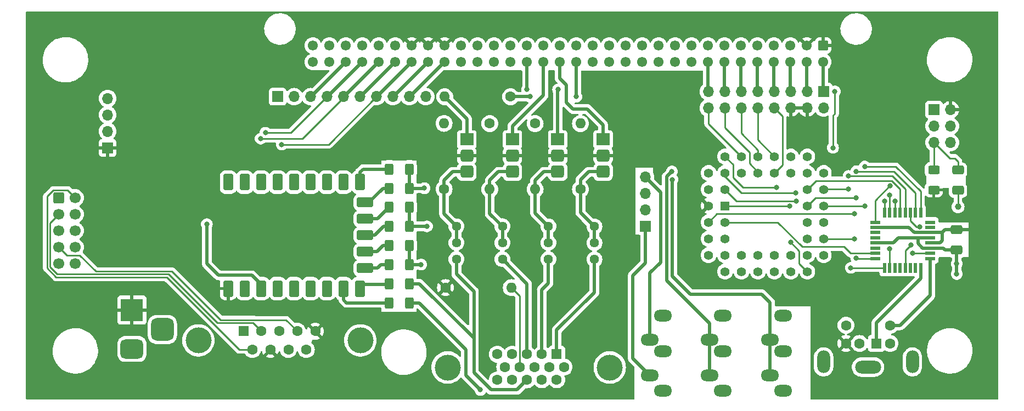
<source format=gbr>
%TF.GenerationSoftware,KiCad,Pcbnew,7.0.10-148-g62bb553460*%
%TF.CreationDate,2024-09-04T12:39:10+03:00*%
%TF.ProjectId,Pentagon128_InterfaceBoard,50656e74-6167-46f6-9e31-32385f496e74,rev?*%
%TF.SameCoordinates,Original*%
%TF.FileFunction,Copper,L1,Top*%
%TF.FilePolarity,Positive*%
%FSLAX46Y46*%
G04 Gerber Fmt 4.6, Leading zero omitted, Abs format (unit mm)*
G04 Created by KiCad (PCBNEW 7.0.10-148-g62bb553460) date 2024-09-04 12:39:10*
%MOMM*%
%LPD*%
G01*
G04 APERTURE LIST*
G04 Aperture macros list*
%AMRoundRect*
0 Rectangle with rounded corners*
0 $1 Rounding radius*
0 $2 $3 $4 $5 $6 $7 $8 $9 X,Y pos of 4 corners*
0 Add a 4 corners polygon primitive as box body*
4,1,4,$2,$3,$4,$5,$6,$7,$8,$9,$2,$3,0*
0 Add four circle primitives for the rounded corners*
1,1,$1+$1,$2,$3*
1,1,$1+$1,$4,$5*
1,1,$1+$1,$6,$7*
1,1,$1+$1,$8,$9*
0 Add four rect primitives between the rounded corners*
20,1,$1+$1,$2,$3,$4,$5,0*
20,1,$1+$1,$4,$5,$6,$7,0*
20,1,$1+$1,$6,$7,$8,$9,0*
20,1,$1+$1,$8,$9,$2,$3,0*%
G04 Aperture macros list end*
%TA.AperFunction,SMDPad,CuDef*%
%ADD10RoundRect,0.250000X0.400000X0.625000X-0.400000X0.625000X-0.400000X-0.625000X0.400000X-0.625000X0*%
%TD*%
%TA.AperFunction,ComponentPad*%
%ADD11C,1.600000*%
%TD*%
%TA.AperFunction,ComponentPad*%
%ADD12O,1.600000X1.600000*%
%TD*%
%TA.AperFunction,ComponentPad*%
%ADD13R,1.422400X1.422400*%
%TD*%
%TA.AperFunction,ComponentPad*%
%ADD14C,1.422400*%
%TD*%
%TA.AperFunction,ComponentPad*%
%ADD15R,2.000000X1.850000*%
%TD*%
%TA.AperFunction,ComponentPad*%
%ADD16RoundRect,0.370000X-0.630000X0.555000X-0.630000X-0.555000X0.630000X-0.555000X0.630000X0.555000X0*%
%TD*%
%TA.AperFunction,ComponentPad*%
%ADD17RoundRect,0.250000X-0.600000X-0.600000X0.600000X-0.600000X0.600000X0.600000X-0.600000X0.600000X0*%
%TD*%
%TA.AperFunction,ComponentPad*%
%ADD18C,1.700000*%
%TD*%
%TA.AperFunction,ComponentPad*%
%ADD19R,1.700000X1.700000*%
%TD*%
%TA.AperFunction,ComponentPad*%
%ADD20O,1.700000X1.700000*%
%TD*%
%TA.AperFunction,ComponentPad*%
%ADD21O,2.800000X1.800000*%
%TD*%
%TA.AperFunction,SMDPad,CuDef*%
%ADD22RoundRect,0.250000X-0.625000X0.400000X-0.625000X-0.400000X0.625000X-0.400000X0.625000X0.400000X0*%
%TD*%
%TA.AperFunction,ComponentPad*%
%ADD23C,1.440000*%
%TD*%
%TA.AperFunction,SMDPad,CuDef*%
%ADD24R,1.600000X0.550000*%
%TD*%
%TA.AperFunction,SMDPad,CuDef*%
%ADD25R,0.550000X1.600000*%
%TD*%
%TA.AperFunction,ComponentPad*%
%ADD26R,1.600000X1.600000*%
%TD*%
%TA.AperFunction,ComponentPad*%
%ADD27O,2.000000X3.500000*%
%TD*%
%TA.AperFunction,ComponentPad*%
%ADD28O,4.000000X2.000000*%
%TD*%
%TA.AperFunction,ComponentPad*%
%ADD29C,4.000000*%
%TD*%
%TA.AperFunction,ComponentPad*%
%ADD30RoundRect,0.400000X0.400000X-0.900000X0.400000X0.900000X-0.400000X0.900000X-0.400000X-0.900000X0*%
%TD*%
%TA.AperFunction,ComponentPad*%
%ADD31RoundRect,0.400050X0.400050X-0.899950X0.400050X0.899950X-0.400050X0.899950X-0.400050X-0.899950X0*%
%TD*%
%TA.AperFunction,ComponentPad*%
%ADD32RoundRect,0.400000X0.900000X-0.400000X0.900000X0.400000X-0.900000X0.400000X-0.900000X-0.400000X0*%
%TD*%
%TA.AperFunction,ComponentPad*%
%ADD33RoundRect,0.393700X0.906300X-0.393700X0.906300X0.393700X-0.906300X0.393700X-0.906300X-0.393700X0*%
%TD*%
%TA.AperFunction,ComponentPad*%
%ADD34R,3.500000X3.500000*%
%TD*%
%TA.AperFunction,ComponentPad*%
%ADD35RoundRect,0.750000X1.000000X-0.750000X1.000000X0.750000X-1.000000X0.750000X-1.000000X-0.750000X0*%
%TD*%
%TA.AperFunction,ComponentPad*%
%ADD36RoundRect,0.875000X0.875000X-0.875000X0.875000X0.875000X-0.875000X0.875000X-0.875000X-0.875000X0*%
%TD*%
%TA.AperFunction,SMDPad,CuDef*%
%ADD37RoundRect,0.250000X-0.650000X0.412500X-0.650000X-0.412500X0.650000X-0.412500X0.650000X0.412500X0*%
%TD*%
%TA.AperFunction,ComponentPad*%
%ADD38RoundRect,0.249999X0.525001X0.525001X-0.525001X0.525001X-0.525001X-0.525001X0.525001X-0.525001X0*%
%TD*%
%TA.AperFunction,ComponentPad*%
%ADD39C,1.550000*%
%TD*%
%TA.AperFunction,ViaPad*%
%ADD40C,0.800000*%
%TD*%
%TA.AperFunction,ViaPad*%
%ADD41C,1.000000*%
%TD*%
%TA.AperFunction,Conductor*%
%ADD42C,0.500000*%
%TD*%
%TA.AperFunction,Conductor*%
%ADD43C,0.250000*%
%TD*%
G04 APERTURE END LIST*
D10*
%TO.P,R8,1*%
%TO.N,CRT_VSYNC*%
X113750000Y-103350000D03*
%TO.P,R8,2*%
%TO.N,/pico RGB TO VGA/GP15*%
X110650000Y-103350000D03*
%TD*%
D11*
%TO.P,R2,1*%
%TO.N,VCC*%
X119320000Y-101000000D03*
D12*
%TO.P,R2,2*%
%TO.N,Net-(J6-Pad9)*%
X129480000Y-101000000D03*
%TD*%
D11*
%TO.P,R4,1*%
%TO.N,Net-(Q1-E)*%
X119100000Y-85780000D03*
D12*
%TO.P,R4,2*%
%TO.N,GND*%
X119100000Y-75620000D03*
%TD*%
D13*
%TO.P,U1,1,Y3*%
%TO.N,/Y3*%
X162440000Y-88360000D03*
D14*
%TO.P,U1,2,AY2*%
%TO.N,/AY2*%
X159900000Y-90900000D03*
%TO.P,U1,3,RESET*%
%TO.N,/RESET*%
X162440000Y-90900000D03*
%TO.P,U1,4,AX3*%
%TO.N,/AX3*%
X159900000Y-93440000D03*
%TO.P,U1,5,AX0*%
%TO.N,/AX0*%
X162440000Y-93440000D03*
%TO.P,U1,6,NC*%
%TO.N,unconnected-(U1-NC-Pad6)*%
X159900000Y-95980000D03*
%TO.P,U1,7,X14*%
%TO.N,unconnected-(U1-X14-Pad7)*%
X162440000Y-98520000D03*
%TO.P,U1,8,X15*%
%TO.N,unconnected-(U1-X15-Pad8)*%
X162440000Y-95980000D03*
%TO.P,U1,9,X6*%
%TO.N,unconnected-(U1-X6-Pad9)*%
X164980000Y-98520000D03*
%TO.P,U1,10,X7*%
%TO.N,unconnected-(U1-X7-Pad10)*%
X164980000Y-95980000D03*
%TO.P,U1,11,X8*%
%TO.N,unconnected-(U1-X8-Pad11)*%
X167520000Y-98520000D03*
%TO.P,U1,12,X9*%
%TO.N,unconnected-(U1-X9-Pad12)*%
X167520000Y-95980000D03*
%TO.P,U1,13,X10*%
%TO.N,unconnected-(U1-X10-Pad13)*%
X170060000Y-98520000D03*
%TO.P,U1,14,X11*%
%TO.N,unconnected-(U1-X11-Pad14)*%
X170060000Y-95980000D03*
%TO.P,U1,15,NC*%
%TO.N,unconnected-(U1-NC-Pad15)*%
X172600000Y-98520000D03*
%TO.P,U1,16,NC*%
%TO.N,unconnected-(U1-NC-Pad16)*%
X172600000Y-95980000D03*
%TO.P,U1,17,Y7*%
%TO.N,/Y7*%
X175140000Y-98520000D03*
%TO.P,U1,18,VSS*%
%TO.N,GND*%
X177680000Y-95980000D03*
%TO.P,U1,19,Y6*%
%TO.N,/Y6*%
X175140000Y-95980000D03*
%TO.P,U1,20,STROBE*%
%TO.N,/STROBE*%
X177680000Y-93440000D03*
%TO.P,U1,21,Y5*%
%TO.N,/Y5*%
X175140000Y-93440000D03*
%TO.P,U1,22,VEE*%
%TO.N,GND*%
X177680000Y-90900000D03*
%TO.P,U1,23,Y4*%
%TO.N,/Y4*%
X175140000Y-90900000D03*
%TO.P,U1,24,AX1*%
%TO.N,/AX1*%
X177680000Y-88360000D03*
%TO.P,U1,25,AX2*%
%TO.N,/AX2*%
X175140000Y-88360000D03*
%TO.P,U1,26,AY0*%
%TO.N,/AY0*%
X177680000Y-85820000D03*
%TO.P,U1,27,AY1*%
%TO.N,/AY1*%
X175140000Y-85820000D03*
%TO.P,U1,28,NC*%
%TO.N,unconnected-(U1-NC-Pad28)*%
X177680000Y-83280000D03*
%TO.P,U1,29,NC*%
%TO.N,unconnected-(U1-NC-Pad29)*%
X175140000Y-80740000D03*
%TO.P,U1,30,X13*%
%TO.N,unconnected-(U1-X13-Pad30)*%
X175140000Y-83280000D03*
%TO.P,U1,31,X12*%
%TO.N,unconnected-(U1-X12-Pad31)*%
X172600000Y-80740000D03*
%TO.P,U1,32,X5*%
%TO.N,unconnected-(U1-X5-Pad32)*%
X172600000Y-83280000D03*
%TO.P,U1,33,X4*%
%TO.N,/X4*%
X170060000Y-80740000D03*
%TO.P,U1,34,X3*%
%TO.N,/X3*%
X170060000Y-83280000D03*
%TO.P,U1,35,X2*%
%TO.N,/X2*%
X167520000Y-80740000D03*
%TO.P,U1,36,X1*%
%TO.N,/X1*%
X167520000Y-83280000D03*
%TO.P,U1,37,X0*%
%TO.N,/X0*%
X164980000Y-80740000D03*
%TO.P,U1,38,NC*%
%TO.N,unconnected-(U1-NC-Pad38)*%
X164980000Y-83280000D03*
%TO.P,U1,39,Y0*%
%TO.N,/Y0*%
X162440000Y-80740000D03*
%TO.P,U1,40,CS*%
%TO.N,/CS*%
X159900000Y-83280000D03*
%TO.P,U1,41,Y1*%
%TO.N,/Y1*%
X162440000Y-83280000D03*
%TO.P,U1,42,DATA*%
%TO.N,/DATA*%
X159900000Y-85820000D03*
%TO.P,U1,43,Y2*%
%TO.N,/Y2*%
X162440000Y-85820000D03*
%TO.P,U1,44,VDD*%
%TO.N,VCC*%
X159900000Y-88360000D03*
%TD*%
D15*
%TO.P,Q2,1,B*%
%TO.N,/RED*%
X143645000Y-78100000D03*
D16*
%TO.P,Q2,2,C*%
%TO.N,VCC*%
X143645000Y-80600000D03*
%TO.P,Q2,3,E*%
%TO.N,Net-(Q2-E)*%
X143645000Y-83100000D03*
%TD*%
D10*
%TO.P,R13,1*%
%TO.N,CRT_GREEN*%
X113750000Y-88600000D03*
%TO.P,R13,2*%
%TO.N,/pico RGB TO VGA/GP10*%
X110650000Y-88600000D03*
%TD*%
%TO.P,R11,1*%
%TO.N,CRT_BLUE*%
X113750000Y-94500000D03*
%TO.P,R11,2*%
%TO.N,/pico RGB TO VGA/GP12*%
X110650000Y-94500000D03*
%TD*%
D17*
%TO.P,J4,1,Pin_1*%
%TO.N,/UP*%
X59660000Y-87120000D03*
D18*
%TO.P,J4,2,Pin_2*%
%TO.N,/FIRE*%
X62200000Y-87120000D03*
%TO.P,J4,3,Pin_3*%
%TO.N,/DOWN*%
X59660000Y-89660000D03*
%TO.P,J4,4,Pin_4*%
%TO.N,unconnected-(J4-Pin_4-Pad4)*%
X62200000Y-89660000D03*
%TO.P,J4,5,Pin_5*%
%TO.N,/LEFT*%
X59660000Y-92200000D03*
%TO.P,J4,6,Pin_6*%
%TO.N,GND*%
X62200000Y-92200000D03*
%TO.P,J4,7,Pin_7*%
%TO.N,/RIGHT*%
X59660000Y-94740000D03*
%TO.P,J4,8,Pin_8*%
%TO.N,unconnected-(J4-Pin_8-Pad8)*%
X62200000Y-94740000D03*
%TO.P,J4,9,Pin_9*%
%TO.N,unconnected-(J4-Pin_9-Pad9)*%
X59660000Y-97280000D03*
%TO.P,J4,10,Pin_10*%
%TO.N,unconnected-(J4-Pin_10-Pad10)*%
X62200000Y-97280000D03*
%TD*%
D19*
%TO.P,J15,1,Pin_1*%
%TO.N,unconnected-(J15-Pin_1-Pad1)*%
X93420000Y-71500000D03*
D20*
%TO.P,J15,2,Pin_2*%
%TO.N,unconnected-(J15-Pin_2-Pad2)*%
X95960000Y-71500000D03*
%TO.P,J15,3,Pin_3*%
%TO.N,R*%
X98500000Y-71500000D03*
%TO.P,J15,4,Pin_4*%
%TO.N,G*%
X101040000Y-71500000D03*
%TO.P,J15,5,Pin_5*%
%TO.N,B*%
X103580000Y-71500000D03*
%TO.P,J15,6,Pin_6*%
%TO.N,I*%
X106120000Y-71500000D03*
%TO.P,J15,7,Pin_7*%
%TO.N,KS*%
X108660000Y-71500000D03*
%TO.P,J15,8,Pin_8*%
%TO.N,SS*%
X111200000Y-71500000D03*
%TO.P,J15,9,Pin_9*%
%TO.N,F*%
X113740000Y-71500000D03*
%TO.P,J15,10,Pin_10*%
%TO.N,unconnected-(J15-Pin_10-Pad10)*%
X116280000Y-71500000D03*
%TD*%
D21*
%TO.P,J11,R*%
%TO.N,/TAPE_IN*%
X160060000Y-109066151D03*
%TO.P,J11,RN*%
%TO.N,N/C*%
X162060000Y-110866151D03*
%TO.P,J11,S*%
%TO.N,GND*%
X162060000Y-116966151D03*
%TO.P,J11,T*%
%TO.N,/TAPE_IN*%
X160060000Y-114566151D03*
%TO.P,J11,TN*%
%TO.N,N/C*%
X162060000Y-105366151D03*
%TD*%
D22*
%TO.P,R1,1*%
%TO.N,/RST*%
X194650000Y-82800000D03*
%TO.P,R1,2*%
%TO.N,VCC*%
X194650000Y-85900000D03*
%TD*%
D21*
%TO.P,J9,R*%
%TO.N,/AUDIO_RIGHT*%
X150860000Y-109066151D03*
%TO.P,J9,RN*%
%TO.N,N/C*%
X152860000Y-110866151D03*
%TO.P,J9,S*%
%TO.N,GND*%
X152860000Y-116966151D03*
%TO.P,J9,T*%
%TO.N,/AUDIO_LEFT*%
X150860000Y-114566151D03*
%TO.P,J9,TN*%
%TO.N,N/C*%
X152860000Y-105366151D03*
%TD*%
%TO.P,J10,R*%
%TO.N,/TAPE_OUT*%
X169410000Y-109066151D03*
%TO.P,J10,RN*%
%TO.N,N/C*%
X171410000Y-110866151D03*
%TO.P,J10,S*%
%TO.N,GND*%
X171410000Y-116966151D03*
%TO.P,J10,T*%
%TO.N,/TAPE_OUT*%
X169410000Y-114566151D03*
%TO.P,J10,TN*%
%TO.N,N/C*%
X171410000Y-105366151D03*
%TD*%
D23*
%TO.P,RV3,1,1*%
%TO.N,CRT_GREEN*%
X135200000Y-96600000D03*
%TO.P,RV3,2,2*%
%TO.N,Net-(Q3-E)*%
X135200000Y-94060000D03*
%TO.P,RV3,3,3*%
X135200000Y-91520000D03*
%TD*%
%TO.P,RV4,1,1*%
%TO.N,CRT_BLUE*%
X128100000Y-96600000D03*
%TO.P,RV4,2,2*%
%TO.N,Net-(Q4-E)*%
X128100000Y-94060000D03*
%TO.P,RV4,3,3*%
X128100000Y-91520000D03*
%TD*%
%TO.P,RV1,1,1*%
%TO.N,CRT_SYNC*%
X121000000Y-96600000D03*
%TO.P,RV1,2,2*%
%TO.N,Net-(Q1-E)*%
X121000000Y-94060000D03*
%TO.P,RV1,3,3*%
X121000000Y-91520000D03*
%TD*%
D24*
%TO.P,U2,1,PD3*%
%TO.N,/CLK*%
X194100000Y-96500000D03*
%TO.P,U2,2,PD4*%
%TO.N,/AX0*%
X194100000Y-95700000D03*
%TO.P,U2,3,GND*%
%TO.N,GND*%
X194100000Y-94900000D03*
%TO.P,U2,4,VCC*%
%TO.N,VCC*%
X194100000Y-94100000D03*
%TO.P,U2,5,GND*%
%TO.N,GND*%
X194100000Y-93300000D03*
%TO.P,U2,6,VCC*%
%TO.N,VCC*%
X194100000Y-92500000D03*
%TO.P,U2,7,XTAL1/PB6*%
%TO.N,unconnected-(U2-XTAL1{slash}PB6-Pad7)*%
X194100000Y-91700000D03*
%TO.P,U2,8,XTAL2/PB7*%
%TO.N,unconnected-(U2-XTAL2{slash}PB7-Pad8)*%
X194100000Y-90900000D03*
D25*
%TO.P,U2,9,PD5*%
%TO.N,/AX1*%
X192650000Y-89450000D03*
%TO.P,U2,10,PD6*%
%TO.N,/AX2*%
X191850000Y-89450000D03*
%TO.P,U2,11,PD7*%
%TO.N,/AX3*%
X191050000Y-89450000D03*
%TO.P,U2,12,PB0*%
%TO.N,/AY0*%
X190250000Y-89450000D03*
%TO.P,U2,13,PB1*%
%TO.N,/AY1*%
X189450000Y-89450000D03*
%TO.P,U2,14,PB2*%
%TO.N,/AY2*%
X188650000Y-89450000D03*
%TO.P,U2,15,PB3*%
%TO.N,/MOSI*%
X187850000Y-89450000D03*
%TO.P,U2,16,PB4*%
%TO.N,/MISO*%
X187050000Y-89450000D03*
D24*
%TO.P,U2,17,PB5*%
%TO.N,/SCK*%
X185600000Y-90900000D03*
%TO.P,U2,18,AVCC*%
%TO.N,VCC*%
X185600000Y-91700000D03*
%TO.P,U2,19,ADC6*%
%TO.N,unconnected-(U2-ADC6-Pad19)*%
X185600000Y-92500000D03*
%TO.P,U2,20,AREF*%
%TO.N,unconnected-(U2-AREF-Pad20)*%
X185600000Y-93300000D03*
%TO.P,U2,21,GND*%
%TO.N,GND*%
X185600000Y-94100000D03*
%TO.P,U2,22,ADC7*%
%TO.N,unconnected-(U2-ADC7-Pad22)*%
X185600000Y-94900000D03*
%TO.P,U2,23,PC0*%
%TO.N,/RESET*%
X185600000Y-95700000D03*
%TO.P,U2,24,PC1*%
%TO.N,/CS*%
X185600000Y-96500000D03*
D25*
%TO.P,U2,25,PC2*%
%TO.N,/DATA*%
X187050000Y-97950000D03*
%TO.P,U2,26,PC3*%
%TO.N,/STROBE*%
X187850000Y-97950000D03*
%TO.P,U2,27,PC4*%
%TO.N,unconnected-(U2-PC4-Pad27)*%
X188650000Y-97950000D03*
%TO.P,U2,28,PC5*%
%TO.N,unconnected-(U2-PC5-Pad28)*%
X189450000Y-97950000D03*
%TO.P,U2,29,~{RESET}/PC6*%
%TO.N,/RST*%
X190250000Y-97950000D03*
%TO.P,U2,30,PD0*%
%TO.N,unconnected-(U2-PD0-Pad30)*%
X191050000Y-97950000D03*
%TO.P,U2,31,PD1*%
%TO.N,unconnected-(U2-PD1-Pad31)*%
X191850000Y-97950000D03*
%TO.P,U2,32,PD2*%
%TO.N,/DAT*%
X192650000Y-97950000D03*
%TD*%
D26*
%TO.P,J12,1*%
%TO.N,/DAT*%
X185810000Y-109625000D03*
D11*
%TO.P,J12,2*%
%TO.N,unconnected-(J12-Pad2)*%
X183210000Y-109625000D03*
%TO.P,J12,3*%
%TO.N,GND*%
X187910000Y-109625000D03*
%TO.P,J12,4*%
%TO.N,VCC*%
X181110000Y-109625000D03*
%TO.P,J12,5*%
%TO.N,/CLK*%
X187910000Y-106825000D03*
%TO.P,J12,6*%
%TO.N,unconnected-(J12-Pad6)*%
X181110000Y-106825000D03*
D27*
%TO.P,J12,7*%
%TO.N,N/C*%
X177660000Y-112475000D03*
D28*
X184510000Y-113275000D03*
D27*
X191360000Y-112475000D03*
%TD*%
D29*
%TO.P,J5,0*%
%TO.N,N/C*%
X81195000Y-109155000D03*
X106195000Y-109155000D03*
D26*
%TO.P,J5,1,1*%
%TO.N,/UP*%
X88155000Y-107735000D03*
D11*
%TO.P,J5,2,2*%
%TO.N,/DOWN*%
X90925000Y-107735000D03*
%TO.P,J5,3,3*%
%TO.N,/LEFT*%
X93695000Y-107735000D03*
%TO.P,J5,4,4*%
%TO.N,/RIGHT*%
X96465000Y-107735000D03*
%TO.P,J5,5,5*%
%TO.N,VCC*%
X99235000Y-107735000D03*
%TO.P,J5,6,6*%
%TO.N,/FIRE*%
X89540000Y-110575000D03*
%TO.P,J5,7,7*%
%TO.N,VCC*%
X92310000Y-110575000D03*
%TO.P,J5,8,8*%
%TO.N,GND*%
X95080000Y-110575000D03*
%TO.P,J5,9,9*%
%TO.N,unconnected-(J5-Pad9)*%
X97850000Y-110575000D03*
%TD*%
D19*
%TO.P,J2,1,Pin_1*%
%TO.N,/MISO*%
X194680000Y-73495000D03*
D20*
%TO.P,J2,2,Pin_2*%
%TO.N,VCC*%
X197220000Y-73495000D03*
%TO.P,J2,3,Pin_3*%
%TO.N,/SCK*%
X194680000Y-76035000D03*
%TO.P,J2,4,Pin_4*%
%TO.N,/MOSI*%
X197220000Y-76035000D03*
%TO.P,J2,5,Pin_5*%
%TO.N,/RST*%
X194680000Y-78575000D03*
%TO.P,J2,6,Pin_6*%
%TO.N,GND*%
X197220000Y-78575000D03*
%TD*%
D15*
%TO.P,Q1,1,B*%
%TO.N,Net-(Q1-B)*%
X122600000Y-78100000D03*
D16*
%TO.P,Q1,2,C*%
%TO.N,VCC*%
X122600000Y-80600000D03*
%TO.P,Q1,3,E*%
%TO.N,Net-(Q1-E)*%
X122600000Y-83100000D03*
%TD*%
D11*
%TO.P,R6,1*%
%TO.N,GND*%
X133145000Y-75640000D03*
D12*
%TO.P,R6,2*%
%TO.N,Net-(Q3-E)*%
X133145000Y-85800000D03*
%TD*%
D15*
%TO.P,Q3,1,B*%
%TO.N,/GREEN*%
X136645000Y-78100000D03*
D16*
%TO.P,Q3,2,C*%
%TO.N,VCC*%
X136645000Y-80600000D03*
%TO.P,Q3,3,E*%
%TO.N,Net-(Q3-E)*%
X136645000Y-83100000D03*
%TD*%
D30*
%TO.P,RZ1,0,GP0*%
%TO.N,/pico RGB TO VGA/GP0*%
X85800000Y-84700000D03*
%TO.P,RZ1,1,GP1*%
%TO.N,/pico RGB TO VGA/GP1*%
X88340000Y-84700000D03*
%TO.P,RZ1,2,GP2*%
%TO.N,/pico RGB TO VGA/GP2*%
X90880000Y-84700000D03*
%TO.P,RZ1,3,GP3*%
%TO.N,/pico RGB TO VGA/GP3*%
X93420000Y-84700000D03*
%TO.P,RZ1,4,GP4*%
%TO.N,/pico RGB TO VGA/GP4*%
X95960000Y-84700000D03*
D31*
%TO.P,RZ1,5,GP5*%
%TO.N,/pico RGB TO VGA/GP5*%
X98500000Y-84700000D03*
%TO.P,RZ1,6,GP6*%
%TO.N,/pico RGB TO VGA/GP6*%
X101040000Y-84700000D03*
%TO.P,RZ1,7,GP7*%
%TO.N,unconnected-(RZ1-GP7-Pad7)*%
X103580000Y-84700000D03*
%TO.P,RZ1,8,GP8*%
%TO.N,/pico RGB TO VGA/GP8*%
X106120000Y-84700000D03*
D32*
%TO.P,RZ1,9,GP9*%
%TO.N,/pico RGB TO VGA/GP9*%
X106930000Y-87840000D03*
D33*
%TO.P,RZ1,10,GP10*%
%TO.N,/pico RGB TO VGA/GP10*%
X106930000Y-90380000D03*
%TO.P,RZ1,11,GP11*%
%TO.N,/pico RGB TO VGA/GP11*%
X106930000Y-92920000D03*
%TO.P,RZ1,12,GP12*%
%TO.N,/pico RGB TO VGA/GP12*%
X106930000Y-95460000D03*
%TO.P,RZ1,13,GP13*%
%TO.N,/pico RGB TO VGA/GP13*%
X106930000Y-98000000D03*
D31*
%TO.P,RZ1,14,GP14*%
%TO.N,/pico RGB TO VGA/GP14*%
X106120000Y-101140000D03*
%TO.P,RZ1,15,GP15*%
%TO.N,/pico RGB TO VGA/GP15*%
X103580000Y-101140000D03*
%TO.P,RZ1,26,GP26*%
%TO.N,unconnected-(RZ1-GP26-Pad26)*%
X101040000Y-101140000D03*
%TO.P,RZ1,27,GP27*%
%TO.N,unconnected-(RZ1-GP27-Pad27)*%
X98500000Y-101140000D03*
%TO.P,RZ1,28,GP28*%
%TO.N,unconnected-(RZ1-GP28-Pad28)*%
X95960000Y-101140000D03*
%TO.P,RZ1,29,GP29*%
%TO.N,unconnected-(RZ1-GP29-Pad29)*%
X93420000Y-101140000D03*
%TO.P,RZ1,30,3V3*%
%TO.N,/pico RGB TO VGA/3V3*%
X90880000Y-101140000D03*
%TO.P,RZ1,31,GND*%
%TO.N,GND*%
X88340000Y-101140000D03*
%TO.P,RZ1,32,5V*%
%TO.N,VCC*%
X85800000Y-101140000D03*
%TD*%
D19*
%TO.P,J8,1,Pin_1*%
%TO.N,/AUDIO_LEFT*%
X150140000Y-91491151D03*
D20*
%TO.P,J8,2,Pin_2*%
%TO.N,GND*%
X150140000Y-88951151D03*
%TO.P,J8,3,Pin_3*%
X150140000Y-86411151D03*
%TO.P,J8,4,Pin_4*%
%TO.N,/AUDIO_RIGHT*%
X150140000Y-83871151D03*
%TD*%
D10*
%TO.P,R12,1*%
%TO.N,CRT_GREEN*%
X113750000Y-91550000D03*
%TO.P,R12,2*%
%TO.N,/pico RGB TO VGA/GP11*%
X110650000Y-91550000D03*
%TD*%
D34*
%TO.P,J14,1*%
%TO.N,VCC*%
X70942500Y-104475000D03*
D35*
%TO.P,J14,2*%
%TO.N,GND*%
X70942500Y-110475000D03*
D36*
%TO.P,J14,3*%
X75642500Y-107475000D03*
%TD*%
D29*
%TO.P,J6,0*%
%TO.N,N/C*%
X119660000Y-113336151D03*
X144660000Y-113336151D03*
D26*
%TO.P,J6,1*%
%TO.N,CRT_RED*%
X136475000Y-111286151D03*
D11*
%TO.P,J6,2*%
%TO.N,CRT_GREEN*%
X134185000Y-111286151D03*
%TO.P,J6,3*%
%TO.N,CRT_BLUE*%
X131895000Y-111286151D03*
%TO.P,J6,4*%
%TO.N,unconnected-(J6-Pad4)*%
X129605000Y-111286151D03*
%TO.P,J6,5*%
%TO.N,GND*%
X127315000Y-111286151D03*
%TO.P,J6,6*%
X137620000Y-113266151D03*
%TO.P,J6,7*%
X135330000Y-113266151D03*
%TO.P,J6,8*%
X133040000Y-113266151D03*
%TO.P,J6,9*%
%TO.N,Net-(J6-Pad9)*%
X130750000Y-113266151D03*
%TO.P,J6,10*%
%TO.N,GND*%
X128460000Y-113266151D03*
%TO.P,J6,11*%
%TO.N,unconnected-(J6-Pad11)*%
X136475000Y-115246151D03*
%TO.P,J6,12*%
%TO.N,unconnected-(J6-Pad12)*%
X134185000Y-115246151D03*
%TO.P,J6,13*%
%TO.N,CRT_SYNC*%
X131895000Y-115246151D03*
%TO.P,J6,14*%
%TO.N,CRT_VSYNC*%
X129605000Y-115246151D03*
%TO.P,J6,15*%
%TO.N,unconnected-(J6-Pad15)*%
X127315000Y-115246151D03*
%TD*%
D19*
%TO.P,J7,1,Pin_1*%
%TO.N,VCC*%
X67200000Y-79400000D03*
D20*
%TO.P,J7,2,Pin_2*%
%TO.N,GND*%
X67200000Y-76860000D03*
%TO.P,J7,3,Pin_3*%
X67200000Y-74320000D03*
%TO.P,J7,4,Pin_4*%
%TO.N,unconnected-(J7-Pin_4-Pad4)*%
X67200000Y-71780000D03*
%TD*%
D11*
%TO.P,R5,1*%
%TO.N,Net-(Q2-E)*%
X140145000Y-85800000D03*
D12*
%TO.P,R5,2*%
%TO.N,GND*%
X140145000Y-75640000D03*
%TD*%
D11*
%TO.P,R3,1*%
%TO.N,/SYNC*%
X129360000Y-71500000D03*
D12*
%TO.P,R3,2*%
%TO.N,Net-(Q1-B)*%
X119200000Y-71500000D03*
%TD*%
D15*
%TO.P,Q4,1,B*%
%TO.N,/BLUE*%
X129645000Y-78100000D03*
D16*
%TO.P,Q4,2,C*%
%TO.N,VCC*%
X129645000Y-80600000D03*
%TO.P,Q4,3,E*%
%TO.N,Net-(Q4-E)*%
X129645000Y-83100000D03*
%TD*%
D37*
%TO.P,C2,1*%
%TO.N,VCC*%
X198200000Y-92075000D03*
%TO.P,C2,2*%
%TO.N,GND*%
X198200000Y-95200000D03*
%TD*%
%TO.P,C1,1*%
%TO.N,/RST*%
X198400000Y-82837500D03*
%TO.P,C1,2*%
%TO.N,GND*%
X198400000Y-85962500D03*
%TD*%
D10*
%TO.P,R15,1*%
%TO.N,CRT_RED*%
X113750000Y-82700000D03*
%TO.P,R15,2*%
%TO.N,/pico RGB TO VGA/GP8*%
X110650000Y-82700000D03*
%TD*%
%TO.P,R10,1*%
%TO.N,CRT_BLUE*%
X113750000Y-97450000D03*
%TO.P,R10,2*%
%TO.N,/pico RGB TO VGA/GP13*%
X110650000Y-97450000D03*
%TD*%
D23*
%TO.P,RV2,1,1*%
%TO.N,CRT_RED*%
X142300000Y-96640000D03*
%TO.P,RV2,2,2*%
%TO.N,Net-(Q2-E)*%
X142300000Y-94100000D03*
%TO.P,RV2,3,3*%
X142300000Y-91560000D03*
%TD*%
D10*
%TO.P,R9,1*%
%TO.N,CRT_SYNC*%
X113750000Y-100400000D03*
%TO.P,R9,2*%
%TO.N,/pico RGB TO VGA/GP14*%
X110650000Y-100400000D03*
%TD*%
D19*
%TO.P,J3,1,Pin_1*%
%TO.N,/Y3*%
X177650000Y-70710000D03*
D20*
%TO.P,J3,2,Pin_2*%
%TO.N,GND*%
X177650000Y-73250000D03*
%TO.P,J3,3,Pin_3*%
%TO.N,/Y2*%
X175110000Y-70710000D03*
%TO.P,J3,4,Pin_4*%
%TO.N,VCC*%
X175110000Y-73250000D03*
%TO.P,J3,5,Pin_5*%
%TO.N,/Y1*%
X172570000Y-70710000D03*
%TO.P,J3,6,Pin_6*%
%TO.N,VCC*%
X172570000Y-73250000D03*
%TO.P,J3,7,Pin_7*%
%TO.N,/Y0*%
X170030000Y-70710000D03*
%TO.P,J3,8,Pin_8*%
%TO.N,/X3*%
X170030000Y-73250000D03*
%TO.P,J3,9,Pin_9*%
%TO.N,/Y4*%
X167490000Y-70710000D03*
%TO.P,J3,10,Pin_10*%
%TO.N,/X4*%
X167490000Y-73250000D03*
%TO.P,J3,11,Pin_11*%
%TO.N,/Y5*%
X164950000Y-70710000D03*
%TO.P,J3,12,Pin_12*%
%TO.N,/X2*%
X164950000Y-73250000D03*
%TO.P,J3,13,Pin_13*%
%TO.N,/Y6*%
X162410000Y-70710000D03*
%TO.P,J3,14,Pin_14*%
%TO.N,/X1*%
X162410000Y-73250000D03*
%TO.P,J3,15,Pin_15*%
%TO.N,/Y7*%
X159870000Y-70710000D03*
%TO.P,J3,16,Pin_16*%
%TO.N,/X0*%
X159870000Y-73250000D03*
%TD*%
D11*
%TO.P,R7,1*%
%TO.N,GND*%
X126145000Y-75640000D03*
D12*
%TO.P,R7,2*%
%TO.N,Net-(Q4-E)*%
X126145000Y-85800000D03*
%TD*%
D10*
%TO.P,R14,1*%
%TO.N,CRT_RED*%
X113750000Y-85650000D03*
%TO.P,R14,2*%
%TO.N,/pico RGB TO VGA/GP9*%
X110650000Y-85650000D03*
%TD*%
D38*
%TO.P,J1,a1,Pin_a1*%
%TO.N,VCC*%
X177600000Y-63591151D03*
D39*
%TO.P,J1,a2,Pin_a2*%
X175060000Y-63591151D03*
%TO.P,J1,a3,Pin_a3*%
%TO.N,unconnected-(J1-Pin_a3-Pada3)*%
X172520000Y-63591151D03*
%TO.P,J1,a4,Pin_a4*%
%TO.N,unconnected-(J1-Pin_a4-Pada4)*%
X169980000Y-63591151D03*
%TO.P,J1,a5,Pin_a5*%
%TO.N,unconnected-(J1-Pin_a5-Pada5)*%
X167440000Y-63591151D03*
%TO.P,J1,a6,Pin_a6*%
%TO.N,unconnected-(J1-Pin_a6-Pada6)*%
X164900000Y-63591151D03*
%TO.P,J1,a7,Pin_a7*%
%TO.N,unconnected-(J1-Pin_a7-Pada7)*%
X162360000Y-63591151D03*
%TO.P,J1,a8,Pin_a8*%
%TO.N,unconnected-(J1-Pin_a8-Pada8)*%
X159820000Y-63591151D03*
%TO.P,J1,a9,Pin_a9*%
%TO.N,unconnected-(J1-Pin_a9-Pada9)*%
X157280000Y-63591151D03*
%TO.P,J1,a10,Pin_a10*%
%TO.N,unconnected-(J1-Pin_a10-Pada10)*%
X154740000Y-63591151D03*
%TO.P,J1,a11,Pin_a11*%
%TO.N,unconnected-(J1-Pin_a11-Pada11)*%
X152200000Y-63591151D03*
%TO.P,J1,a12,Pin_a12*%
%TO.N,unconnected-(J1-Pin_a12-Pada12)*%
X149660000Y-63591151D03*
%TO.P,J1,a13,Pin_a13*%
%TO.N,unconnected-(J1-Pin_a13-Pada13)*%
X147120000Y-63591151D03*
%TO.P,J1,a14,Pin_a14*%
%TO.N,unconnected-(J1-Pin_a14-Pada14)*%
X144580000Y-63591151D03*
%TO.P,J1,a15,Pin_a15*%
%TO.N,unconnected-(J1-Pin_a15-Pada15)*%
X142040000Y-63591151D03*
%TO.P,J1,a16,Pin_a16*%
%TO.N,unconnected-(J1-Pin_a16-Pada16)*%
X139500000Y-63591151D03*
%TO.P,J1,a17,Pin_a17*%
%TO.N,unconnected-(J1-Pin_a17-Pada17)*%
X136960000Y-63591151D03*
%TO.P,J1,a18,Pin_a18*%
%TO.N,unconnected-(J1-Pin_a18-Pada18)*%
X134420000Y-63591151D03*
%TO.P,J1,a19,Pin_a19*%
%TO.N,unconnected-(J1-Pin_a19-Pada19)*%
X131880000Y-63591151D03*
%TO.P,J1,a20,Pin_a20*%
%TO.N,unconnected-(J1-Pin_a20-Pada20)*%
X129340000Y-63591151D03*
%TO.P,J1,a21,Pin_a21*%
%TO.N,unconnected-(J1-Pin_a21-Pada21)*%
X126800000Y-63591151D03*
%TO.P,J1,a22,Pin_a22*%
%TO.N,unconnected-(J1-Pin_a22-Pada22)*%
X124260000Y-63591151D03*
%TO.P,J1,a23,Pin_a23*%
%TO.N,unconnected-(J1-Pin_a23-Pada23)*%
X121720000Y-63591151D03*
%TO.P,J1,a24,Pin_a24*%
%TO.N,VCC*%
X119180000Y-63591151D03*
%TO.P,J1,a25,Pin_a25*%
X116640000Y-63591151D03*
%TO.P,J1,a26,Pin_a26*%
X114100000Y-63591151D03*
%TO.P,J1,a27,Pin_a27*%
%TO.N,GND*%
X111560000Y-63591151D03*
%TO.P,J1,a28,Pin_a28*%
X109020000Y-63591151D03*
%TO.P,J1,a29,Pin_a29*%
X106480000Y-63591151D03*
%TO.P,J1,a30,Pin_a30*%
X103940000Y-63591151D03*
%TO.P,J1,a31,Pin_a31*%
X101400000Y-63591151D03*
%TO.P,J1,a32,Pin_a32*%
X98860000Y-63591151D03*
%TO.P,J1,b1,Pin_b1*%
%TO.N,/Y3*%
X177600000Y-66131151D03*
%TO.P,J1,b2,Pin_b2*%
%TO.N,/Y2*%
X175060000Y-66131151D03*
%TO.P,J1,b3,Pin_b3*%
%TO.N,/Y1*%
X172520000Y-66131151D03*
%TO.P,J1,b4,Pin_b4*%
%TO.N,/Y0*%
X169980000Y-66131151D03*
%TO.P,J1,b5,Pin_b5*%
%TO.N,/Y4*%
X167440000Y-66131151D03*
%TO.P,J1,b6,Pin_b6*%
%TO.N,/Y5*%
X164900000Y-66131151D03*
%TO.P,J1,b7,Pin_b7*%
%TO.N,/Y6*%
X162360000Y-66131151D03*
%TO.P,J1,b8,Pin_b8*%
%TO.N,/Y7*%
X159820000Y-66131151D03*
%TO.P,J1,b9,Pin_b9*%
%TO.N,/X3*%
X157280000Y-66131151D03*
%TO.P,J1,b10,Pin_b10*%
%TO.N,/X4*%
X154740000Y-66131151D03*
%TO.P,J1,b11,Pin_b11*%
%TO.N,/X2*%
X152200000Y-66131151D03*
%TO.P,J1,b12,Pin_b12*%
%TO.N,/X1*%
X149660000Y-66131151D03*
%TO.P,J1,b13,Pin_b13*%
%TO.N,/X0*%
X147120000Y-66131151D03*
%TO.P,J1,b14,Pin_b14*%
%TO.N,unconnected-(J1-Pin_b14-Padb14)*%
X144580000Y-66131151D03*
%TO.P,J1,b15,Pin_b15*%
%TO.N,unconnected-(J1-Pin_b15-Padb15)*%
X142040000Y-66131151D03*
%TO.P,J1,b16,Pin_b16*%
%TO.N,/SYNC*%
X139500000Y-66131151D03*
%TO.P,J1,b17,Pin_b17*%
%TO.N,/RED*%
X136960000Y-66131151D03*
%TO.P,J1,b18,Pin_b18*%
%TO.N,/BLUE*%
X134420000Y-66131151D03*
%TO.P,J1,b19,Pin_b19*%
%TO.N,/GREEN*%
X131880000Y-66131151D03*
%TO.P,J1,b20,Pin_b20*%
%TO.N,unconnected-(J1-Pin_b20-Padb20)*%
X129340000Y-66131151D03*
%TO.P,J1,b21,Pin_b21*%
%TO.N,unconnected-(J1-Pin_b21-Padb21)*%
X126800000Y-66131151D03*
%TO.P,J1,b22,Pin_b22*%
%TO.N,unconnected-(J1-Pin_b22-Padb22)*%
X124260000Y-66131151D03*
%TO.P,J1,b23,Pin_b23*%
%TO.N,unconnected-(J1-Pin_b23-Padb23)*%
X121720000Y-66131151D03*
%TO.P,J1,b24,Pin_b24*%
%TO.N,F*%
X119180000Y-66131151D03*
%TO.P,J1,b25,Pin_b25*%
%TO.N,SS*%
X116640000Y-66131151D03*
%TO.P,J1,b26,Pin_b26*%
%TO.N,KS*%
X114100000Y-66131151D03*
%TO.P,J1,b27,Pin_b27*%
%TO.N,I*%
X111560000Y-66131151D03*
%TO.P,J1,b28,Pin_b28*%
%TO.N,B*%
X109020000Y-66131151D03*
%TO.P,J1,b29,Pin_b29*%
%TO.N,G*%
X106480000Y-66131151D03*
%TO.P,J1,b30,Pin_b30*%
%TO.N,R*%
X103940000Y-66131151D03*
%TO.P,J1,b31,Pin_b31*%
%TO.N,/TAPE_IN*%
X101400000Y-66131151D03*
%TO.P,J1,b32,Pin_b32*%
%TO.N,/TAPE_OUT*%
X98860000Y-66131151D03*
%TD*%
D40*
%TO.N,GND*%
X198200000Y-98900000D03*
D41*
X198400000Y-88500000D03*
D40*
X198200000Y-97300000D03*
%TO.N,/Y3*%
X179100000Y-79400000D03*
X172400000Y-88400000D03*
X179400000Y-70700000D03*
%TO.N,/Y2*%
X173400000Y-87600000D03*
%TO.N,/Y1*%
X173350000Y-86400000D03*
%TO.N,/Y0*%
X170350000Y-85550000D03*
%TO.N,/Y7*%
X172550000Y-93950000D03*
%TO.N,/SYNC*%
X139500000Y-71500000D03*
X132400000Y-71500000D03*
%TO.N,/GREEN*%
X136700000Y-70400000D03*
X131900000Y-70400000D03*
%TO.N,/pico RGB TO VGA/3V3*%
X82500000Y-91200000D03*
%TO.N,KS*%
X94060000Y-78897500D03*
%TO.N,B*%
X90800000Y-77972500D03*
%TO.N,G*%
X91535000Y-77072500D03*
%TO.N,/TAPE_IN*%
X154251041Y-83048959D03*
%TO.N,/TAPE_OUT*%
X154340000Y-84300000D03*
%TO.N,CRT_RED*%
X116065000Y-85635000D03*
%TO.N,CRT_GREEN*%
X116465000Y-91535000D03*
%TO.N,CRT_BLUE*%
X115565000Y-97435000D03*
%TO.N,/MOSI*%
X187850000Y-86700000D03*
%TO.N,/RST*%
X191100000Y-94400000D03*
%TO.N,/SCK*%
X187950000Y-85300000D03*
%TO.N,/MISO*%
X187050000Y-87600000D03*
%TO.N,/AY2*%
X188650000Y-87600000D03*
X182400000Y-89600000D03*
%TO.N,/AX3*%
X192500000Y-91600000D03*
%TO.N,/AX0*%
X191350000Y-95683930D03*
%TO.N,/STROBE*%
X187844819Y-94963017D03*
X182400000Y-93500000D03*
%TO.N,/AX1*%
X184000000Y-82300000D03*
X184000000Y-88400000D03*
%TO.N,/AX2*%
X182700000Y-83025000D03*
X182700000Y-87100000D03*
%TO.N,/AY0*%
X181500000Y-85800000D03*
X181500000Y-83750000D03*
%TO.N,/CS*%
X182700000Y-96480000D03*
%TO.N,/DATA*%
X181845000Y-97945000D03*
%TO.N,CRT_VSYNC*%
X124700000Y-116800000D03*
%TD*%
D42*
%TO.N,VCC*%
X194100000Y-92500000D02*
X196000000Y-92500000D01*
X190810000Y-91700000D02*
X185600000Y-91700000D01*
X191610000Y-92500000D02*
X190810000Y-91700000D01*
X196000000Y-93700000D02*
X195600000Y-94100000D01*
X196000000Y-92500000D02*
X196000000Y-93700000D01*
X196425000Y-92075000D02*
X196000000Y-92500000D01*
X194100000Y-92500000D02*
X191610000Y-92500000D01*
X195600000Y-94100000D02*
X194100000Y-94100000D01*
X200375000Y-92075000D02*
X196425000Y-92075000D01*
%TO.N,GND*%
X192925000Y-94900000D02*
X194100000Y-94900000D01*
X192200000Y-94175000D02*
X192925000Y-94900000D01*
X177700000Y-96000000D02*
X177680000Y-95980000D01*
X196400000Y-95200000D02*
X198200000Y-95200000D01*
X189200000Y-93300000D02*
X188400000Y-94100000D01*
X192200000Y-93300000D02*
X192200000Y-94175000D01*
X198200000Y-95362500D02*
X198037500Y-95200000D01*
X188400000Y-94100000D02*
X185600000Y-94100000D01*
D43*
X198400000Y-88500000D02*
X198400000Y-85900000D01*
D42*
X198200000Y-95362500D02*
X198200000Y-97300000D01*
X194100000Y-94900000D02*
X196100000Y-94900000D01*
X194100000Y-93300000D02*
X189200000Y-93300000D01*
X196100000Y-94900000D02*
X196400000Y-95200000D01*
X198200000Y-97300000D02*
X198200000Y-98900000D01*
D43*
%TO.N,/Y3*%
X172400000Y-88400000D02*
X162680000Y-88400000D01*
D42*
X177600000Y-66131151D02*
X177600000Y-70660000D01*
D43*
X177600000Y-70660000D02*
X177650000Y-70710000D01*
X179400000Y-70700000D02*
X179400000Y-74100000D01*
X179400000Y-74100000D02*
X179100000Y-74400000D01*
X162680000Y-88400000D02*
X162640000Y-88360000D01*
X179100000Y-74400000D02*
X179100000Y-79400000D01*
%TO.N,/Y2*%
X175060000Y-70660000D02*
X175110000Y-70710000D01*
X173400000Y-87600000D02*
X164220000Y-87600000D01*
X164220000Y-87600000D02*
X162440000Y-85820000D01*
D42*
X175060000Y-66131151D02*
X175060000Y-70660000D01*
D43*
%TO.N,/Y1*%
X162440000Y-83840000D02*
X162440000Y-83280000D01*
X165000000Y-86400000D02*
X162440000Y-83840000D01*
D42*
X172520000Y-66131151D02*
X172520000Y-70660000D01*
D43*
X172520000Y-70660000D02*
X172570000Y-70710000D01*
X172540000Y-66141151D02*
X172550000Y-66131151D01*
X173350000Y-86400000D02*
X165000000Y-86400000D01*
%TO.N,/Y0*%
X170350000Y-85550000D02*
X165250000Y-85550000D01*
X163700000Y-84000000D02*
X163700000Y-82000000D01*
X169980000Y-70660000D02*
X170030000Y-70710000D01*
X163700000Y-82000000D02*
X162440000Y-80740000D01*
D42*
X169980000Y-66131151D02*
X169980000Y-70660000D01*
D43*
X165250000Y-85550000D02*
X163700000Y-84000000D01*
D42*
%TO.N,/Y4*%
X167440000Y-66131151D02*
X167440000Y-70660000D01*
D43*
X167440000Y-70660000D02*
X167490000Y-70710000D01*
D42*
%TO.N,/Y5*%
X164900000Y-66131151D02*
X164900000Y-70660000D01*
D43*
X164900000Y-70660000D02*
X164950000Y-70710000D01*
X164920000Y-66141151D02*
X164930000Y-66131151D01*
%TO.N,/Y6*%
X162360000Y-70660000D02*
X162410000Y-70710000D01*
D42*
X162360000Y-66131151D02*
X162360000Y-70660000D01*
D43*
%TO.N,/Y7*%
X173900000Y-95300000D02*
X173900000Y-97280000D01*
D42*
X159820000Y-66131151D02*
X159820000Y-70660000D01*
D43*
X173900000Y-97280000D02*
X175140000Y-98520000D01*
X172550000Y-93950000D02*
X173900000Y-95300000D01*
X159820000Y-70660000D02*
X159870000Y-70710000D01*
%TO.N,/X3*%
X171300000Y-74520000D02*
X170030000Y-73250000D01*
X170060000Y-83280000D02*
X171300000Y-82040000D01*
X171300000Y-82040000D02*
X171300000Y-74520000D01*
%TO.N,/X4*%
X167490000Y-78170000D02*
X167490000Y-73250000D01*
X170060000Y-80740000D02*
X167490000Y-78170000D01*
%TO.N,/X2*%
X164950000Y-77150000D02*
X164950000Y-73250000D01*
X167520000Y-80740000D02*
X167520000Y-79720000D01*
X167520000Y-79720000D02*
X164950000Y-77150000D01*
%TO.N,/X1*%
X166200000Y-81760000D02*
X166200000Y-80100000D01*
X166200000Y-80100000D02*
X162410000Y-76310000D01*
X167720000Y-83280000D02*
X166200000Y-81760000D01*
X162410000Y-76310000D02*
X162410000Y-73250000D01*
%TO.N,/X0*%
X159870000Y-75670000D02*
X159870000Y-73250000D01*
X159870000Y-75670000D02*
X164940000Y-80740000D01*
D42*
%TO.N,/SYNC*%
X139500000Y-71500000D02*
X139500000Y-66131151D01*
X129360000Y-71500000D02*
X132400000Y-71500000D01*
%TO.N,/RED*%
X136960000Y-68660000D02*
X136960000Y-66131151D01*
X139000000Y-73400000D02*
X138000000Y-72400000D01*
X143645000Y-75845000D02*
X141200000Y-73400000D01*
X138000000Y-69700000D02*
X136960000Y-68660000D01*
X138000000Y-72400000D02*
X138000000Y-69700000D01*
X141200000Y-73400000D02*
X139000000Y-73400000D01*
X143645000Y-78100000D02*
X143645000Y-75845000D01*
%TO.N,/BLUE*%
X129645000Y-78100000D02*
X129645000Y-76055000D01*
X134420000Y-71280000D02*
X134420000Y-66131151D01*
D43*
X134450000Y-66131151D02*
X134420000Y-66131151D01*
D42*
X129645000Y-76055000D02*
X134420000Y-71280000D01*
%TO.N,/GREEN*%
X136700000Y-70400000D02*
X136645000Y-70455000D01*
D43*
X131910000Y-66131151D02*
X131910000Y-66541151D01*
D42*
X136645000Y-70455000D02*
X136645000Y-78100000D01*
X131900000Y-70400000D02*
X131900000Y-66151151D01*
X131900000Y-66151151D02*
X131880000Y-66131151D01*
%TO.N,/pico RGB TO VGA/3V3*%
X82500000Y-97300000D02*
X82500000Y-91200000D01*
X89440000Y-99100000D02*
X84300000Y-99100000D01*
X90880000Y-100540000D02*
X89440000Y-99100000D01*
X84300000Y-99100000D02*
X82500000Y-97300000D01*
%TO.N,F*%
X113811151Y-71500000D02*
X113740000Y-71500000D01*
X119180000Y-66131151D02*
X113811151Y-71500000D01*
%TO.N,SS*%
X116640000Y-66131151D02*
X111271151Y-71500000D01*
X111271151Y-71500000D02*
X111200000Y-71500000D01*
D43*
%TO.N,KS*%
X94060000Y-78897500D02*
X101262500Y-78897500D01*
D42*
X108731151Y-71500000D02*
X108660000Y-71500000D01*
X114100000Y-66131151D02*
X108731151Y-71500000D01*
D43*
X101262500Y-78897500D02*
X108660000Y-71500000D01*
D42*
%TO.N,I*%
X111560000Y-66131151D02*
X106191151Y-71500000D01*
X106191151Y-71500000D02*
X106120000Y-71500000D01*
D43*
%TO.N,B*%
X90800000Y-77972500D02*
X97243896Y-77972500D01*
X97243896Y-77972500D02*
X103580000Y-71636396D01*
D42*
X109020000Y-66131151D02*
X103651151Y-71500000D01*
X103651151Y-71500000D02*
X103580000Y-71500000D01*
D43*
X103580000Y-71636396D02*
X103580000Y-71500000D01*
%TO.N,G*%
X95467500Y-77072500D02*
X101040000Y-71500000D01*
X91535000Y-77072500D02*
X95467500Y-77072500D01*
D42*
X101111151Y-71500000D02*
X101040000Y-71500000D01*
X106480000Y-66131151D02*
X101111151Y-71500000D01*
%TO.N,/TAPE_IN*%
X160060000Y-109066151D02*
X160060000Y-114566151D01*
X154251041Y-83048959D02*
X153440000Y-83860000D01*
X160060000Y-109066151D02*
X160060000Y-106501151D01*
X160060000Y-106501151D02*
X153440000Y-99881151D01*
X153440000Y-83860000D02*
X153440000Y-99881151D01*
%TO.N,/TAPE_OUT*%
X168100000Y-102000000D02*
X157100000Y-102000000D01*
X157100000Y-102000000D02*
X154340000Y-99240000D01*
X169410000Y-109066151D02*
X169410000Y-103310000D01*
X154340000Y-99240000D02*
X154340000Y-84300000D01*
X169410000Y-103310000D02*
X168100000Y-102000000D01*
X169410000Y-109066151D02*
X169410000Y-114566151D01*
D43*
%TO.N,/UP*%
X88200000Y-107690000D02*
X88155000Y-107735000D01*
%TO.N,/FIRE*%
X76300000Y-99400000D02*
X87475000Y-110575000D01*
X87475000Y-110575000D02*
X89540000Y-110575000D01*
X57850000Y-97986396D02*
X59263604Y-99400000D01*
X59263604Y-99400000D02*
X76300000Y-99400000D01*
X61025000Y-85945000D02*
X58814900Y-85945000D01*
X58814900Y-85945000D02*
X57850000Y-86909900D01*
X57850000Y-86909900D02*
X57850000Y-97986396D01*
X62200000Y-87120000D02*
X61025000Y-85945000D01*
%TO.N,/DOWN*%
X59660000Y-89660000D02*
X58300000Y-91020000D01*
X58300000Y-91020000D02*
X58300000Y-97800000D01*
X89640000Y-106450000D02*
X90925000Y-107735000D01*
X76618198Y-98918198D02*
X84150000Y-106450000D01*
X58300000Y-97800000D02*
X59418198Y-98918198D01*
X84150000Y-106450000D02*
X89640000Y-106450000D01*
X59418198Y-98918198D02*
X76618198Y-98918198D01*
%TO.N,/RIGHT*%
X89826396Y-106000000D02*
X89808198Y-105981802D01*
X89808198Y-105981802D02*
X84581802Y-105981802D01*
X62900000Y-96000000D02*
X60920000Y-96000000D01*
X77068198Y-98468198D02*
X65368198Y-98468198D01*
X84581802Y-105981802D02*
X77068198Y-98468198D01*
X60920000Y-96000000D02*
X59660000Y-94740000D01*
X96465000Y-107735000D02*
X94730000Y-106000000D01*
X65368198Y-98468198D02*
X62900000Y-96000000D01*
X94730000Y-106000000D02*
X89826396Y-106000000D01*
D42*
%TO.N,CRT_RED*%
X142300000Y-96640000D02*
X142300000Y-101740000D01*
D43*
X116050000Y-85650000D02*
X116065000Y-85635000D01*
D42*
X136475000Y-107565000D02*
X136475000Y-111286151D01*
X113750000Y-85650000D02*
X113750000Y-82700000D01*
D43*
X136480000Y-111281151D02*
X136475000Y-111286151D01*
D42*
X113750000Y-85650000D02*
X116050000Y-85650000D01*
X142300000Y-101740000D02*
X136475000Y-107565000D01*
%TO.N,CRT_GREEN*%
X134185000Y-101315000D02*
X135200000Y-100300000D01*
D43*
X116450000Y-91550000D02*
X116465000Y-91535000D01*
D42*
X134185000Y-111286151D02*
X134185000Y-101315000D01*
X113750000Y-91550000D02*
X116450000Y-91550000D01*
X113750000Y-91550000D02*
X113750000Y-88600000D01*
X135200000Y-100300000D02*
X135200000Y-96600000D01*
%TO.N,CRT_BLUE*%
X128100000Y-96600000D02*
X131885000Y-100385000D01*
X131895000Y-100425000D02*
X131895000Y-111286151D01*
X113750000Y-97450000D02*
X113750000Y-94500000D01*
X115565000Y-97435000D02*
X113765000Y-97435000D01*
D43*
%TO.N,Net-(J6-Pad9)*%
X130750000Y-102270000D02*
X130750000Y-113266151D01*
X129480000Y-101000000D02*
X130750000Y-102270000D01*
X130730000Y-113246151D02*
X130750000Y-113266151D01*
D42*
%TO.N,CRT_SYNC*%
X126343849Y-116800000D02*
X130341151Y-116800000D01*
X130341151Y-116800000D02*
X131895000Y-115246151D01*
X115300000Y-100400000D02*
X123700000Y-108800000D01*
X121000000Y-98900000D02*
X123700000Y-101600000D01*
X123700000Y-110900000D02*
X123700000Y-114156151D01*
X123700000Y-101600000D02*
X123700000Y-110900000D01*
X113750000Y-100400000D02*
X115300000Y-100400000D01*
X123700000Y-114156151D02*
X126343849Y-116800000D01*
X121000000Y-96600000D02*
X121000000Y-98900000D01*
%TO.N,R*%
X103940000Y-66131151D02*
X98571151Y-71500000D01*
X98571151Y-71500000D02*
X98500000Y-71500000D01*
%TO.N,/AUDIO_LEFT*%
X150135000Y-97185000D02*
X148210000Y-99110000D01*
X148210000Y-111916151D02*
X150860000Y-114566151D01*
X148210000Y-99110000D02*
X148210000Y-111916151D01*
X149945000Y-91491151D02*
X149940000Y-91496151D01*
X150135000Y-91496151D02*
X150135000Y-97185000D01*
%TO.N,/AUDIO_RIGHT*%
X150860000Y-98760000D02*
X150860000Y-109066151D01*
X152540000Y-97080000D02*
X150860000Y-98760000D01*
X150140000Y-83900000D02*
X152540000Y-86300000D01*
X152540000Y-86300000D02*
X152540000Y-97080000D01*
%TO.N,/DAT*%
X192650000Y-99550000D02*
X192650000Y-97950000D01*
X185810000Y-109625000D02*
X185810000Y-106390000D01*
X185810000Y-106390000D02*
X192650000Y-99550000D01*
%TO.N,/CLK*%
X189475000Y-106825000D02*
X194100000Y-102200000D01*
X194100000Y-102200000D02*
X194100000Y-96500000D01*
X187910000Y-106825000D02*
X189475000Y-106825000D01*
D43*
%TO.N,/MOSI*%
X187850000Y-89450000D02*
X187850000Y-86700000D01*
%TO.N,/RST*%
X197105000Y-81000000D02*
X194680000Y-78575000D01*
X191100000Y-94400000D02*
X190250000Y-95250000D01*
X197900000Y-81000000D02*
X197105000Y-81000000D01*
X190250000Y-95250000D02*
X190250000Y-97950000D01*
X198400000Y-81500000D02*
X197900000Y-81000000D01*
X194650000Y-82800000D02*
X194650000Y-78605000D01*
X198400000Y-82775000D02*
X198400000Y-81500000D01*
X194650000Y-78605000D02*
X194680000Y-78575000D01*
%TO.N,/SCK*%
X185600000Y-87550000D02*
X185600000Y-90900000D01*
X187950000Y-85300000D02*
X187850000Y-85300000D01*
X187850000Y-85300000D02*
X185600000Y-87550000D01*
%TO.N,/MISO*%
X187050000Y-89450000D02*
X187050000Y-87600000D01*
%TO.N,Net-(Q1-B)*%
X122620000Y-78080000D02*
X122600000Y-78100000D01*
D42*
X119200000Y-71500000D02*
X122620000Y-74920000D01*
X122620000Y-74920000D02*
X122620000Y-78080000D01*
%TO.N,Net-(Q1-E)*%
X120400000Y-83100000D02*
X119100000Y-84400000D01*
X122600000Y-83100000D02*
X120400000Y-83100000D01*
X121000000Y-91520000D02*
X121000000Y-94060000D01*
X119100000Y-85780000D02*
X119100000Y-89620000D01*
X119100000Y-89620000D02*
X121000000Y-91520000D01*
X119100000Y-84400000D02*
X119100000Y-85780000D01*
%TO.N,Net-(Q2-E)*%
X140145000Y-85800000D02*
X140145000Y-89405000D01*
X143645000Y-83100000D02*
X141400000Y-83100000D01*
X142300000Y-91560000D02*
X142300000Y-94100000D01*
X141400000Y-83100000D02*
X140145000Y-84355000D01*
X140145000Y-89405000D02*
X142300000Y-91560000D01*
X140145000Y-84355000D02*
X140145000Y-85800000D01*
%TO.N,Net-(Q3-E)*%
X133145000Y-84455000D02*
X133145000Y-85800000D01*
X133145000Y-85800000D02*
X133145000Y-89465000D01*
X133145000Y-89465000D02*
X135200000Y-91520000D01*
X136645000Y-83100000D02*
X134500000Y-83100000D01*
X135200000Y-91520000D02*
X135200000Y-94060000D01*
X134500000Y-83100000D02*
X133145000Y-84455000D01*
%TO.N,Net-(Q4-E)*%
X129645000Y-83100000D02*
X127500000Y-83100000D01*
X126145000Y-85800000D02*
X126145000Y-89565000D01*
X127500000Y-83100000D02*
X126145000Y-84455000D01*
X128100000Y-91520000D02*
X128100000Y-94060000D01*
X126145000Y-84455000D02*
X126145000Y-85800000D01*
X126145000Y-89565000D02*
X128100000Y-91520000D01*
D43*
%TO.N,/AY2*%
X182400000Y-89600000D02*
X161200000Y-89600000D01*
X161200000Y-89600000D02*
X159900000Y-90900000D01*
X188650000Y-87600000D02*
X188650000Y-89450000D01*
%TO.N,/RESET*%
X162440000Y-90900000D02*
X170600000Y-90900000D01*
X174400000Y-94700000D02*
X180800000Y-94700000D01*
X181800000Y-95700000D02*
X185600000Y-95700000D01*
X180800000Y-94700000D02*
X181800000Y-95700000D01*
X170600000Y-90900000D02*
X174400000Y-94700000D01*
%TO.N,/AX3*%
X192000000Y-91600000D02*
X191050000Y-90650000D01*
X191050000Y-90650000D02*
X191050000Y-89450000D01*
X192500000Y-91600000D02*
X192000000Y-91600000D01*
%TO.N,/AX0*%
X191366070Y-95700000D02*
X194100000Y-95700000D01*
X191350000Y-95683930D02*
X191366070Y-95700000D01*
%TO.N,/STROBE*%
X182400000Y-93500000D02*
X177740000Y-93500000D01*
X187850000Y-94968198D02*
X187844819Y-94963017D01*
X187850000Y-97950000D02*
X187850000Y-94968198D01*
%TO.N,/AX1*%
X184000000Y-88400000D02*
X177720000Y-88400000D01*
X184000000Y-82300000D02*
X188800000Y-82300000D01*
X177720000Y-88400000D02*
X177680000Y-88360000D01*
X188800000Y-82300000D02*
X192650000Y-86150000D01*
X192650000Y-86150000D02*
X192650000Y-89450000D01*
%TO.N,/AX2*%
X182700000Y-87100000D02*
X176400000Y-87100000D01*
X182700000Y-83025000D02*
X188525000Y-83025000D01*
X176400000Y-87100000D02*
X175140000Y-88360000D01*
X188525000Y-83025000D02*
X191850000Y-86350000D01*
X191850000Y-86350000D02*
X191850000Y-89450000D01*
%TO.N,/AY0*%
X190250000Y-85750000D02*
X190250000Y-89450000D01*
X181500000Y-85800000D02*
X177700000Y-85800000D01*
X177700000Y-85800000D02*
X177680000Y-85820000D01*
X188250000Y-83750000D02*
X190250000Y-85750000D01*
X181500000Y-83750000D02*
X188250000Y-83750000D01*
%TO.N,/AY1*%
X176485000Y-84475000D02*
X175140000Y-85820000D01*
X189450000Y-85750000D02*
X188175000Y-84475000D01*
X188175000Y-84475000D02*
X176485000Y-84475000D01*
X189450000Y-89450000D02*
X189450000Y-85750000D01*
%TO.N,/CS*%
X185600000Y-96500000D02*
X182720000Y-96500000D01*
%TO.N,/DATA*%
X187050000Y-97950000D02*
X181850000Y-97950000D01*
X187040000Y-97960000D02*
X187050000Y-97950000D01*
X181850000Y-97950000D02*
X181845000Y-97945000D01*
D42*
%TO.N,CRT_VSYNC*%
X113750000Y-103350000D02*
X115250000Y-103350000D01*
X122500000Y-110600000D02*
X122500000Y-114600000D01*
X115250000Y-103350000D02*
X122500000Y-110600000D01*
X122500000Y-114600000D02*
X124700000Y-116800000D01*
%TO.N,/pico RGB TO VGA/GP15*%
X110650000Y-103350000D02*
X104050000Y-103350000D01*
X103580000Y-102880000D02*
X103580000Y-100540000D01*
X104050000Y-103350000D02*
X103580000Y-102880000D01*
%TO.N,/pico RGB TO VGA/GP14*%
X106120000Y-100540000D02*
X110510000Y-100540000D01*
X110510000Y-100540000D02*
X110650000Y-100400000D01*
%TO.N,/pico RGB TO VGA/GP13*%
X106330000Y-98000000D02*
X108800000Y-98000000D01*
X108800000Y-98000000D02*
X109350000Y-97450000D01*
X109350000Y-97450000D02*
X110650000Y-97450000D01*
%TO.N,/pico RGB TO VGA/GP12*%
X109675000Y-94500000D02*
X110650000Y-94500000D01*
X108715000Y-95460000D02*
X109675000Y-94500000D01*
X106330000Y-95460000D02*
X108715000Y-95460000D01*
%TO.N,/pico RGB TO VGA/GP11*%
X109750000Y-91550000D02*
X108380000Y-92920000D01*
X108380000Y-92920000D02*
X106330000Y-92920000D01*
X110650000Y-91550000D02*
X109750000Y-91550000D01*
%TO.N,/pico RGB TO VGA/GP10*%
X108870000Y-90380000D02*
X106330000Y-90380000D01*
X110650000Y-88600000D02*
X108870000Y-90380000D01*
%TO.N,/pico RGB TO VGA/GP9*%
X107460000Y-87840000D02*
X106330000Y-87840000D01*
X109650000Y-85650000D02*
X107460000Y-87840000D01*
X110650000Y-85650000D02*
X109650000Y-85650000D01*
%TO.N,/pico RGB TO VGA/GP8*%
X106600000Y-82700000D02*
X106120000Y-83180000D01*
X110650000Y-82700000D02*
X106600000Y-82700000D01*
X106120000Y-83180000D02*
X106120000Y-85300000D01*
%TD*%
%TA.AperFunction,Conductor*%
%TO.N,VCC*%
G36*
X136085658Y-67438632D02*
G01*
X136152672Y-67458402D01*
X136198360Y-67511264D01*
X136209500Y-67562632D01*
X136209500Y-68596294D01*
X136208191Y-68614263D01*
X136204710Y-68638025D01*
X136209028Y-68687368D01*
X136209500Y-68698176D01*
X136209500Y-68703711D01*
X136213098Y-68734495D01*
X136213464Y-68738083D01*
X136220000Y-68812791D01*
X136221461Y-68819867D01*
X136221403Y-68819878D01*
X136223034Y-68827237D01*
X136223092Y-68827224D01*
X136224757Y-68834249D01*
X136250400Y-68904705D01*
X136251582Y-68908107D01*
X136275182Y-68979326D01*
X136278236Y-68985874D01*
X136278182Y-68985898D01*
X136281470Y-68992688D01*
X136281521Y-68992663D01*
X136284761Y-68999114D01*
X136325979Y-69061784D01*
X136327883Y-69064772D01*
X136358972Y-69115174D01*
X136367289Y-69128658D01*
X136371766Y-69134319D01*
X136371719Y-69134355D01*
X136376483Y-69140202D01*
X136376529Y-69140164D01*
X136381164Y-69145687D01*
X136381170Y-69145696D01*
X136435710Y-69197151D01*
X136438298Y-69199665D01*
X136553368Y-69314735D01*
X136586853Y-69376058D01*
X136581869Y-69445750D01*
X136539997Y-69501683D01*
X136491469Y-69523706D01*
X136420196Y-69538856D01*
X136420192Y-69538857D01*
X136247270Y-69615848D01*
X136247265Y-69615851D01*
X136094129Y-69727111D01*
X135967466Y-69867785D01*
X135872821Y-70031715D01*
X135872818Y-70031722D01*
X135816126Y-70206204D01*
X135814326Y-70211744D01*
X135794540Y-70400000D01*
X135814326Y-70588256D01*
X135814327Y-70588259D01*
X135872818Y-70768277D01*
X135872821Y-70768284D01*
X135877887Y-70777058D01*
X135894500Y-70839058D01*
X135894500Y-76550500D01*
X135874815Y-76617539D01*
X135822011Y-76663294D01*
X135770501Y-76674500D01*
X135597130Y-76674500D01*
X135597123Y-76674501D01*
X135537516Y-76680908D01*
X135402671Y-76731202D01*
X135402664Y-76731206D01*
X135287455Y-76817452D01*
X135287452Y-76817455D01*
X135201206Y-76932664D01*
X135201202Y-76932671D01*
X135150908Y-77067517D01*
X135144501Y-77127116D01*
X135144501Y-77127123D01*
X135144500Y-77127135D01*
X135144500Y-79072870D01*
X135144501Y-79072876D01*
X135150908Y-79132483D01*
X135201202Y-79267328D01*
X135201206Y-79267335D01*
X135287452Y-79382544D01*
X135288520Y-79383612D01*
X135289243Y-79384936D01*
X135292768Y-79389645D01*
X135292091Y-79390151D01*
X135322005Y-79444935D01*
X135317021Y-79514627D01*
X135297489Y-79548977D01*
X135277629Y-79573685D01*
X135277628Y-79573686D01*
X135193552Y-79743211D01*
X135147881Y-79926852D01*
X135145000Y-79969346D01*
X135145000Y-80350000D01*
X136345000Y-80350000D01*
X136345000Y-80850000D01*
X135145001Y-80850000D01*
X135145001Y-81230659D01*
X135147880Y-81273139D01*
X135147880Y-81273141D01*
X135193552Y-81456788D01*
X135277628Y-81626313D01*
X135277630Y-81626315D01*
X135394665Y-81771913D01*
X135421324Y-81836496D01*
X135408834Y-81905241D01*
X135394665Y-81927287D01*
X135277206Y-82073412D01*
X135277204Y-82073415D01*
X135193080Y-82243038D01*
X135193078Y-82243043D01*
X135189998Y-82255429D01*
X135154714Y-82315735D01*
X135092428Y-82347393D01*
X135069664Y-82349500D01*
X134563705Y-82349500D01*
X134545735Y-82348191D01*
X134521972Y-82344710D01*
X134475642Y-82348764D01*
X134472632Y-82349028D01*
X134461826Y-82349500D01*
X134456284Y-82349500D01*
X134425484Y-82353100D01*
X134421899Y-82353466D01*
X134347200Y-82360001D01*
X134340133Y-82361461D01*
X134340121Y-82361404D01*
X134332754Y-82363038D01*
X134332768Y-82363094D01*
X134325745Y-82364758D01*
X134255270Y-82390407D01*
X134251870Y-82391589D01*
X134180666Y-82415185D01*
X134174119Y-82418238D01*
X134174094Y-82418186D01*
X134167314Y-82421468D01*
X134167340Y-82421520D01*
X134160882Y-82424763D01*
X134098235Y-82465966D01*
X134095199Y-82467900D01*
X134031346Y-82507287D01*
X134025677Y-82511770D01*
X134025641Y-82511724D01*
X134019798Y-82516484D01*
X134019835Y-82516528D01*
X134014310Y-82521164D01*
X133962832Y-82575726D01*
X133960320Y-82578311D01*
X132659358Y-83879272D01*
X132645729Y-83891051D01*
X132626469Y-83905390D01*
X132594632Y-83943331D01*
X132587346Y-83951284D01*
X132583407Y-83955224D01*
X132564176Y-83979545D01*
X132561902Y-83982337D01*
X132513694Y-84039790D01*
X132509729Y-84045819D01*
X132509682Y-84045788D01*
X132505630Y-84052147D01*
X132505679Y-84052177D01*
X132501889Y-84058321D01*
X132470192Y-84126294D01*
X132468623Y-84129536D01*
X132434957Y-84196572D01*
X132432488Y-84203357D01*
X132432432Y-84203336D01*
X132429960Y-84210450D01*
X132430015Y-84210469D01*
X132427743Y-84217325D01*
X132412573Y-84290788D01*
X132411793Y-84294304D01*
X132394499Y-84367279D01*
X132393661Y-84374454D01*
X132393601Y-84374447D01*
X132392835Y-84381945D01*
X132392895Y-84381951D01*
X132392265Y-84389140D01*
X132394448Y-84464128D01*
X132394500Y-84467735D01*
X132394500Y-84673336D01*
X132374815Y-84740375D01*
X132341625Y-84774910D01*
X132305863Y-84799951D01*
X132144951Y-84960862D01*
X132014432Y-85147265D01*
X132014431Y-85147267D01*
X131918261Y-85353502D01*
X131918258Y-85353511D01*
X131859366Y-85573302D01*
X131859364Y-85573313D01*
X131839532Y-85799998D01*
X131839532Y-85800001D01*
X131859364Y-86026686D01*
X131859366Y-86026697D01*
X131918258Y-86246488D01*
X131918261Y-86246497D01*
X132014431Y-86452732D01*
X132014432Y-86452734D01*
X132144954Y-86639141D01*
X132305859Y-86800046D01*
X132341621Y-86825086D01*
X132385247Y-86879662D01*
X132394500Y-86926662D01*
X132394500Y-89401294D01*
X132393191Y-89419263D01*
X132389710Y-89443025D01*
X132394028Y-89492368D01*
X132394500Y-89503176D01*
X132394500Y-89508711D01*
X132398098Y-89539495D01*
X132398464Y-89543083D01*
X132405000Y-89617791D01*
X132406461Y-89624867D01*
X132406403Y-89624878D01*
X132408034Y-89632237D01*
X132408092Y-89632224D01*
X132409757Y-89639249D01*
X132409758Y-89639254D01*
X132409759Y-89639255D01*
X132432650Y-89702151D01*
X132435400Y-89709705D01*
X132436582Y-89713107D01*
X132460182Y-89784326D01*
X132463236Y-89790874D01*
X132463182Y-89790898D01*
X132466470Y-89797688D01*
X132466521Y-89797663D01*
X132469761Y-89804114D01*
X132510979Y-89866784D01*
X132512889Y-89869782D01*
X132534066Y-89904114D01*
X132552289Y-89933658D01*
X132556766Y-89939319D01*
X132556719Y-89939356D01*
X132561482Y-89945202D01*
X132561528Y-89945164D01*
X132566173Y-89950699D01*
X132620707Y-90002149D01*
X132623295Y-90004663D01*
X133947128Y-91328496D01*
X133980613Y-91389819D01*
X133982975Y-91426983D01*
X133974838Y-91519996D01*
X133974838Y-91520001D01*
X133993450Y-91732741D01*
X133993452Y-91732752D01*
X134048721Y-91939022D01*
X134048723Y-91939026D01*
X134048724Y-91939030D01*
X134087807Y-92022844D01*
X134138977Y-92132578D01*
X134261472Y-92307521D01*
X134413181Y-92459230D01*
X134446666Y-92520553D01*
X134449500Y-92546911D01*
X134449500Y-93033089D01*
X134429815Y-93100128D01*
X134413181Y-93120770D01*
X134261472Y-93272478D01*
X134138977Y-93447421D01*
X134048725Y-93640968D01*
X134048721Y-93640977D01*
X133993452Y-93847247D01*
X133993450Y-93847258D01*
X133974838Y-94059998D01*
X133974838Y-94060001D01*
X133993450Y-94272741D01*
X133993452Y-94272752D01*
X134048721Y-94479022D01*
X134048723Y-94479026D01*
X134048724Y-94479030D01*
X134091171Y-94570058D01*
X134138977Y-94672578D01*
X134261472Y-94847521D01*
X134412478Y-94998527D01*
X134412481Y-94998529D01*
X134587419Y-95121021D01*
X134587421Y-95121022D01*
X134587420Y-95121022D01*
X134651936Y-95151106D01*
X134780970Y-95211276D01*
X134780983Y-95211279D01*
X134786064Y-95213130D01*
X134785292Y-95215250D01*
X134836710Y-95246594D01*
X134867237Y-95309442D01*
X134858939Y-95378817D01*
X134814452Y-95432693D01*
X134785685Y-95445830D01*
X134786064Y-95446870D01*
X134780972Y-95448723D01*
X134780970Y-95448724D01*
X134780968Y-95448725D01*
X134587421Y-95538977D01*
X134412478Y-95661472D01*
X134261472Y-95812478D01*
X134138977Y-95987421D01*
X134048725Y-96180968D01*
X134048721Y-96180977D01*
X133993452Y-96387247D01*
X133993450Y-96387258D01*
X133974838Y-96599998D01*
X133974838Y-96600001D01*
X133993450Y-96812741D01*
X133993452Y-96812752D01*
X134048721Y-97019022D01*
X134048723Y-97019026D01*
X134048724Y-97019030D01*
X134072585Y-97070200D01*
X134138977Y-97212578D01*
X134138978Y-97212580D01*
X134138979Y-97212581D01*
X134144641Y-97220667D01*
X134261472Y-97387521D01*
X134413181Y-97539230D01*
X134446666Y-97600553D01*
X134449500Y-97626911D01*
X134449500Y-99937769D01*
X134429815Y-100004808D01*
X134413181Y-100025450D01*
X133699358Y-100739272D01*
X133685729Y-100751051D01*
X133666469Y-100765390D01*
X133634632Y-100803331D01*
X133627346Y-100811284D01*
X133623407Y-100815224D01*
X133604176Y-100839545D01*
X133601902Y-100842337D01*
X133553694Y-100899790D01*
X133549729Y-100905819D01*
X133549682Y-100905788D01*
X133545630Y-100912147D01*
X133545679Y-100912177D01*
X133541889Y-100918321D01*
X133510192Y-100986294D01*
X133508623Y-100989536D01*
X133474957Y-101056572D01*
X133472488Y-101063357D01*
X133472432Y-101063336D01*
X133469960Y-101070450D01*
X133470015Y-101070469D01*
X133467743Y-101077325D01*
X133452573Y-101150788D01*
X133451793Y-101154304D01*
X133434499Y-101227279D01*
X133433661Y-101234454D01*
X133433601Y-101234447D01*
X133432835Y-101241945D01*
X133432895Y-101241951D01*
X133432265Y-101249140D01*
X133434448Y-101324128D01*
X133434500Y-101327735D01*
X133434500Y-110159487D01*
X133414815Y-110226526D01*
X133381625Y-110261061D01*
X133345863Y-110286102D01*
X133184951Y-110447013D01*
X133141575Y-110508962D01*
X133086998Y-110552587D01*
X133017500Y-110559781D01*
X132955145Y-110528258D01*
X132938425Y-110508962D01*
X132895048Y-110447013D01*
X132826702Y-110378667D01*
X132734139Y-110286104D01*
X132722187Y-110277735D01*
X132698375Y-110261061D01*
X132654751Y-110206483D01*
X132645500Y-110159487D01*
X132645500Y-100381298D01*
X132645500Y-100381291D01*
X132630241Y-100250745D01*
X132630239Y-100250740D01*
X132630239Y-100250738D01*
X132630061Y-100250249D01*
X132625144Y-100232910D01*
X132624997Y-100232199D01*
X132569814Y-100065665D01*
X132477712Y-99916344D01*
X129352870Y-96791502D01*
X129319385Y-96730179D01*
X129317023Y-96693018D01*
X129325162Y-96600000D01*
X129324126Y-96588164D01*
X129317100Y-96507853D01*
X129306549Y-96387253D01*
X129259315Y-96210972D01*
X129251278Y-96180977D01*
X129251277Y-96180976D01*
X129251276Y-96180970D01*
X129161021Y-95987419D01*
X129038529Y-95812481D01*
X129038527Y-95812478D01*
X128887521Y-95661472D01*
X128712578Y-95538977D01*
X128712579Y-95538977D01*
X128570431Y-95472693D01*
X128519030Y-95448724D01*
X128519023Y-95448722D01*
X128513936Y-95446870D01*
X128514709Y-95444746D01*
X128463305Y-95413424D01*
X128432766Y-95350581D01*
X128441050Y-95281204D01*
X128485528Y-95227320D01*
X128514315Y-95214172D01*
X128513936Y-95213130D01*
X128519013Y-95211280D01*
X128519030Y-95211276D01*
X128712581Y-95121021D01*
X128887519Y-94998529D01*
X129038529Y-94847519D01*
X129161021Y-94672581D01*
X129251276Y-94479030D01*
X129306549Y-94272747D01*
X129325162Y-94060000D01*
X129324126Y-94048164D01*
X129317787Y-93975709D01*
X129306549Y-93847253D01*
X129254019Y-93651208D01*
X129251278Y-93640977D01*
X129251277Y-93640976D01*
X129251276Y-93640970D01*
X129161021Y-93447419D01*
X129038529Y-93272481D01*
X129038527Y-93272478D01*
X128886819Y-93120770D01*
X128853334Y-93059447D01*
X128850500Y-93033089D01*
X128850500Y-92546911D01*
X128870185Y-92479872D01*
X128886819Y-92459230D01*
X129038527Y-92307521D01*
X129038529Y-92307519D01*
X129161021Y-92132581D01*
X129251276Y-91939030D01*
X129306549Y-91732747D01*
X129325162Y-91520000D01*
X129324126Y-91508164D01*
X129317024Y-91426982D01*
X129306549Y-91307253D01*
X129259539Y-91131808D01*
X129251278Y-91100977D01*
X129251277Y-91100976D01*
X129251276Y-91100970D01*
X129161021Y-90907419D01*
X129038529Y-90732481D01*
X129038527Y-90732478D01*
X128887521Y-90581472D01*
X128712578Y-90458977D01*
X128712579Y-90458977D01*
X128583547Y-90398809D01*
X128519030Y-90368724D01*
X128519026Y-90368723D01*
X128519022Y-90368721D01*
X128312752Y-90313452D01*
X128312748Y-90313451D01*
X128312747Y-90313451D01*
X128312746Y-90313450D01*
X128312741Y-90313450D01*
X128100002Y-90294838D01*
X128099997Y-90294838D01*
X128006982Y-90302975D01*
X127938482Y-90289208D01*
X127908495Y-90267128D01*
X127421245Y-89779878D01*
X126931819Y-89290451D01*
X126898334Y-89229128D01*
X126895500Y-89202770D01*
X126895500Y-86926662D01*
X126915185Y-86859623D01*
X126948379Y-86825086D01*
X126951584Y-86822842D01*
X126984139Y-86800047D01*
X127145047Y-86639139D01*
X127275568Y-86452734D01*
X127371739Y-86246496D01*
X127430635Y-86026692D01*
X127450468Y-85800000D01*
X127430635Y-85573308D01*
X127382191Y-85392510D01*
X127371741Y-85353511D01*
X127371738Y-85353502D01*
X127371301Y-85352565D01*
X127275568Y-85147266D01*
X127152476Y-84971471D01*
X127145045Y-84960858D01*
X127010457Y-84826270D01*
X126976972Y-84764947D01*
X126981956Y-84695255D01*
X127010455Y-84650911D01*
X127774548Y-83886819D01*
X127835871Y-83853334D01*
X127862229Y-83850500D01*
X128069664Y-83850500D01*
X128136703Y-83870185D01*
X128182458Y-83922989D01*
X128189998Y-83944571D01*
X128193078Y-83956956D01*
X128193079Y-83956959D01*
X128193080Y-83956961D01*
X128277204Y-84126584D01*
X128277206Y-84126586D01*
X128277207Y-84126588D01*
X128395834Y-84274166D01*
X128543412Y-84392793D01*
X128543413Y-84392793D01*
X128543415Y-84392795D01*
X128618887Y-84430225D01*
X128713041Y-84476921D01*
X128896786Y-84522616D01*
X128896790Y-84522617D01*
X128939305Y-84525500D01*
X130350694Y-84525499D01*
X130393210Y-84522617D01*
X130576959Y-84476921D01*
X130746588Y-84392793D01*
X130894166Y-84274166D01*
X131012793Y-84126588D01*
X131096921Y-83956959D01*
X131142617Y-83773210D01*
X131145500Y-83730695D01*
X131145499Y-82469306D01*
X131142617Y-82426790D01*
X131096921Y-82243041D01*
X131044341Y-82137023D01*
X131012795Y-82073415D01*
X131012793Y-82073413D01*
X131012793Y-82073412D01*
X130895334Y-81927287D01*
X130868675Y-81862703D01*
X130881165Y-81793959D01*
X130895334Y-81771912D01*
X131012372Y-81626312D01*
X131096447Y-81456788D01*
X131142118Y-81273147D01*
X131145000Y-81230653D01*
X131145000Y-80850000D01*
X129945000Y-80850000D01*
X129945000Y-80350000D01*
X131144999Y-80350000D01*
X131144999Y-79969347D01*
X131144998Y-79969340D01*
X131142119Y-79926860D01*
X131142119Y-79926858D01*
X131096447Y-79743211D01*
X131012371Y-79573686D01*
X131012369Y-79573683D01*
X130992513Y-79548981D01*
X130965854Y-79484397D01*
X130978345Y-79415653D01*
X131001485Y-79383607D01*
X131002542Y-79382548D01*
X131002546Y-79382546D01*
X131088796Y-79267331D01*
X131139091Y-79132483D01*
X131145500Y-79072873D01*
X131145499Y-77127128D01*
X131139091Y-77067517D01*
X131088796Y-76932669D01*
X131088795Y-76932668D01*
X131088793Y-76932664D01*
X131002547Y-76817455D01*
X131002544Y-76817452D01*
X130887335Y-76731206D01*
X130887328Y-76731202D01*
X130752482Y-76680908D01*
X130752483Y-76680908D01*
X130692883Y-76674501D01*
X130692881Y-76674500D01*
X130692873Y-76674500D01*
X130692865Y-76674500D01*
X130519500Y-76674500D01*
X130452461Y-76654815D01*
X130406706Y-76602011D01*
X130395500Y-76550500D01*
X130395500Y-76417229D01*
X130415185Y-76350190D01*
X130431814Y-76329553D01*
X131727155Y-75034211D01*
X131788475Y-75000729D01*
X131858167Y-75005713D01*
X131914100Y-75047585D01*
X131938517Y-75113049D01*
X131927217Y-75174295D01*
X131918264Y-75193496D01*
X131918258Y-75193511D01*
X131859366Y-75413302D01*
X131859364Y-75413313D01*
X131839532Y-75639998D01*
X131839532Y-75640001D01*
X131859364Y-75866686D01*
X131859366Y-75866697D01*
X131918258Y-76086488D01*
X131918261Y-76086497D01*
X132014431Y-76292732D01*
X132014432Y-76292734D01*
X132144954Y-76479141D01*
X132305858Y-76640045D01*
X132305861Y-76640047D01*
X132492266Y-76770568D01*
X132698504Y-76866739D01*
X132918308Y-76925635D01*
X133080230Y-76939801D01*
X133144998Y-76945468D01*
X133145000Y-76945468D01*
X133145002Y-76945468D01*
X133201673Y-76940509D01*
X133371692Y-76925635D01*
X133591496Y-76866739D01*
X133797734Y-76770568D01*
X133984139Y-76640047D01*
X134145047Y-76479139D01*
X134275568Y-76292734D01*
X134371739Y-76086496D01*
X134430635Y-75866692D01*
X134450468Y-75640000D01*
X134450205Y-75636998D01*
X134442373Y-75547478D01*
X134430635Y-75413308D01*
X134371739Y-75193504D01*
X134275568Y-74987266D01*
X134145047Y-74800861D01*
X134145045Y-74800858D01*
X133984141Y-74639954D01*
X133797734Y-74509432D01*
X133797732Y-74509431D01*
X133591497Y-74413261D01*
X133591488Y-74413258D01*
X133371697Y-74354366D01*
X133371693Y-74354365D01*
X133371692Y-74354365D01*
X133371691Y-74354364D01*
X133371686Y-74354364D01*
X133145002Y-74334532D01*
X133144998Y-74334532D01*
X132918313Y-74354364D01*
X132918302Y-74354366D01*
X132698511Y-74413258D01*
X132698496Y-74413264D01*
X132679295Y-74422217D01*
X132610217Y-74432706D01*
X132546435Y-74404184D01*
X132508197Y-74345706D01*
X132507646Y-74275838D01*
X132539211Y-74222155D01*
X134905642Y-71855724D01*
X134919271Y-71843947D01*
X134938530Y-71829610D01*
X134970360Y-71791676D01*
X134977677Y-71783691D01*
X134981587Y-71779781D01*
X134981587Y-71779780D01*
X134981591Y-71779777D01*
X135000833Y-71755438D01*
X135003069Y-71752693D01*
X135051302Y-71695214D01*
X135051307Y-71695203D01*
X135055274Y-71689175D01*
X135055325Y-71689208D01*
X135059372Y-71682856D01*
X135059320Y-71682824D01*
X135063108Y-71676680D01*
X135063111Y-71676677D01*
X135094821Y-71608673D01*
X135096362Y-71605488D01*
X135130040Y-71538433D01*
X135130043Y-71538417D01*
X135132509Y-71531646D01*
X135132567Y-71531667D01*
X135135043Y-71524546D01*
X135134986Y-71524528D01*
X135137256Y-71517677D01*
X135137257Y-71517673D01*
X135152447Y-71444102D01*
X135153179Y-71440798D01*
X135170500Y-71367721D01*
X135170500Y-71367712D01*
X135171338Y-71360548D01*
X135171398Y-71360555D01*
X135172164Y-71353055D01*
X135172105Y-71353050D01*
X135172734Y-71345860D01*
X135172320Y-71331648D01*
X135170552Y-71270869D01*
X135170500Y-71267262D01*
X135170500Y-67561623D01*
X135190185Y-67494584D01*
X135242989Y-67448829D01*
X135294656Y-67437623D01*
X136085658Y-67438632D01*
G37*
%TD.AperFunction*%
%TA.AperFunction,Conductor*%
G36*
X137600703Y-73062516D02*
G01*
X137607179Y-73068546D01*
X138024035Y-73485403D01*
X138424269Y-73885637D01*
X138436049Y-73899268D01*
X138450389Y-73918530D01*
X138450392Y-73918532D01*
X138488336Y-73950371D01*
X138496312Y-73957680D01*
X138500218Y-73961586D01*
X138524543Y-73980820D01*
X138527304Y-73983069D01*
X138564302Y-74014114D01*
X138584789Y-74031305D01*
X138590818Y-74035270D01*
X138590785Y-74035319D01*
X138597143Y-74039369D01*
X138597175Y-74039319D01*
X138603317Y-74043107D01*
X138603319Y-74043108D01*
X138603323Y-74043111D01*
X138671315Y-74074816D01*
X138674560Y-74076388D01*
X138690884Y-74084586D01*
X138741567Y-74110040D01*
X138741569Y-74110040D01*
X138748361Y-74112513D01*
X138748340Y-74112570D01*
X138755455Y-74115043D01*
X138755475Y-74114986D01*
X138762323Y-74117254D01*
X138762328Y-74117257D01*
X138835852Y-74132437D01*
X138839286Y-74133199D01*
X138884563Y-74143931D01*
X138912274Y-74150499D01*
X138912275Y-74150499D01*
X138912279Y-74150500D01*
X138912283Y-74150500D01*
X138919452Y-74151338D01*
X138919444Y-74151397D01*
X138926945Y-74152164D01*
X138926951Y-74152105D01*
X138934140Y-74152734D01*
X138934144Y-74152733D01*
X138934145Y-74152734D01*
X139009131Y-74150552D01*
X139012738Y-74150500D01*
X139737267Y-74150500D01*
X139804306Y-74170185D01*
X139850061Y-74222989D01*
X139860005Y-74292147D01*
X139830980Y-74355703D01*
X139772202Y-74393477D01*
X139769360Y-74394275D01*
X139698511Y-74413258D01*
X139698502Y-74413261D01*
X139492267Y-74509431D01*
X139492265Y-74509432D01*
X139305858Y-74639954D01*
X139144954Y-74800858D01*
X139014432Y-74987265D01*
X139014431Y-74987267D01*
X138918261Y-75193502D01*
X138918258Y-75193511D01*
X138859366Y-75413302D01*
X138859364Y-75413313D01*
X138839532Y-75639998D01*
X138839532Y-75640001D01*
X138859364Y-75866686D01*
X138859366Y-75866697D01*
X138918258Y-76086488D01*
X138918261Y-76086497D01*
X139014431Y-76292732D01*
X139014432Y-76292734D01*
X139144954Y-76479141D01*
X139305858Y-76640045D01*
X139305861Y-76640047D01*
X139492266Y-76770568D01*
X139698504Y-76866739D01*
X139918308Y-76925635D01*
X140080230Y-76939801D01*
X140144998Y-76945468D01*
X140145000Y-76945468D01*
X140145002Y-76945468D01*
X140201673Y-76940509D01*
X140371692Y-76925635D01*
X140591496Y-76866739D01*
X140797734Y-76770568D01*
X140984139Y-76640047D01*
X141145047Y-76479139D01*
X141275568Y-76292734D01*
X141371739Y-76086496D01*
X141430635Y-75866692D01*
X141450468Y-75640000D01*
X141450205Y-75636998D01*
X141442373Y-75547478D01*
X141430635Y-75413308D01*
X141371739Y-75193504D01*
X141275568Y-74987266D01*
X141145047Y-74800861D01*
X141145045Y-74800858D01*
X140984141Y-74639954D01*
X140797734Y-74509432D01*
X140797732Y-74509431D01*
X140591497Y-74413261D01*
X140591488Y-74413258D01*
X140520640Y-74394275D01*
X140460979Y-74357910D01*
X140430450Y-74295063D01*
X140438745Y-74225688D01*
X140483230Y-74171810D01*
X140549782Y-74150535D01*
X140552733Y-74150500D01*
X140837770Y-74150500D01*
X140904809Y-74170185D01*
X140925451Y-74186819D01*
X142858181Y-76119548D01*
X142891666Y-76180871D01*
X142894500Y-76207229D01*
X142894500Y-76550500D01*
X142874815Y-76617539D01*
X142822011Y-76663294D01*
X142770501Y-76674500D01*
X142597130Y-76674500D01*
X142597123Y-76674501D01*
X142537516Y-76680908D01*
X142402671Y-76731202D01*
X142402664Y-76731206D01*
X142287455Y-76817452D01*
X142287452Y-76817455D01*
X142201206Y-76932664D01*
X142201202Y-76932671D01*
X142150908Y-77067517D01*
X142144501Y-77127116D01*
X142144501Y-77127123D01*
X142144500Y-77127135D01*
X142144500Y-79072870D01*
X142144501Y-79072876D01*
X142150908Y-79132483D01*
X142201202Y-79267328D01*
X142201206Y-79267335D01*
X142287452Y-79382544D01*
X142288520Y-79383612D01*
X142289243Y-79384936D01*
X142292768Y-79389645D01*
X142292091Y-79390151D01*
X142322005Y-79444935D01*
X142317021Y-79514627D01*
X142297489Y-79548977D01*
X142277629Y-79573685D01*
X142277628Y-79573686D01*
X142193552Y-79743211D01*
X142147881Y-79926852D01*
X142145000Y-79969346D01*
X142145000Y-80350000D01*
X143345000Y-80350000D01*
X143345000Y-80850000D01*
X142145001Y-80850000D01*
X142145001Y-81230659D01*
X142147880Y-81273139D01*
X142147880Y-81273141D01*
X142193552Y-81456788D01*
X142277628Y-81626313D01*
X142277630Y-81626315D01*
X142394665Y-81771913D01*
X142421324Y-81836496D01*
X142408834Y-81905241D01*
X142394665Y-81927287D01*
X142277206Y-82073412D01*
X142277204Y-82073415D01*
X142193080Y-82243038D01*
X142193078Y-82243043D01*
X142189998Y-82255429D01*
X142154714Y-82315735D01*
X142092428Y-82347393D01*
X142069664Y-82349500D01*
X141463705Y-82349500D01*
X141445735Y-82348191D01*
X141421972Y-82344710D01*
X141374843Y-82348834D01*
X141372630Y-82349028D01*
X141361824Y-82349500D01*
X141356284Y-82349500D01*
X141325501Y-82353098D01*
X141321916Y-82353464D01*
X141247199Y-82360001D01*
X141240132Y-82361460D01*
X141240120Y-82361404D01*
X141232763Y-82363035D01*
X141232777Y-82363092D01*
X141225740Y-82364760D01*
X141155231Y-82390421D01*
X141151830Y-82391603D01*
X141080668Y-82415184D01*
X141074126Y-82418235D01*
X141074101Y-82418183D01*
X141067308Y-82421471D01*
X141067334Y-82421522D01*
X141060886Y-82424760D01*
X140998228Y-82465970D01*
X140995191Y-82467905D01*
X140931344Y-82507288D01*
X140925677Y-82511769D01*
X140925641Y-82511723D01*
X140919798Y-82516484D01*
X140919835Y-82516528D01*
X140914310Y-82521164D01*
X140862848Y-82575709D01*
X140860336Y-82578294D01*
X139659358Y-83779272D01*
X139645729Y-83791051D01*
X139626469Y-83805390D01*
X139594632Y-83843331D01*
X139587346Y-83851284D01*
X139583407Y-83855224D01*
X139564176Y-83879545D01*
X139561902Y-83882337D01*
X139513694Y-83939790D01*
X139509729Y-83945819D01*
X139509682Y-83945788D01*
X139505630Y-83952147D01*
X139505679Y-83952177D01*
X139501889Y-83958321D01*
X139470192Y-84026294D01*
X139468623Y-84029536D01*
X139434957Y-84096572D01*
X139432488Y-84103357D01*
X139432432Y-84103336D01*
X139429960Y-84110450D01*
X139430015Y-84110469D01*
X139427743Y-84117325D01*
X139412573Y-84190788D01*
X139411793Y-84194304D01*
X139394499Y-84267279D01*
X139393661Y-84274454D01*
X139393601Y-84274447D01*
X139392835Y-84281945D01*
X139392895Y-84281951D01*
X139392265Y-84289140D01*
X139394448Y-84364128D01*
X139394500Y-84367735D01*
X139394500Y-84673336D01*
X139374815Y-84740375D01*
X139341625Y-84774910D01*
X139305863Y-84799951D01*
X139144951Y-84960862D01*
X139014432Y-85147265D01*
X139014431Y-85147267D01*
X138918261Y-85353502D01*
X138918258Y-85353511D01*
X138859366Y-85573302D01*
X138859364Y-85573313D01*
X138839532Y-85799998D01*
X138839532Y-85800001D01*
X138859364Y-86026686D01*
X138859366Y-86026697D01*
X138918258Y-86246488D01*
X138918261Y-86246497D01*
X139014431Y-86452732D01*
X139014432Y-86452734D01*
X139144954Y-86639141D01*
X139305859Y-86800046D01*
X139341621Y-86825086D01*
X139385247Y-86879662D01*
X139394500Y-86926662D01*
X139394500Y-89341294D01*
X139393191Y-89359263D01*
X139389710Y-89383025D01*
X139394028Y-89432368D01*
X139394500Y-89443176D01*
X139394500Y-89448711D01*
X139398098Y-89479495D01*
X139398464Y-89483083D01*
X139405000Y-89557791D01*
X139406461Y-89564867D01*
X139406403Y-89564878D01*
X139408034Y-89572237D01*
X139408092Y-89572224D01*
X139409757Y-89579249D01*
X139409758Y-89579254D01*
X139409759Y-89579255D01*
X139435152Y-89649025D01*
X139435400Y-89649705D01*
X139436582Y-89653107D01*
X139460182Y-89724326D01*
X139463236Y-89730874D01*
X139463182Y-89730898D01*
X139466470Y-89737688D01*
X139466521Y-89737663D01*
X139469761Y-89744114D01*
X139510979Y-89806784D01*
X139512889Y-89809782D01*
X139535619Y-89846631D01*
X139552289Y-89873658D01*
X139556766Y-89879319D01*
X139556719Y-89879356D01*
X139561482Y-89885202D01*
X139561528Y-89885164D01*
X139566173Y-89890699D01*
X139573581Y-89897688D01*
X139617746Y-89939356D01*
X139620708Y-89942150D01*
X139623296Y-89944664D01*
X140354132Y-90675500D01*
X141047128Y-91368495D01*
X141080613Y-91429818D01*
X141082975Y-91466982D01*
X141074838Y-91559996D01*
X141074838Y-91560001D01*
X141093450Y-91772741D01*
X141093452Y-91772752D01*
X141148721Y-91979022D01*
X141148723Y-91979026D01*
X141148724Y-91979030D01*
X141150421Y-91982669D01*
X141238977Y-92172578D01*
X141361472Y-92347521D01*
X141513181Y-92499230D01*
X141546666Y-92560553D01*
X141549500Y-92586911D01*
X141549500Y-93073089D01*
X141529815Y-93140128D01*
X141513181Y-93160770D01*
X141361472Y-93312478D01*
X141238977Y-93487421D01*
X141148725Y-93680968D01*
X141148721Y-93680977D01*
X141093452Y-93887247D01*
X141093450Y-93887258D01*
X141074838Y-94099998D01*
X141074838Y-94100001D01*
X141093450Y-94312741D01*
X141093452Y-94312752D01*
X141148721Y-94519022D01*
X141148723Y-94519026D01*
X141148724Y-94519030D01*
X141178541Y-94582972D01*
X141238977Y-94712578D01*
X141361472Y-94887521D01*
X141512478Y-95038527D01*
X141512481Y-95038529D01*
X141687419Y-95161021D01*
X141687421Y-95161022D01*
X141687420Y-95161022D01*
X141717416Y-95175009D01*
X141880970Y-95251276D01*
X141880983Y-95251279D01*
X141886064Y-95253130D01*
X141885292Y-95255250D01*
X141936710Y-95286594D01*
X141967237Y-95349442D01*
X141958939Y-95418817D01*
X141914452Y-95472693D01*
X141885685Y-95485830D01*
X141886064Y-95486870D01*
X141880972Y-95488723D01*
X141880970Y-95488724D01*
X141880968Y-95488725D01*
X141687421Y-95578977D01*
X141512478Y-95701472D01*
X141361472Y-95852478D01*
X141238977Y-96027421D01*
X141148725Y-96220968D01*
X141148721Y-96220977D01*
X141093452Y-96427247D01*
X141093450Y-96427258D01*
X141074838Y-96639998D01*
X141074838Y-96640001D01*
X141093450Y-96852741D01*
X141093452Y-96852752D01*
X141148721Y-97059022D01*
X141148723Y-97059026D01*
X141148724Y-97059030D01*
X141183005Y-97132546D01*
X141238977Y-97252578D01*
X141361472Y-97427521D01*
X141513181Y-97579230D01*
X141546666Y-97640553D01*
X141549500Y-97666911D01*
X141549500Y-101377769D01*
X141529815Y-101444808D01*
X141513181Y-101465450D01*
X135989358Y-106989272D01*
X135975729Y-107001051D01*
X135956469Y-107015390D01*
X135924632Y-107053331D01*
X135917346Y-107061284D01*
X135913407Y-107065224D01*
X135894176Y-107089545D01*
X135891902Y-107092337D01*
X135843694Y-107149790D01*
X135839729Y-107155819D01*
X135839682Y-107155788D01*
X135835630Y-107162147D01*
X135835679Y-107162177D01*
X135831889Y-107168321D01*
X135800192Y-107236294D01*
X135798623Y-107239536D01*
X135764957Y-107306572D01*
X135762488Y-107313357D01*
X135762432Y-107313336D01*
X135759960Y-107320450D01*
X135760015Y-107320469D01*
X135757743Y-107327325D01*
X135742573Y-107400788D01*
X135741793Y-107404304D01*
X135724499Y-107477279D01*
X135723661Y-107484454D01*
X135723601Y-107484447D01*
X135722835Y-107491945D01*
X135722895Y-107491951D01*
X135722265Y-107499140D01*
X135724448Y-107574128D01*
X135724500Y-107577735D01*
X135724500Y-109863799D01*
X135704815Y-109930838D01*
X135652011Y-109976593D01*
X135613755Y-109987089D01*
X135567516Y-109992060D01*
X135432671Y-110042353D01*
X135432664Y-110042357D01*
X135317455Y-110128603D01*
X135317452Y-110128606D01*
X135231206Y-110243815D01*
X135231200Y-110243826D01*
X135230891Y-110244656D01*
X135230360Y-110245363D01*
X135226953Y-110251605D01*
X135226055Y-110251114D01*
X135189016Y-110300587D01*
X135123550Y-110325000D01*
X135055278Y-110310143D01*
X135027031Y-110288996D01*
X135024142Y-110286107D01*
X135024140Y-110286105D01*
X135024139Y-110286104D01*
X135012187Y-110277735D01*
X134988375Y-110261061D01*
X134944751Y-110206483D01*
X134935500Y-110159487D01*
X134935500Y-101677229D01*
X134955185Y-101610190D01*
X134971815Y-101589552D01*
X135685642Y-100875724D01*
X135699271Y-100863947D01*
X135718530Y-100849610D01*
X135747383Y-100815224D01*
X135750360Y-100811676D01*
X135757677Y-100803691D01*
X135761587Y-100799781D01*
X135761587Y-100799780D01*
X135761591Y-100799777D01*
X135780833Y-100775438D01*
X135783069Y-100772693D01*
X135831302Y-100715214D01*
X135831307Y-100715203D01*
X135835274Y-100709175D01*
X135835325Y-100709208D01*
X135839372Y-100702856D01*
X135839320Y-100702824D01*
X135843108Y-100696680D01*
X135843111Y-100696677D01*
X135874821Y-100628673D01*
X135876362Y-100625488D01*
X135910040Y-100558433D01*
X135910043Y-100558417D01*
X135912509Y-100551646D01*
X135912567Y-100551667D01*
X135915043Y-100544546D01*
X135914986Y-100544528D01*
X135917256Y-100537677D01*
X135917257Y-100537673D01*
X135932447Y-100464102D01*
X135933179Y-100460798D01*
X135950500Y-100387721D01*
X135950500Y-100387712D01*
X135951338Y-100380548D01*
X135951398Y-100380555D01*
X135952164Y-100373055D01*
X135952105Y-100373050D01*
X135952734Y-100365860D01*
X135950552Y-100290869D01*
X135950500Y-100287262D01*
X135950500Y-97626911D01*
X135970185Y-97559872D01*
X135986819Y-97539230D01*
X136138527Y-97387521D01*
X136138529Y-97387519D01*
X136261021Y-97212581D01*
X136351276Y-97019030D01*
X136406549Y-96812747D01*
X136425162Y-96600000D01*
X136424126Y-96588164D01*
X136417100Y-96507853D01*
X136406549Y-96387253D01*
X136359315Y-96210972D01*
X136351278Y-96180977D01*
X136351277Y-96180976D01*
X136351276Y-96180970D01*
X136261021Y-95987419D01*
X136138529Y-95812481D01*
X136138527Y-95812478D01*
X135987521Y-95661472D01*
X135812578Y-95538977D01*
X135812579Y-95538977D01*
X135670431Y-95472693D01*
X135619030Y-95448724D01*
X135619023Y-95448722D01*
X135613936Y-95446870D01*
X135614709Y-95444746D01*
X135563305Y-95413424D01*
X135532766Y-95350581D01*
X135541050Y-95281204D01*
X135585528Y-95227320D01*
X135614315Y-95214172D01*
X135613936Y-95213130D01*
X135619013Y-95211280D01*
X135619030Y-95211276D01*
X135812581Y-95121021D01*
X135987519Y-94998529D01*
X136138529Y-94847519D01*
X136261021Y-94672581D01*
X136351276Y-94479030D01*
X136406549Y-94272747D01*
X136425162Y-94060000D01*
X136424126Y-94048164D01*
X136417787Y-93975709D01*
X136406549Y-93847253D01*
X136354019Y-93651208D01*
X136351278Y-93640977D01*
X136351277Y-93640976D01*
X136351276Y-93640970D01*
X136261021Y-93447419D01*
X136138529Y-93272481D01*
X136138527Y-93272478D01*
X135986819Y-93120770D01*
X135953334Y-93059447D01*
X135950500Y-93033089D01*
X135950500Y-92546911D01*
X135970185Y-92479872D01*
X135986819Y-92459230D01*
X136138527Y-92307521D01*
X136138529Y-92307519D01*
X136261021Y-92132581D01*
X136351276Y-91939030D01*
X136406549Y-91732747D01*
X136425162Y-91520000D01*
X136424126Y-91508164D01*
X136417024Y-91426982D01*
X136406549Y-91307253D01*
X136359539Y-91131808D01*
X136351278Y-91100977D01*
X136351277Y-91100976D01*
X136351276Y-91100970D01*
X136261021Y-90907419D01*
X136138529Y-90732481D01*
X136138527Y-90732478D01*
X135987521Y-90581472D01*
X135812578Y-90458977D01*
X135812579Y-90458977D01*
X135683547Y-90398809D01*
X135619030Y-90368724D01*
X135619026Y-90368723D01*
X135619022Y-90368721D01*
X135412752Y-90313452D01*
X135412748Y-90313451D01*
X135412747Y-90313451D01*
X135412746Y-90313450D01*
X135412741Y-90313450D01*
X135200002Y-90294838D01*
X135199997Y-90294838D01*
X135106982Y-90302975D01*
X135038482Y-90289208D01*
X135008495Y-90267128D01*
X134472265Y-89730898D01*
X133931819Y-89190451D01*
X133898334Y-89129128D01*
X133895500Y-89102770D01*
X133895500Y-86926662D01*
X133915185Y-86859623D01*
X133948379Y-86825086D01*
X133951584Y-86822842D01*
X133984139Y-86800047D01*
X134145047Y-86639139D01*
X134275568Y-86452734D01*
X134371739Y-86246496D01*
X134430635Y-86026692D01*
X134450468Y-85800000D01*
X134430635Y-85573308D01*
X134382191Y-85392510D01*
X134371741Y-85353511D01*
X134371738Y-85353502D01*
X134371301Y-85352565D01*
X134275568Y-85147266D01*
X134152476Y-84971471D01*
X134145045Y-84960858D01*
X134010457Y-84826270D01*
X133976972Y-84764947D01*
X133981956Y-84695255D01*
X134010455Y-84650911D01*
X134774548Y-83886819D01*
X134835871Y-83853334D01*
X134862229Y-83850500D01*
X135069664Y-83850500D01*
X135136703Y-83870185D01*
X135182458Y-83922989D01*
X135189998Y-83944571D01*
X135193078Y-83956956D01*
X135193079Y-83956959D01*
X135193080Y-83956961D01*
X135277204Y-84126584D01*
X135277206Y-84126586D01*
X135277207Y-84126588D01*
X135395834Y-84274166D01*
X135543412Y-84392793D01*
X135543413Y-84392793D01*
X135543415Y-84392795D01*
X135618887Y-84430225D01*
X135713041Y-84476921D01*
X135896786Y-84522616D01*
X135896790Y-84522617D01*
X135939305Y-84525500D01*
X137350694Y-84525499D01*
X137393210Y-84522617D01*
X137576959Y-84476921D01*
X137746588Y-84392793D01*
X137894166Y-84274166D01*
X138012793Y-84126588D01*
X138096921Y-83956959D01*
X138142617Y-83773210D01*
X138145500Y-83730695D01*
X138145499Y-82469306D01*
X138142617Y-82426790D01*
X138096921Y-82243041D01*
X138044341Y-82137023D01*
X138012795Y-82073415D01*
X138012793Y-82073413D01*
X138012793Y-82073412D01*
X137895334Y-81927287D01*
X137868675Y-81862703D01*
X137881165Y-81793959D01*
X137895334Y-81771912D01*
X138012372Y-81626312D01*
X138096447Y-81456788D01*
X138142118Y-81273147D01*
X138145000Y-81230653D01*
X138145000Y-80850000D01*
X136945000Y-80850000D01*
X136945000Y-80350000D01*
X138144999Y-80350000D01*
X138144999Y-79969347D01*
X138144998Y-79969340D01*
X138142119Y-79926860D01*
X138142119Y-79926858D01*
X138096447Y-79743211D01*
X138012371Y-79573686D01*
X138012369Y-79573683D01*
X137992513Y-79548981D01*
X137965854Y-79484397D01*
X137978345Y-79415653D01*
X138001485Y-79383607D01*
X138002542Y-79382548D01*
X138002546Y-79382546D01*
X138088796Y-79267331D01*
X138139091Y-79132483D01*
X138145500Y-79072873D01*
X138145499Y-77127128D01*
X138139091Y-77067517D01*
X138088796Y-76932669D01*
X138088795Y-76932668D01*
X138088793Y-76932664D01*
X138002547Y-76817455D01*
X138002544Y-76817452D01*
X137887335Y-76731206D01*
X137887328Y-76731202D01*
X137752482Y-76680908D01*
X137752483Y-76680908D01*
X137692883Y-76674501D01*
X137692881Y-76674500D01*
X137692873Y-76674500D01*
X137692865Y-76674500D01*
X137519500Y-76674500D01*
X137452461Y-76654815D01*
X137406706Y-76602011D01*
X137395500Y-76550500D01*
X137395500Y-73156229D01*
X137415185Y-73089190D01*
X137467989Y-73043435D01*
X137537147Y-73033491D01*
X137600703Y-73062516D01*
G37*
%TD.AperFunction*%
%TA.AperFunction,Conductor*%
G36*
X174650507Y-73040156D02*
G01*
X174610000Y-73178111D01*
X174610000Y-73321889D01*
X174650507Y-73459844D01*
X174676314Y-73500000D01*
X173003686Y-73500000D01*
X173029493Y-73459844D01*
X173070000Y-73321889D01*
X173070000Y-73178111D01*
X173029493Y-73040156D01*
X173003686Y-73000000D01*
X174676314Y-73000000D01*
X174650507Y-73040156D01*
G37*
%TD.AperFunction*%
%TA.AperFunction,Conductor*%
G36*
X204542539Y-58320185D02*
G01*
X204588294Y-58372989D01*
X204599500Y-58424500D01*
X204599500Y-118175500D01*
X204579815Y-118242539D01*
X204527011Y-118288294D01*
X204475500Y-118299500D01*
X175784000Y-118299500D01*
X175716961Y-118279815D01*
X175671206Y-118227011D01*
X175660000Y-118175500D01*
X175660000Y-113287077D01*
X176159500Y-113287077D01*
X176174890Y-113472813D01*
X176174892Y-113472824D01*
X176235936Y-113713881D01*
X176335826Y-113941606D01*
X176471833Y-114149782D01*
X176504245Y-114184991D01*
X176640256Y-114332738D01*
X176836491Y-114485474D01*
X177055190Y-114603828D01*
X177290386Y-114684571D01*
X177535665Y-114725500D01*
X177784335Y-114725500D01*
X178029614Y-114684571D01*
X178264810Y-114603828D01*
X178483509Y-114485474D01*
X178679744Y-114332738D01*
X178848164Y-114149785D01*
X178984173Y-113941607D01*
X179084063Y-113713881D01*
X179145108Y-113472821D01*
X179149442Y-113420525D01*
X179151198Y-113399334D01*
X182009500Y-113399334D01*
X182050429Y-113644616D01*
X182131169Y-113879802D01*
X182131172Y-113879811D01*
X182242531Y-114085584D01*
X182249526Y-114098509D01*
X182402262Y-114294744D01*
X182524218Y-114407012D01*
X182585217Y-114463166D01*
X182793393Y-114599173D01*
X183021118Y-114699063D01*
X183262175Y-114760107D01*
X183262179Y-114760108D01*
X183262181Y-114760108D01*
X183262186Y-114760109D01*
X183415589Y-114772819D01*
X183447933Y-114775500D01*
X183447937Y-114775500D01*
X185572063Y-114775500D01*
X185572067Y-114775500D01*
X185634677Y-114770311D01*
X185757813Y-114760109D01*
X185757816Y-114760108D01*
X185757821Y-114760108D01*
X185998881Y-114699063D01*
X186226607Y-114599173D01*
X186434785Y-114463164D01*
X186617738Y-114294744D01*
X186770474Y-114098509D01*
X186888828Y-113879810D01*
X186969571Y-113644614D01*
X187010500Y-113399335D01*
X187010500Y-113287077D01*
X189859500Y-113287077D01*
X189874890Y-113472813D01*
X189874892Y-113472824D01*
X189935936Y-113713881D01*
X190035826Y-113941606D01*
X190171833Y-114149782D01*
X190204245Y-114184991D01*
X190340256Y-114332738D01*
X190536491Y-114485474D01*
X190755190Y-114603828D01*
X190990386Y-114684571D01*
X191235665Y-114725500D01*
X191484335Y-114725500D01*
X191729614Y-114684571D01*
X191964810Y-114603828D01*
X192183509Y-114485474D01*
X192379744Y-114332738D01*
X192548164Y-114149785D01*
X192684173Y-113941607D01*
X192784063Y-113713881D01*
X192845108Y-113472821D01*
X192849442Y-113420525D01*
X192860499Y-113287077D01*
X192860500Y-113287063D01*
X192860500Y-111662937D01*
X192860499Y-111662922D01*
X192845109Y-111477186D01*
X192845107Y-111477175D01*
X192784063Y-111236118D01*
X192684173Y-111008393D01*
X192592658Y-110868317D01*
X193605774Y-110868317D01*
X193615248Y-110986681D01*
X193635545Y-111240270D01*
X193704685Y-111606947D01*
X193812404Y-111964191D01*
X193957491Y-112307970D01*
X194138291Y-112634370D01*
X194138294Y-112634374D01*
X194352769Y-112939713D01*
X194598484Y-113220525D01*
X194739524Y-113350727D01*
X194872656Y-113473629D01*
X195141857Y-113673629D01*
X195172177Y-113696155D01*
X195493655Y-113885584D01*
X195833447Y-114039769D01*
X196187702Y-114156963D01*
X196552408Y-114235838D01*
X196923431Y-114275500D01*
X197203209Y-114275500D01*
X197203213Y-114275500D01*
X197384219Y-114265852D01*
X197482594Y-114260610D01*
X197482598Y-114260609D01*
X197482608Y-114260609D01*
X197850995Y-114201256D01*
X198210986Y-114103083D01*
X198558502Y-113967201D01*
X198889606Y-113795150D01*
X199200547Y-113588880D01*
X199487800Y-113350727D01*
X199748113Y-113083391D01*
X199978534Y-112789899D01*
X200115007Y-112571784D01*
X200176451Y-112473583D01*
X200176451Y-112473582D01*
X200176454Y-112473578D01*
X200339630Y-112138011D01*
X200466212Y-111787000D01*
X200554768Y-111424524D01*
X200604293Y-111054688D01*
X200614226Y-110681683D01*
X200584455Y-110309735D01*
X200515316Y-109943059D01*
X200515314Y-109943052D01*
X200407595Y-109585808D01*
X200291330Y-109310321D01*
X200262510Y-109242033D01*
X200262508Y-109242029D01*
X200081708Y-108915629D01*
X200081705Y-108915625D01*
X200080535Y-108913960D01*
X199867231Y-108610287D01*
X199621516Y-108329475D01*
X199347345Y-108076372D01*
X199347343Y-108076370D01*
X199047833Y-107853852D01*
X199047830Y-107853850D01*
X199047823Y-107853845D01*
X198726345Y-107664416D01*
X198386553Y-107510231D01*
X198386549Y-107510229D01*
X198386543Y-107510227D01*
X198032302Y-107393038D01*
X198032289Y-107393035D01*
X197667595Y-107314162D01*
X197667588Y-107314161D01*
X197296569Y-107274500D01*
X197016787Y-107274500D01*
X197016776Y-107274500D01*
X196737405Y-107289389D01*
X196737379Y-107289392D01*
X196369007Y-107348743D01*
X196369004Y-107348744D01*
X196009013Y-107446917D01*
X195837036Y-107514162D01*
X195661498Y-107582799D01*
X195661496Y-107582799D01*
X195661496Y-107582800D01*
X195330398Y-107754847D01*
X195019458Y-107961116D01*
X195019449Y-107961122D01*
X194732211Y-108199263D01*
X194732196Y-108199277D01*
X194471888Y-108466607D01*
X194241469Y-108760095D01*
X194241462Y-108760105D01*
X194043548Y-109076416D01*
X194043546Y-109076421D01*
X193880367Y-109411994D01*
X193753786Y-109763004D01*
X193665232Y-110125472D01*
X193665231Y-110125480D01*
X193633558Y-110362007D01*
X193618713Y-110472868D01*
X193615708Y-110495305D01*
X193615706Y-110495321D01*
X193606228Y-110851264D01*
X193605774Y-110868317D01*
X192592658Y-110868317D01*
X192548166Y-110800217D01*
X192524952Y-110775000D01*
X192379744Y-110617262D01*
X192183509Y-110464526D01*
X192183507Y-110464525D01*
X192183506Y-110464524D01*
X191964811Y-110346172D01*
X191964802Y-110346169D01*
X191729616Y-110265429D01*
X191484335Y-110224500D01*
X191235665Y-110224500D01*
X190990383Y-110265429D01*
X190755197Y-110346169D01*
X190755188Y-110346172D01*
X190536493Y-110464524D01*
X190394554Y-110575000D01*
X190340256Y-110617262D01*
X190333091Y-110625045D01*
X190171833Y-110800217D01*
X190035826Y-111008393D01*
X189935936Y-111236118D01*
X189874892Y-111477175D01*
X189874890Y-111477186D01*
X189859500Y-111662922D01*
X189859500Y-113287077D01*
X187010500Y-113287077D01*
X187010500Y-113150665D01*
X186969571Y-112905386D01*
X186888828Y-112670190D01*
X186846307Y-112591619D01*
X186770475Y-112451493D01*
X186770474Y-112451491D01*
X186617738Y-112255256D01*
X186434785Y-112086836D01*
X186434782Y-112086833D01*
X186226606Y-111950826D01*
X185998881Y-111850936D01*
X185757824Y-111789892D01*
X185757813Y-111789890D01*
X185572077Y-111774500D01*
X185572067Y-111774500D01*
X183447933Y-111774500D01*
X183447922Y-111774500D01*
X183262186Y-111789890D01*
X183262175Y-111789892D01*
X183021118Y-111850936D01*
X182793393Y-111950826D01*
X182585217Y-112086833D01*
X182402261Y-112255257D01*
X182249524Y-112451493D01*
X182131172Y-112670188D01*
X182131169Y-112670197D01*
X182050429Y-112905383D01*
X182009500Y-113150665D01*
X182009500Y-113399334D01*
X179151198Y-113399334D01*
X179160499Y-113287077D01*
X179160500Y-113287063D01*
X179160500Y-111662937D01*
X179160499Y-111662922D01*
X179145109Y-111477186D01*
X179145107Y-111477175D01*
X179084063Y-111236118D01*
X178984173Y-111008393D01*
X178848166Y-110800217D01*
X178824952Y-110775000D01*
X178679744Y-110617262D01*
X178483509Y-110464526D01*
X178483507Y-110464525D01*
X178483506Y-110464524D01*
X178264811Y-110346172D01*
X178264802Y-110346169D01*
X178029616Y-110265429D01*
X177784335Y-110224500D01*
X177535665Y-110224500D01*
X177290383Y-110265429D01*
X177055197Y-110346169D01*
X177055188Y-110346172D01*
X176836493Y-110464524D01*
X176694554Y-110575000D01*
X176640256Y-110617262D01*
X176633091Y-110625045D01*
X176471833Y-110800217D01*
X176335826Y-111008393D01*
X176235936Y-111236118D01*
X176174892Y-111477175D01*
X176174890Y-111477186D01*
X176159500Y-111662922D01*
X176159500Y-113287077D01*
X175660000Y-113287077D01*
X175660000Y-103866151D01*
X170284500Y-103866151D01*
X170217461Y-103846466D01*
X170171706Y-103793662D01*
X170160500Y-103742151D01*
X170160500Y-103373705D01*
X170161809Y-103355735D01*
X170162129Y-103353547D01*
X170165289Y-103331977D01*
X170160972Y-103282630D01*
X170160500Y-103271822D01*
X170160500Y-103266296D01*
X170160500Y-103266291D01*
X170156901Y-103235509D01*
X170156536Y-103231929D01*
X170149999Y-103157201D01*
X170148539Y-103150129D01*
X170148597Y-103150116D01*
X170146965Y-103142757D01*
X170146906Y-103142772D01*
X170145241Y-103135751D01*
X170145241Y-103135745D01*
X170119569Y-103065212D01*
X170118421Y-103061909D01*
X170094814Y-102990666D01*
X170094810Y-102990659D01*
X170091760Y-102984118D01*
X170091815Y-102984091D01*
X170088533Y-102977313D01*
X170088480Y-102977340D01*
X170085235Y-102970880D01*
X170044025Y-102908223D01*
X170042086Y-102905181D01*
X170016908Y-102864361D01*
X170002712Y-102841345D01*
X170002711Y-102841344D01*
X170002710Y-102841342D01*
X169998234Y-102835682D01*
X169998281Y-102835644D01*
X169993519Y-102829799D01*
X169993474Y-102829838D01*
X169988831Y-102824305D01*
X169934273Y-102772832D01*
X169931686Y-102770319D01*
X168675729Y-101514361D01*
X168663949Y-101500730D01*
X168649610Y-101481470D01*
X168611651Y-101449619D01*
X168603686Y-101442318D01*
X168599780Y-101438411D01*
X168575443Y-101419168D01*
X168572647Y-101416890D01*
X168515214Y-101368698D01*
X168509180Y-101364729D01*
X168509212Y-101364680D01*
X168502853Y-101360628D01*
X168502822Y-101360679D01*
X168496680Y-101356891D01*
X168496678Y-101356890D01*
X168496677Y-101356889D01*
X168428688Y-101325184D01*
X168425447Y-101323615D01*
X168381821Y-101301706D01*
X168358433Y-101289960D01*
X168358431Y-101289959D01*
X168358430Y-101289959D01*
X168351645Y-101287489D01*
X168351665Y-101287433D01*
X168344549Y-101284959D01*
X168344531Y-101285015D01*
X168337674Y-101282743D01*
X168264210Y-101267573D01*
X168260693Y-101266793D01*
X168187718Y-101249499D01*
X168180547Y-101248661D01*
X168180553Y-101248601D01*
X168173055Y-101247835D01*
X168173050Y-101247895D01*
X168165860Y-101247265D01*
X168090870Y-101249448D01*
X168087263Y-101249500D01*
X157462229Y-101249500D01*
X157395190Y-101229815D01*
X157374548Y-101213181D01*
X155126819Y-98965451D01*
X155093334Y-98904128D01*
X155090500Y-98877770D01*
X155090500Y-84834321D01*
X155107113Y-84772321D01*
X155110398Y-84766631D01*
X155167179Y-84668284D01*
X155225674Y-84488256D01*
X155245460Y-84300000D01*
X155225674Y-84111744D01*
X155167179Y-83931716D01*
X155072533Y-83767784D01*
X155012966Y-83701628D01*
X154982736Y-83638636D01*
X154991361Y-83569301D01*
X154997722Y-83556669D01*
X155078220Y-83417243D01*
X155136715Y-83237215D01*
X155156501Y-83048959D01*
X155136715Y-82860703D01*
X155082153Y-82692782D01*
X155078222Y-82680681D01*
X155078221Y-82680678D01*
X155078220Y-82680675D01*
X154983574Y-82516743D01*
X154856912Y-82376071D01*
X154856911Y-82376070D01*
X154703775Y-82264810D01*
X154703770Y-82264807D01*
X154530848Y-82187816D01*
X154530843Y-82187814D01*
X154385042Y-82156824D01*
X154345687Y-82148459D01*
X154156395Y-82148459D01*
X154125212Y-82155087D01*
X153971238Y-82187814D01*
X153971233Y-82187816D01*
X153798311Y-82264807D01*
X153798306Y-82264810D01*
X153645170Y-82376070D01*
X153518507Y-82516744D01*
X153423862Y-82680674D01*
X153423860Y-82680678D01*
X153368520Y-82850998D01*
X153338270Y-82900360D01*
X152954358Y-83284272D01*
X152940729Y-83296051D01*
X152921469Y-83310390D01*
X152889632Y-83348331D01*
X152882346Y-83356284D01*
X152878407Y-83360224D01*
X152859176Y-83384545D01*
X152856902Y-83387337D01*
X152808694Y-83444790D01*
X152804729Y-83450819D01*
X152804682Y-83450788D01*
X152800630Y-83457147D01*
X152800679Y-83457177D01*
X152796889Y-83463321D01*
X152765192Y-83531294D01*
X152763623Y-83534536D01*
X152729957Y-83601572D01*
X152727488Y-83608357D01*
X152727432Y-83608336D01*
X152724960Y-83615450D01*
X152725015Y-83615469D01*
X152722743Y-83622325D01*
X152707573Y-83695788D01*
X152706793Y-83699304D01*
X152689499Y-83772279D01*
X152688661Y-83779454D01*
X152688601Y-83779447D01*
X152687835Y-83786945D01*
X152687895Y-83786951D01*
X152687265Y-83794140D01*
X152689448Y-83869128D01*
X152689500Y-83872735D01*
X152689500Y-85088770D01*
X152669815Y-85155809D01*
X152617011Y-85201564D01*
X152547853Y-85211508D01*
X152484297Y-85182483D01*
X152477819Y-85176451D01*
X151510548Y-84209180D01*
X151477063Y-84147857D01*
X151474701Y-84110691D01*
X151475937Y-84096572D01*
X151495659Y-83871151D01*
X151495638Y-83870916D01*
X151490548Y-83812730D01*
X151475063Y-83635743D01*
X151413903Y-83407488D01*
X151314035Y-83193322D01*
X151314034Y-83193320D01*
X151311747Y-83188416D01*
X151313813Y-83187452D01*
X151300000Y-83135787D01*
X151300000Y-82491151D01*
X148600000Y-82491151D01*
X148600000Y-92791151D01*
X149041931Y-92791151D01*
X149085264Y-92798969D01*
X149182517Y-92835242D01*
X149242127Y-92841651D01*
X149260496Y-92841650D01*
X149327535Y-92861331D01*
X149373292Y-92914133D01*
X149384500Y-92965650D01*
X149384500Y-96822769D01*
X149364815Y-96889808D01*
X149348181Y-96910450D01*
X147724358Y-98534272D01*
X147710729Y-98546051D01*
X147691469Y-98560390D01*
X147659632Y-98598331D01*
X147652346Y-98606284D01*
X147648407Y-98610224D01*
X147629176Y-98634545D01*
X147626902Y-98637337D01*
X147578694Y-98694790D01*
X147574729Y-98700819D01*
X147574682Y-98700788D01*
X147570630Y-98707147D01*
X147570679Y-98707177D01*
X147566889Y-98713321D01*
X147535192Y-98781294D01*
X147533623Y-98784536D01*
X147499957Y-98851572D01*
X147497488Y-98858357D01*
X147497432Y-98858336D01*
X147494960Y-98865450D01*
X147495015Y-98865469D01*
X147492743Y-98872325D01*
X147477573Y-98945788D01*
X147476793Y-98949304D01*
X147459499Y-99022279D01*
X147458661Y-99029454D01*
X147458601Y-99029447D01*
X147457835Y-99036945D01*
X147457895Y-99036951D01*
X147457265Y-99044140D01*
X147459448Y-99119128D01*
X147459500Y-99122735D01*
X147459500Y-111852445D01*
X147458191Y-111870414D01*
X147454710Y-111894176D01*
X147459028Y-111943519D01*
X147459500Y-111954327D01*
X147459500Y-111959862D01*
X147463098Y-111990646D01*
X147463464Y-111994234D01*
X147470000Y-112068942D01*
X147471461Y-112076018D01*
X147471403Y-112076029D01*
X147473034Y-112083388D01*
X147473092Y-112083375D01*
X147474757Y-112090400D01*
X147474758Y-112090405D01*
X147474759Y-112090406D01*
X147491201Y-112135583D01*
X147500400Y-112160856D01*
X147501582Y-112164258D01*
X147525182Y-112235477D01*
X147528236Y-112242025D01*
X147528182Y-112242049D01*
X147531470Y-112248839D01*
X147531521Y-112248814D01*
X147534761Y-112255265D01*
X147575979Y-112317935D01*
X147577889Y-112320933D01*
X147588420Y-112338005D01*
X147617289Y-112384809D01*
X147621766Y-112390470D01*
X147621719Y-112390507D01*
X147626482Y-112396353D01*
X147626528Y-112396315D01*
X147631173Y-112401850D01*
X147646932Y-112416718D01*
X147683789Y-112451491D01*
X147685707Y-112453300D01*
X147688295Y-112455814D01*
X148423681Y-113191200D01*
X148457166Y-113252523D01*
X148460000Y-113278881D01*
X148460000Y-118175500D01*
X148440315Y-118242539D01*
X148387511Y-118288294D01*
X148336000Y-118299500D01*
X54724500Y-118299500D01*
X54657461Y-118279815D01*
X54611706Y-118227011D01*
X54600500Y-118175500D01*
X54600500Y-110868317D01*
X58705774Y-110868317D01*
X58715248Y-110986681D01*
X58735545Y-111240270D01*
X58804685Y-111606947D01*
X58912404Y-111964191D01*
X59057491Y-112307970D01*
X59238291Y-112634370D01*
X59238294Y-112634374D01*
X59452769Y-112939713D01*
X59698484Y-113220525D01*
X59839524Y-113350727D01*
X59972656Y-113473629D01*
X60241857Y-113673629D01*
X60272177Y-113696155D01*
X60593655Y-113885584D01*
X60933447Y-114039769D01*
X61287702Y-114156963D01*
X61652408Y-114235838D01*
X62023431Y-114275500D01*
X62303209Y-114275500D01*
X62303213Y-114275500D01*
X62484219Y-114265852D01*
X62582594Y-114260610D01*
X62582598Y-114260609D01*
X62582608Y-114260609D01*
X62950995Y-114201256D01*
X63310986Y-114103083D01*
X63658502Y-113967201D01*
X63989606Y-113795150D01*
X64300547Y-113588880D01*
X64587800Y-113350727D01*
X64848113Y-113083391D01*
X65078534Y-112789899D01*
X65215007Y-112571784D01*
X65276451Y-112473583D01*
X65276451Y-112473582D01*
X65276454Y-112473578D01*
X65439630Y-112138011D01*
X65566212Y-111787000D01*
X65654768Y-111424524D01*
X65672888Y-111289208D01*
X68692000Y-111289208D01*
X68692001Y-111289223D01*
X68702404Y-111421413D01*
X68702405Y-111421420D01*
X68757402Y-111639678D01*
X68757403Y-111639681D01*
X68850491Y-111844622D01*
X68850497Y-111844632D01*
X68978674Y-112029645D01*
X68978678Y-112029650D01*
X68978681Y-112029654D01*
X69137846Y-112188819D01*
X69137850Y-112188822D01*
X69137854Y-112188825D01*
X69233742Y-112255256D01*
X69322874Y-112317007D01*
X69527817Y-112410096D01*
X69527821Y-112410097D01*
X69746079Y-112465094D01*
X69746081Y-112465094D01*
X69746088Y-112465096D01*
X69878283Y-112475500D01*
X72006716Y-112475499D01*
X72138912Y-112465096D01*
X72357183Y-112410096D01*
X72562126Y-112317007D01*
X72747154Y-112188819D01*
X72906319Y-112029654D01*
X73034507Y-111844626D01*
X73127596Y-111639683D01*
X73182596Y-111421412D01*
X73193000Y-111289217D01*
X73192999Y-109660784D01*
X73182596Y-109528588D01*
X73169614Y-109477070D01*
X73127597Y-109310321D01*
X73127596Y-109310318D01*
X73112199Y-109276421D01*
X73034507Y-109105374D01*
X72960800Y-108998984D01*
X72906325Y-108920354D01*
X72906322Y-108920350D01*
X72906319Y-108920346D01*
X72747154Y-108761181D01*
X72747150Y-108761178D01*
X72747145Y-108761174D01*
X72562132Y-108632997D01*
X72562130Y-108632995D01*
X72562126Y-108632993D01*
X72546499Y-108625895D01*
X72357181Y-108539903D01*
X72357178Y-108539902D01*
X72138920Y-108484905D01*
X72138913Y-108484904D01*
X72094847Y-108481436D01*
X72006717Y-108474500D01*
X72006715Y-108474500D01*
X69878291Y-108474500D01*
X69878276Y-108474501D01*
X69746086Y-108484904D01*
X69746079Y-108484905D01*
X69527821Y-108539902D01*
X69527818Y-108539903D01*
X69322877Y-108632991D01*
X69322867Y-108632997D01*
X69137854Y-108761174D01*
X69137842Y-108761184D01*
X68978684Y-108920342D01*
X68978674Y-108920354D01*
X68850497Y-109105367D01*
X68850491Y-109105377D01*
X68757403Y-109310318D01*
X68757402Y-109310321D01*
X68702405Y-109528579D01*
X68702404Y-109528586D01*
X68692000Y-109660777D01*
X68692000Y-111289208D01*
X65672888Y-111289208D01*
X65704293Y-111054688D01*
X65714226Y-110681683D01*
X65684455Y-110309735D01*
X65615316Y-109943059D01*
X65615314Y-109943052D01*
X65507595Y-109585808D01*
X65391330Y-109310321D01*
X65362510Y-109242033D01*
X65362508Y-109242029D01*
X65181708Y-108915629D01*
X65181705Y-108915625D01*
X65180535Y-108913960D01*
X64967231Y-108610287D01*
X64721516Y-108329475D01*
X64447345Y-108076372D01*
X64447343Y-108076370D01*
X64147833Y-107853852D01*
X64147830Y-107853850D01*
X64147823Y-107853845D01*
X63826345Y-107664416D01*
X63486553Y-107510231D01*
X63486549Y-107510229D01*
X63486543Y-107510227D01*
X63132302Y-107393038D01*
X63132289Y-107393035D01*
X62767595Y-107314162D01*
X62767588Y-107314161D01*
X62396569Y-107274500D01*
X62116787Y-107274500D01*
X62116776Y-107274500D01*
X61837405Y-107289389D01*
X61837379Y-107289392D01*
X61469007Y-107348743D01*
X61469004Y-107348744D01*
X61109013Y-107446917D01*
X60937036Y-107514162D01*
X60761498Y-107582799D01*
X60761496Y-107582799D01*
X60761496Y-107582800D01*
X60430398Y-107754847D01*
X60119458Y-107961116D01*
X60119449Y-107961122D01*
X59832211Y-108199263D01*
X59832196Y-108199277D01*
X59571888Y-108466607D01*
X59341469Y-108760095D01*
X59341462Y-108760105D01*
X59143548Y-109076416D01*
X59143546Y-109076421D01*
X58980367Y-109411994D01*
X58853786Y-109763004D01*
X58765232Y-110125472D01*
X58765231Y-110125480D01*
X58733558Y-110362007D01*
X58718713Y-110472868D01*
X58715708Y-110495305D01*
X58715706Y-110495321D01*
X58706228Y-110851264D01*
X58705774Y-110868317D01*
X54600500Y-110868317D01*
X54600500Y-106272844D01*
X68692500Y-106272844D01*
X68698901Y-106332372D01*
X68698903Y-106332379D01*
X68749145Y-106467086D01*
X68749149Y-106467093D01*
X68835309Y-106582187D01*
X68835312Y-106582190D01*
X68950406Y-106668350D01*
X68950413Y-106668354D01*
X69085120Y-106718596D01*
X69085127Y-106718598D01*
X69144655Y-106724999D01*
X69144672Y-106725000D01*
X70692500Y-106725000D01*
X70692500Y-104975000D01*
X71192500Y-104975000D01*
X71192500Y-106725000D01*
X72740328Y-106725000D01*
X72740344Y-106724999D01*
X72799872Y-106718598D01*
X72799879Y-106718596D01*
X72934586Y-106668354D01*
X72934593Y-106668350D01*
X73049687Y-106582190D01*
X73049690Y-106582187D01*
X73135850Y-106467093D01*
X73135854Y-106467086D01*
X73154015Y-106418395D01*
X73195886Y-106362461D01*
X73261350Y-106338044D01*
X73329623Y-106352895D01*
X73379029Y-106402300D01*
X73394022Y-106468306D01*
X73392001Y-106506344D01*
X73392000Y-106506386D01*
X73392000Y-108443613D01*
X73392001Y-108443652D01*
X73394795Y-108496243D01*
X73394795Y-108496244D01*
X73423078Y-108642483D01*
X73439255Y-108726126D01*
X73461659Y-108785492D01*
X73521925Y-108945189D01*
X73640429Y-109147131D01*
X73640434Y-109147138D01*
X73791356Y-109326141D01*
X73791358Y-109326143D01*
X73970361Y-109477065D01*
X73970368Y-109477070D01*
X74172310Y-109595574D01*
X74391374Y-109678245D01*
X74621259Y-109722705D01*
X74673878Y-109725500D01*
X74673886Y-109725500D01*
X76611114Y-109725500D01*
X76611122Y-109725500D01*
X76663741Y-109722705D01*
X76893626Y-109678245D01*
X77112690Y-109595574D01*
X77314632Y-109477070D01*
X77324186Y-109469015D01*
X77493641Y-109326143D01*
X77493643Y-109326141D01*
X77637932Y-109155005D01*
X78689556Y-109155005D01*
X78709310Y-109469004D01*
X78709311Y-109469011D01*
X78729521Y-109574953D01*
X78767958Y-109776451D01*
X78768270Y-109778083D01*
X78865497Y-110077316D01*
X78865499Y-110077321D01*
X78999461Y-110362003D01*
X78999464Y-110362009D01*
X79168051Y-110627661D01*
X79168054Y-110627665D01*
X79368606Y-110870090D01*
X79368608Y-110870092D01*
X79368610Y-110870094D01*
X79579696Y-111068317D01*
X79597968Y-111085476D01*
X79597978Y-111085484D01*
X79852504Y-111270408D01*
X79852509Y-111270410D01*
X79852516Y-111270416D01*
X80128234Y-111421994D01*
X80128239Y-111421996D01*
X80128241Y-111421997D01*
X80128242Y-111421998D01*
X80420771Y-111537818D01*
X80420774Y-111537819D01*
X80642226Y-111594678D01*
X80725527Y-111616066D01*
X80765059Y-111621060D01*
X81037670Y-111655499D01*
X81037679Y-111655499D01*
X81037682Y-111655500D01*
X81037684Y-111655500D01*
X81352316Y-111655500D01*
X81352318Y-111655500D01*
X81352321Y-111655499D01*
X81352329Y-111655499D01*
X81538593Y-111631968D01*
X81664473Y-111616066D01*
X81969225Y-111537819D01*
X82032295Y-111512848D01*
X82261757Y-111421998D01*
X82261758Y-111421997D01*
X82261756Y-111421997D01*
X82261766Y-111421994D01*
X82537484Y-111270416D01*
X82792030Y-111085478D01*
X83021390Y-110870094D01*
X83221947Y-110627663D01*
X83390537Y-110362007D01*
X83524503Y-110077315D01*
X83621731Y-109778079D01*
X83680688Y-109469015D01*
X83683914Y-109417736D01*
X83700444Y-109155005D01*
X83700444Y-109154994D01*
X83680689Y-108840995D01*
X83680688Y-108840988D01*
X83680688Y-108840985D01*
X83621731Y-108531921D01*
X83524503Y-108232685D01*
X83518383Y-108219680D01*
X83445972Y-108065798D01*
X83390537Y-107947993D01*
X83334816Y-107860190D01*
X83221948Y-107682338D01*
X83221945Y-107682334D01*
X83021393Y-107439909D01*
X83021391Y-107439907D01*
X83020086Y-107438681D01*
X82792030Y-107224522D01*
X82792027Y-107224520D01*
X82792021Y-107224515D01*
X82537495Y-107039591D01*
X82537488Y-107039586D01*
X82537484Y-107039584D01*
X82261766Y-106888006D01*
X82261763Y-106888004D01*
X82261758Y-106888002D01*
X82261757Y-106888001D01*
X81969228Y-106772181D01*
X81969225Y-106772180D01*
X81664476Y-106693934D01*
X81664463Y-106693932D01*
X81352329Y-106654500D01*
X81352318Y-106654500D01*
X81037682Y-106654500D01*
X81037670Y-106654500D01*
X80725536Y-106693932D01*
X80725523Y-106693934D01*
X80420774Y-106772180D01*
X80420771Y-106772181D01*
X80128242Y-106888001D01*
X80128241Y-106888002D01*
X79852516Y-107039584D01*
X79852504Y-107039591D01*
X79597978Y-107224515D01*
X79597968Y-107224523D01*
X79368608Y-107439907D01*
X79368606Y-107439909D01*
X79168054Y-107682334D01*
X79168051Y-107682338D01*
X78999464Y-107947990D01*
X78999461Y-107947996D01*
X78865499Y-108232678D01*
X78865497Y-108232683D01*
X78768270Y-108531916D01*
X78709311Y-108840988D01*
X78709310Y-108840995D01*
X78689556Y-109154994D01*
X78689556Y-109155005D01*
X77637932Y-109155005D01*
X77644565Y-109147138D01*
X77644565Y-109147137D01*
X77644570Y-109147132D01*
X77763074Y-108945190D01*
X77845745Y-108726126D01*
X77890205Y-108496241D01*
X77893000Y-108443622D01*
X77893000Y-106506378D01*
X77890205Y-106453759D01*
X77845745Y-106223874D01*
X77763074Y-106004810D01*
X77644570Y-105802868D01*
X77644565Y-105802861D01*
X77493643Y-105623858D01*
X77493641Y-105623856D01*
X77314638Y-105472934D01*
X77314631Y-105472929D01*
X77112689Y-105354425D01*
X77016088Y-105317970D01*
X76893626Y-105271755D01*
X76893621Y-105271754D01*
X76663743Y-105227295D01*
X76611152Y-105224501D01*
X76611129Y-105224500D01*
X76611122Y-105224500D01*
X74673878Y-105224500D01*
X74673870Y-105224500D01*
X74673847Y-105224501D01*
X74621256Y-105227295D01*
X74621255Y-105227295D01*
X74391378Y-105271754D01*
X74391376Y-105271754D01*
X74391374Y-105271755D01*
X74317433Y-105299659D01*
X74172310Y-105354425D01*
X73970368Y-105472929D01*
X73970361Y-105472934D01*
X73791358Y-105623856D01*
X73791356Y-105623858D01*
X73640434Y-105802861D01*
X73640429Y-105802868D01*
X73521925Y-106004810D01*
X73471528Y-106138357D01*
X73439255Y-106223874D01*
X73439254Y-106223876D01*
X73439254Y-106223878D01*
X73438244Y-106229101D01*
X73406188Y-106291183D01*
X73345656Y-106326078D01*
X73275868Y-106322709D01*
X73218980Y-106282144D01*
X73193054Y-106217262D01*
X73192500Y-106205555D01*
X73192500Y-104725000D01*
X72376186Y-104725000D01*
X72401993Y-104684844D01*
X72442500Y-104546889D01*
X72442500Y-104403111D01*
X72401993Y-104265156D01*
X72376186Y-104225000D01*
X73192500Y-104225000D01*
X73192500Y-102677172D01*
X73192499Y-102677155D01*
X73186098Y-102617627D01*
X73186096Y-102617620D01*
X73135854Y-102482913D01*
X73135850Y-102482906D01*
X73049690Y-102367812D01*
X73049687Y-102367809D01*
X72934593Y-102281649D01*
X72934586Y-102281645D01*
X72799879Y-102231403D01*
X72799872Y-102231401D01*
X72740344Y-102225000D01*
X71192500Y-102225000D01*
X71192500Y-103975000D01*
X70692500Y-103975000D01*
X70692500Y-102225000D01*
X69144655Y-102225000D01*
X69085127Y-102231401D01*
X69085120Y-102231403D01*
X68950413Y-102281645D01*
X68950406Y-102281649D01*
X68835312Y-102367809D01*
X68835309Y-102367812D01*
X68749149Y-102482906D01*
X68749145Y-102482913D01*
X68698903Y-102617620D01*
X68698901Y-102617627D01*
X68692500Y-102677155D01*
X68692500Y-104225000D01*
X69508814Y-104225000D01*
X69483007Y-104265156D01*
X69442500Y-104403111D01*
X69442500Y-104546889D01*
X69483007Y-104684844D01*
X69508814Y-104725000D01*
X68692500Y-104725000D01*
X68692500Y-106272844D01*
X54600500Y-106272844D01*
X54600500Y-86890095D01*
X57219840Y-86890095D01*
X57223950Y-86933574D01*
X57224500Y-86945243D01*
X57224500Y-97903651D01*
X57222775Y-97919268D01*
X57223061Y-97919295D01*
X57222326Y-97927061D01*
X57224439Y-97994268D01*
X57224500Y-97998163D01*
X57224500Y-98025753D01*
X57225003Y-98029731D01*
X57225918Y-98041363D01*
X57227290Y-98085020D01*
X57227291Y-98085023D01*
X57232880Y-98104263D01*
X57236824Y-98123307D01*
X57238082Y-98133259D01*
X57239336Y-98143188D01*
X57255414Y-98183799D01*
X57259197Y-98194848D01*
X57271381Y-98236784D01*
X57281580Y-98254030D01*
X57290138Y-98271499D01*
X57297514Y-98290128D01*
X57323181Y-98325456D01*
X57329593Y-98335217D01*
X57351828Y-98372813D01*
X57351833Y-98372820D01*
X57365990Y-98386976D01*
X57378628Y-98401772D01*
X57390405Y-98417982D01*
X57390406Y-98417983D01*
X57424057Y-98445821D01*
X57432698Y-98453684D01*
X58762801Y-99783788D01*
X58772626Y-99796051D01*
X58772847Y-99795869D01*
X58777815Y-99801874D01*
X58777817Y-99801876D01*
X58777818Y-99801877D01*
X58810730Y-99832784D01*
X58826826Y-99847899D01*
X58829625Y-99850612D01*
X58849126Y-99870114D01*
X58849130Y-99870117D01*
X58849133Y-99870120D01*
X58852306Y-99872581D01*
X58861178Y-99880159D01*
X58893022Y-99910062D01*
X58910580Y-99919714D01*
X58926837Y-99930393D01*
X58942668Y-99942673D01*
X58971942Y-99955341D01*
X58982756Y-99960021D01*
X58993245Y-99965160D01*
X59017061Y-99978252D01*
X59031512Y-99986197D01*
X59042944Y-99989132D01*
X59050909Y-99991177D01*
X59069323Y-99997481D01*
X59087708Y-100005438D01*
X59130865Y-100012273D01*
X59142260Y-100014632D01*
X59184585Y-100025500D01*
X59204620Y-100025500D01*
X59224017Y-100027026D01*
X59243800Y-100030160D01*
X59287279Y-100026050D01*
X59298948Y-100025500D01*
X75989548Y-100025500D01*
X76056587Y-100045185D01*
X76077229Y-100061819D01*
X86974194Y-110958784D01*
X86984019Y-110971048D01*
X86984240Y-110970866D01*
X86989210Y-110976874D01*
X87038239Y-111022915D01*
X87041036Y-111025626D01*
X87060530Y-111045120D01*
X87063695Y-111047575D01*
X87072571Y-111055156D01*
X87104418Y-111085062D01*
X87104422Y-111085064D01*
X87121973Y-111094713D01*
X87138231Y-111105392D01*
X87154064Y-111117674D01*
X87189410Y-111132968D01*
X87194155Y-111135022D01*
X87204635Y-111140155D01*
X87242908Y-111161197D01*
X87262312Y-111166179D01*
X87280710Y-111172478D01*
X87299105Y-111180438D01*
X87342254Y-111187271D01*
X87353680Y-111189638D01*
X87395981Y-111200500D01*
X87416016Y-111200500D01*
X87435413Y-111202026D01*
X87455196Y-111205160D01*
X87498675Y-111201050D01*
X87510344Y-111200500D01*
X88325812Y-111200500D01*
X88392851Y-111220185D01*
X88427387Y-111253377D01*
X88539954Y-111414141D01*
X88700858Y-111575045D01*
X88700861Y-111575047D01*
X88887266Y-111705568D01*
X89093504Y-111801739D01*
X89093509Y-111801740D01*
X89093511Y-111801741D01*
X89146415Y-111815916D01*
X89313308Y-111860635D01*
X89475230Y-111874801D01*
X89539998Y-111880468D01*
X89540000Y-111880468D01*
X89540002Y-111880468D01*
X89596673Y-111875509D01*
X89766692Y-111860635D01*
X89986496Y-111801739D01*
X90192734Y-111705568D01*
X90379139Y-111575047D01*
X90540047Y-111414139D01*
X90670568Y-111227734D01*
X90766739Y-111021496D01*
X90805484Y-110876895D01*
X90841847Y-110817238D01*
X90904694Y-110786708D01*
X90974070Y-110795002D01*
X91027948Y-110839487D01*
X91045033Y-110876897D01*
X91083731Y-111021319D01*
X91083735Y-111021331D01*
X91179863Y-111227478D01*
X91230974Y-111300472D01*
X91720128Y-110811319D01*
X91781451Y-110777834D01*
X91807809Y-110775000D01*
X91847617Y-110775000D01*
X91850507Y-110784844D01*
X91928239Y-110905798D01*
X92036900Y-110999952D01*
X92167685Y-111059680D01*
X92177466Y-111061086D01*
X91584526Y-111654025D01*
X91657513Y-111705132D01*
X91657521Y-111705136D01*
X91863668Y-111801264D01*
X91863682Y-111801269D01*
X92083389Y-111860139D01*
X92083400Y-111860141D01*
X92309998Y-111879966D01*
X92310002Y-111879966D01*
X92536599Y-111860141D01*
X92536610Y-111860139D01*
X92756317Y-111801269D01*
X92756331Y-111801264D01*
X92962478Y-111705136D01*
X93035471Y-111654024D01*
X92442533Y-111061086D01*
X92452315Y-111059680D01*
X92583100Y-110999952D01*
X92691761Y-110905798D01*
X92769493Y-110784844D01*
X92772383Y-110775000D01*
X92812191Y-110775000D01*
X92879230Y-110794685D01*
X92899872Y-110811319D01*
X93389024Y-111300471D01*
X93440136Y-111227478D01*
X93536264Y-111021331D01*
X93536269Y-111021317D01*
X93574966Y-110876898D01*
X93611331Y-110817237D01*
X93674178Y-110786708D01*
X93743553Y-110795003D01*
X93797431Y-110839488D01*
X93814516Y-110876898D01*
X93853258Y-111021488D01*
X93853261Y-111021497D01*
X93949431Y-111227732D01*
X93949432Y-111227734D01*
X94079954Y-111414141D01*
X94240858Y-111575045D01*
X94240861Y-111575047D01*
X94427266Y-111705568D01*
X94633504Y-111801739D01*
X94633509Y-111801740D01*
X94633511Y-111801741D01*
X94686415Y-111815916D01*
X94853308Y-111860635D01*
X95015230Y-111874801D01*
X95079998Y-111880468D01*
X95080000Y-111880468D01*
X95080002Y-111880468D01*
X95136673Y-111875509D01*
X95306692Y-111860635D01*
X95526496Y-111801739D01*
X95732734Y-111705568D01*
X95919139Y-111575047D01*
X96080047Y-111414139D01*
X96210568Y-111227734D01*
X96306739Y-111021496D01*
X96345225Y-110877862D01*
X96381590Y-110818202D01*
X96444437Y-110787673D01*
X96513812Y-110795968D01*
X96567690Y-110840453D01*
X96584774Y-110877862D01*
X96590429Y-110898966D01*
X96623258Y-111021488D01*
X96623261Y-111021497D01*
X96719431Y-111227732D01*
X96719432Y-111227734D01*
X96849954Y-111414141D01*
X97010858Y-111575045D01*
X97010861Y-111575047D01*
X97197266Y-111705568D01*
X97403504Y-111801739D01*
X97403509Y-111801740D01*
X97403511Y-111801741D01*
X97456415Y-111815916D01*
X97623308Y-111860635D01*
X97785230Y-111874801D01*
X97849998Y-111880468D01*
X97850000Y-111880468D01*
X97850002Y-111880468D01*
X97906673Y-111875509D01*
X98076692Y-111860635D01*
X98296496Y-111801739D01*
X98502734Y-111705568D01*
X98689139Y-111575047D01*
X98850047Y-111414139D01*
X98980568Y-111227734D01*
X99076739Y-111021496D01*
X99135635Y-110801692D01*
X99155468Y-110575000D01*
X99135635Y-110348308D01*
X99083995Y-110155583D01*
X99076741Y-110128511D01*
X99076738Y-110128502D01*
X99052869Y-110077315D01*
X98980568Y-109922266D01*
X98850047Y-109735861D01*
X98850045Y-109735858D01*
X98689143Y-109574956D01*
X98689137Y-109574952D01*
X98678835Y-109567738D01*
X98635212Y-109513162D01*
X98628019Y-109443663D01*
X98635805Y-109417743D01*
X98747269Y-109155005D01*
X103689556Y-109155005D01*
X103709310Y-109469004D01*
X103709311Y-109469011D01*
X103729521Y-109574953D01*
X103767958Y-109776451D01*
X103768270Y-109778083D01*
X103865497Y-110077316D01*
X103865499Y-110077321D01*
X103999461Y-110362003D01*
X103999464Y-110362009D01*
X104168051Y-110627661D01*
X104168054Y-110627665D01*
X104368606Y-110870090D01*
X104368608Y-110870092D01*
X104368610Y-110870094D01*
X104579696Y-111068317D01*
X104597968Y-111085476D01*
X104597978Y-111085484D01*
X104852504Y-111270408D01*
X104852509Y-111270410D01*
X104852516Y-111270416D01*
X105128234Y-111421994D01*
X105128239Y-111421996D01*
X105128241Y-111421997D01*
X105128242Y-111421998D01*
X105420771Y-111537818D01*
X105420774Y-111537819D01*
X105642226Y-111594678D01*
X105725527Y-111616066D01*
X105765059Y-111621060D01*
X106037670Y-111655499D01*
X106037679Y-111655499D01*
X106037682Y-111655500D01*
X106037684Y-111655500D01*
X106352316Y-111655500D01*
X106352318Y-111655500D01*
X106352321Y-111655499D01*
X106352329Y-111655499D01*
X106538593Y-111631968D01*
X106664473Y-111616066D01*
X106969225Y-111537819D01*
X107032295Y-111512848D01*
X107261757Y-111421998D01*
X107261758Y-111421997D01*
X107261756Y-111421997D01*
X107261766Y-111421994D01*
X107537484Y-111270416D01*
X107792030Y-111085478D01*
X107810305Y-111068317D01*
X109405774Y-111068317D01*
X109409725Y-111117674D01*
X109435545Y-111440270D01*
X109504685Y-111806947D01*
X109612404Y-112164191D01*
X109757491Y-112507970D01*
X109938291Y-112834370D01*
X109938294Y-112834374D01*
X110152764Y-113139706D01*
X110152770Y-113139714D01*
X110379941Y-113399334D01*
X110398484Y-113420525D01*
X110580853Y-113588880D01*
X110672656Y-113673629D01*
X110957944Y-113885581D01*
X110972177Y-113896155D01*
X111293655Y-114085584D01*
X111633447Y-114239769D01*
X111987702Y-114356963D01*
X112352408Y-114435838D01*
X112723431Y-114475500D01*
X113003209Y-114475500D01*
X113003213Y-114475500D01*
X113184219Y-114465852D01*
X113282594Y-114460610D01*
X113282598Y-114460609D01*
X113282608Y-114460609D01*
X113650995Y-114401256D01*
X114010986Y-114303083D01*
X114358502Y-114167201D01*
X114689606Y-113995150D01*
X115000547Y-113788880D01*
X115287800Y-113550727D01*
X115548113Y-113283391D01*
X115778534Y-112989899D01*
X115926019Y-112754184D01*
X115976451Y-112673583D01*
X115976451Y-112673582D01*
X115976454Y-112673578D01*
X116139630Y-112338011D01*
X116266212Y-111987000D01*
X116354768Y-111624524D01*
X116404293Y-111254688D01*
X116414226Y-110881683D01*
X116384455Y-110509735D01*
X116381735Y-110495312D01*
X116363681Y-110399559D01*
X116315316Y-110143059D01*
X116310927Y-110128502D01*
X116207595Y-109785808D01*
X116092529Y-109513162D01*
X116062510Y-109442033D01*
X116062508Y-109442029D01*
X115881708Y-109115629D01*
X115881705Y-109115625D01*
X115873117Y-109103399D01*
X115667231Y-108810287D01*
X115421516Y-108529475D01*
X115147345Y-108276372D01*
X115147343Y-108276370D01*
X114847833Y-108053852D01*
X114847830Y-108053850D01*
X114847823Y-108053845D01*
X114526345Y-107864416D01*
X114186553Y-107710231D01*
X114186549Y-107710229D01*
X114186543Y-107710227D01*
X113832302Y-107593038D01*
X113832289Y-107593035D01*
X113467595Y-107514162D01*
X113467588Y-107514161D01*
X113096569Y-107474500D01*
X112816787Y-107474500D01*
X112816776Y-107474500D01*
X112537405Y-107489389D01*
X112537379Y-107489392D01*
X112169007Y-107548743D01*
X112169004Y-107548744D01*
X111809013Y-107646917D01*
X111647089Y-107710231D01*
X111461498Y-107782799D01*
X111461496Y-107782799D01*
X111461496Y-107782800D01*
X111130398Y-107954847D01*
X110819458Y-108161116D01*
X110819449Y-108161122D01*
X110532211Y-108399263D01*
X110532196Y-108399277D01*
X110271888Y-108666607D01*
X110041469Y-108960095D01*
X110041462Y-108960105D01*
X109843548Y-109276416D01*
X109843546Y-109276421D01*
X109680367Y-109611994D01*
X109553786Y-109963004D01*
X109465232Y-110325472D01*
X109465231Y-110325480D01*
X109415708Y-110695305D01*
X109415706Y-110695321D01*
X109407025Y-111021331D01*
X109405774Y-111068317D01*
X107810305Y-111068317D01*
X108021390Y-110870094D01*
X108221947Y-110627663D01*
X108390537Y-110362007D01*
X108524503Y-110077315D01*
X108621731Y-109778079D01*
X108680688Y-109469015D01*
X108683914Y-109417736D01*
X108700444Y-109155005D01*
X108700444Y-109154994D01*
X108680689Y-108840995D01*
X108680688Y-108840988D01*
X108680688Y-108840985D01*
X108621731Y-108531921D01*
X108524503Y-108232685D01*
X108518383Y-108219680D01*
X108445972Y-108065798D01*
X108390537Y-107947993D01*
X108334816Y-107860190D01*
X108221948Y-107682338D01*
X108221945Y-107682334D01*
X108021393Y-107439909D01*
X108021391Y-107439907D01*
X108020086Y-107438681D01*
X107792030Y-107224522D01*
X107792027Y-107224520D01*
X107792021Y-107224515D01*
X107537495Y-107039591D01*
X107537488Y-107039586D01*
X107537484Y-107039584D01*
X107261766Y-106888006D01*
X107261763Y-106888004D01*
X107261758Y-106888002D01*
X107261757Y-106888001D01*
X106969228Y-106772181D01*
X106969225Y-106772180D01*
X106664476Y-106693934D01*
X106664463Y-106693932D01*
X106352329Y-106654500D01*
X106352318Y-106654500D01*
X106037682Y-106654500D01*
X106037670Y-106654500D01*
X105725536Y-106693932D01*
X105725523Y-106693934D01*
X105420774Y-106772180D01*
X105420771Y-106772181D01*
X105128242Y-106888001D01*
X105128241Y-106888002D01*
X104852516Y-107039584D01*
X104852504Y-107039591D01*
X104597978Y-107224515D01*
X104597968Y-107224523D01*
X104368608Y-107439907D01*
X104368606Y-107439909D01*
X104168054Y-107682334D01*
X104168051Y-107682338D01*
X103999464Y-107947990D01*
X103999461Y-107947996D01*
X103865499Y-108232678D01*
X103865497Y-108232683D01*
X103768270Y-108531916D01*
X103709311Y-108840988D01*
X103709310Y-108840995D01*
X103689556Y-109154994D01*
X103689556Y-109155005D01*
X98747269Y-109155005D01*
X98783193Y-109070328D01*
X98827495Y-109016303D01*
X98893975Y-108994805D01*
X98929438Y-108998984D01*
X99008393Y-109020140D01*
X99008400Y-109020141D01*
X99234998Y-109039966D01*
X99235002Y-109039966D01*
X99461599Y-109020141D01*
X99461610Y-109020139D01*
X99681317Y-108961269D01*
X99681331Y-108961264D01*
X99887478Y-108865136D01*
X99960471Y-108814024D01*
X99367533Y-108221086D01*
X99377315Y-108219680D01*
X99508100Y-108159952D01*
X99616761Y-108065798D01*
X99694493Y-107944844D01*
X99718076Y-107864523D01*
X100314024Y-108460471D01*
X100365136Y-108387478D01*
X100461264Y-108181331D01*
X100461269Y-108181317D01*
X100520139Y-107961610D01*
X100520141Y-107961599D01*
X100539966Y-107735002D01*
X100539966Y-107734997D01*
X100520141Y-107508400D01*
X100520139Y-107508389D01*
X100461269Y-107288682D01*
X100461264Y-107288668D01*
X100365136Y-107082521D01*
X100365132Y-107082513D01*
X100314025Y-107009526D01*
X99718076Y-107605475D01*
X99694493Y-107525156D01*
X99616761Y-107404202D01*
X99508100Y-107310048D01*
X99377315Y-107250320D01*
X99367534Y-107248913D01*
X99960472Y-106655974D01*
X99887478Y-106604863D01*
X99681331Y-106508735D01*
X99681317Y-106508730D01*
X99461610Y-106449860D01*
X99461599Y-106449858D01*
X99235002Y-106430034D01*
X99234998Y-106430034D01*
X99008400Y-106449858D01*
X99008389Y-106449860D01*
X98788682Y-106508730D01*
X98788673Y-106508734D01*
X98582516Y-106604866D01*
X98582512Y-106604868D01*
X98509526Y-106655973D01*
X98509526Y-106655974D01*
X99102466Y-107248913D01*
X99092685Y-107250320D01*
X98961900Y-107310048D01*
X98853239Y-107404202D01*
X98807740Y-107475000D01*
X98672809Y-107475000D01*
X98605770Y-107455315D01*
X98585128Y-107438681D01*
X98155974Y-107009526D01*
X98155973Y-107009526D01*
X98104868Y-107082512D01*
X98104866Y-107082516D01*
X98008734Y-107288673D01*
X98008731Y-107288680D01*
X97983433Y-107383094D01*
X97947068Y-107442754D01*
X97884220Y-107473283D01*
X97863658Y-107475000D01*
X97836859Y-107475000D01*
X97769820Y-107455315D01*
X97724065Y-107402511D01*
X97717084Y-107383093D01*
X97691741Y-107288511D01*
X97691738Y-107288502D01*
X97667393Y-107236294D01*
X97595568Y-107082266D01*
X97465047Y-106895861D01*
X97465045Y-106895858D01*
X97304141Y-106734954D01*
X97117734Y-106604432D01*
X97117732Y-106604431D01*
X96911497Y-106508261D01*
X96911488Y-106508258D01*
X96691697Y-106449366D01*
X96691693Y-106449365D01*
X96691692Y-106449365D01*
X96691691Y-106449364D01*
X96691686Y-106449364D01*
X96465002Y-106429532D01*
X96464999Y-106429532D01*
X96238313Y-106449364D01*
X96238296Y-106449367D01*
X96169949Y-106467680D01*
X96100099Y-106466016D01*
X96050177Y-106435586D01*
X95230803Y-105616212D01*
X95220980Y-105603950D01*
X95220759Y-105604134D01*
X95215786Y-105598122D01*
X95166776Y-105552099D01*
X95163977Y-105549386D01*
X95144477Y-105529885D01*
X95143567Y-105529179D01*
X95141286Y-105527409D01*
X95132434Y-105519848D01*
X95100582Y-105489938D01*
X95100580Y-105489936D01*
X95100577Y-105489935D01*
X95083029Y-105480288D01*
X95066763Y-105469604D01*
X95050932Y-105457324D01*
X95010849Y-105439978D01*
X95000363Y-105434841D01*
X94962094Y-105413803D01*
X94962092Y-105413802D01*
X94942693Y-105408822D01*
X94924281Y-105402518D01*
X94905898Y-105394562D01*
X94905892Y-105394560D01*
X94862760Y-105387729D01*
X94851322Y-105385361D01*
X94809020Y-105374500D01*
X94809019Y-105374500D01*
X94788984Y-105374500D01*
X94769586Y-105372973D01*
X94762162Y-105371797D01*
X94749805Y-105369840D01*
X94749804Y-105369840D01*
X94706325Y-105373950D01*
X94694656Y-105374500D01*
X89982085Y-105374500D01*
X89962685Y-105372973D01*
X89940956Y-105369531D01*
X89929520Y-105367163D01*
X89887218Y-105356302D01*
X89887217Y-105356302D01*
X89867182Y-105356302D01*
X89847784Y-105354775D01*
X89840360Y-105353599D01*
X89828003Y-105351642D01*
X89828002Y-105351642D01*
X89784523Y-105355752D01*
X89772854Y-105356302D01*
X84892254Y-105356302D01*
X84825215Y-105336617D01*
X84804573Y-105319983D01*
X80874591Y-101390000D01*
X84499900Y-101390000D01*
X84499900Y-102102953D01*
X84506083Y-102181522D01*
X84555051Y-102364274D01*
X84640944Y-102532851D01*
X84640946Y-102532854D01*
X84760013Y-102679886D01*
X84907045Y-102798953D01*
X84907048Y-102798955D01*
X85075625Y-102884848D01*
X85258377Y-102933816D01*
X85336946Y-102939999D01*
X85336960Y-102940000D01*
X85550000Y-102940000D01*
X85550000Y-101390000D01*
X84499900Y-101390000D01*
X80874591Y-101390000D01*
X77569001Y-98084410D01*
X77559178Y-98072148D01*
X77558957Y-98072332D01*
X77553984Y-98066320D01*
X77504974Y-98020297D01*
X77502175Y-98017584D01*
X77482675Y-97998083D01*
X77482669Y-97998078D01*
X77479484Y-97995607D01*
X77470632Y-97988046D01*
X77438780Y-97958136D01*
X77438778Y-97958134D01*
X77438775Y-97958133D01*
X77421227Y-97948486D01*
X77404961Y-97937802D01*
X77389130Y-97925522D01*
X77349047Y-97908176D01*
X77338561Y-97903039D01*
X77300292Y-97882001D01*
X77300290Y-97882000D01*
X77280891Y-97877020D01*
X77262479Y-97870716D01*
X77244096Y-97862760D01*
X77244090Y-97862758D01*
X77200958Y-97855927D01*
X77189520Y-97853559D01*
X77147218Y-97842698D01*
X77147217Y-97842698D01*
X77127182Y-97842698D01*
X77107784Y-97841171D01*
X77100360Y-97839995D01*
X77088003Y-97838038D01*
X77088002Y-97838038D01*
X77044523Y-97842148D01*
X77032854Y-97842698D01*
X65678650Y-97842698D01*
X65611611Y-97823013D01*
X65590969Y-97806379D01*
X64502359Y-96717769D01*
X63400803Y-95616212D01*
X63390980Y-95603950D01*
X63390759Y-95604134D01*
X63385788Y-95598126D01*
X63385787Y-95598125D01*
X63385786Y-95598123D01*
X63380831Y-95593470D01*
X63345439Y-95533229D01*
X63348233Y-95463415D01*
X63364144Y-95431955D01*
X63374035Y-95417830D01*
X63473903Y-95203663D01*
X63535063Y-94975408D01*
X63555659Y-94740000D01*
X63535063Y-94504592D01*
X63480373Y-94300485D01*
X63473905Y-94276344D01*
X63473904Y-94276343D01*
X63473903Y-94276337D01*
X63374035Y-94062171D01*
X63372514Y-94059998D01*
X63238494Y-93868597D01*
X63071402Y-93701506D01*
X63071396Y-93701501D01*
X62885842Y-93571575D01*
X62842217Y-93516998D01*
X62835023Y-93447500D01*
X62866546Y-93385145D01*
X62885842Y-93368425D01*
X62965742Y-93312478D01*
X63071401Y-93238495D01*
X63238495Y-93071401D01*
X63374035Y-92877830D01*
X63473903Y-92663663D01*
X63535063Y-92435408D01*
X63555659Y-92200000D01*
X63535063Y-91964592D01*
X63473903Y-91736337D01*
X63374035Y-91522171D01*
X63372514Y-91519998D01*
X63238494Y-91328597D01*
X63109896Y-91200000D01*
X81594540Y-91200000D01*
X81614326Y-91388256D01*
X81614327Y-91388259D01*
X81672818Y-91568277D01*
X81672821Y-91568284D01*
X81723849Y-91656668D01*
X81732887Y-91672321D01*
X81749500Y-91734321D01*
X81749500Y-97236294D01*
X81748191Y-97254263D01*
X81744710Y-97278025D01*
X81749028Y-97327368D01*
X81749500Y-97338176D01*
X81749500Y-97343711D01*
X81753098Y-97374495D01*
X81753464Y-97378083D01*
X81760000Y-97452791D01*
X81761461Y-97459867D01*
X81761403Y-97459878D01*
X81763034Y-97467237D01*
X81763092Y-97467224D01*
X81764757Y-97474249D01*
X81764758Y-97474254D01*
X81764759Y-97474255D01*
X81780955Y-97518756D01*
X81790400Y-97544705D01*
X81791582Y-97548107D01*
X81815182Y-97619326D01*
X81818236Y-97625874D01*
X81818182Y-97625898D01*
X81821470Y-97632688D01*
X81821521Y-97632663D01*
X81824761Y-97639113D01*
X81824762Y-97639114D01*
X81824763Y-97639117D01*
X81845486Y-97670625D01*
X81865972Y-97701773D01*
X81867909Y-97704814D01*
X81907285Y-97768652D01*
X81911766Y-97774319D01*
X81911719Y-97774356D01*
X81916482Y-97780202D01*
X81916528Y-97780164D01*
X81921173Y-97785699D01*
X81975708Y-97837150D01*
X81978296Y-97839664D01*
X82851955Y-98713323D01*
X83724267Y-99585634D01*
X83736048Y-99599266D01*
X83750389Y-99618529D01*
X83750390Y-99618530D01*
X83788343Y-99650376D01*
X83796319Y-99657686D01*
X83800222Y-99661590D01*
X83800223Y-99661591D01*
X83824538Y-99680816D01*
X83827293Y-99683059D01*
X83884786Y-99731302D01*
X83884790Y-99731304D01*
X83890823Y-99735272D01*
X83890789Y-99735322D01*
X83897144Y-99739370D01*
X83897177Y-99739318D01*
X83903315Y-99743104D01*
X83903323Y-99743110D01*
X83971291Y-99774804D01*
X83974452Y-99776333D01*
X84041567Y-99810040D01*
X84041572Y-99810041D01*
X84048355Y-99812510D01*
X84048334Y-99812567D01*
X84055451Y-99815040D01*
X84055470Y-99814984D01*
X84062324Y-99817255D01*
X84062325Y-99817255D01*
X84062327Y-99817256D01*
X84135848Y-99832436D01*
X84139209Y-99833181D01*
X84212279Y-99850500D01*
X84212285Y-99850500D01*
X84219452Y-99851338D01*
X84219445Y-99851397D01*
X84226946Y-99852163D01*
X84226952Y-99852104D01*
X84234141Y-99852733D01*
X84234143Y-99852732D01*
X84234144Y-99852733D01*
X84300784Y-99850794D01*
X84309111Y-99850552D01*
X84312717Y-99850500D01*
X84410929Y-99850500D01*
X84477968Y-99870185D01*
X84523723Y-99922989D01*
X84533667Y-99992147D01*
X84530704Y-100006593D01*
X84506083Y-100098477D01*
X84499900Y-100177046D01*
X84499900Y-100890000D01*
X85605837Y-100890000D01*
X85674852Y-100925165D01*
X85768519Y-100940000D01*
X85831481Y-100940000D01*
X85925148Y-100925165D01*
X85969242Y-100902697D01*
X85993039Y-100909685D01*
X86038794Y-100962489D01*
X86050000Y-101014000D01*
X86050000Y-102940000D01*
X86263040Y-102940000D01*
X86263053Y-102939999D01*
X86341622Y-102933816D01*
X86524374Y-102884848D01*
X86692951Y-102798955D01*
X86692954Y-102798953D01*
X86839986Y-102679886D01*
X86959052Y-102532855D01*
X86959227Y-102532513D01*
X86959381Y-102532349D01*
X86962593Y-102527404D01*
X86963496Y-102527990D01*
X87007194Y-102481711D01*
X87075013Y-102464906D01*
X87141151Y-102487435D01*
X87176374Y-102528074D01*
X87176986Y-102527677D01*
X87179842Y-102532076D01*
X87180198Y-102532486D01*
X87180522Y-102533123D01*
X87180524Y-102533126D01*
X87239004Y-102605341D01*
X87299658Y-102680242D01*
X87342246Y-102714729D01*
X87446773Y-102799375D01*
X87446775Y-102799376D01*
X87495700Y-102824304D01*
X87615444Y-102885316D01*
X87798297Y-102934312D01*
X87876925Y-102940500D01*
X88803074Y-102940499D01*
X88881703Y-102934312D01*
X89064556Y-102885316D01*
X89233226Y-102799375D01*
X89380342Y-102680242D01*
X89499475Y-102533126D01*
X89499512Y-102533052D01*
X89499546Y-102533016D01*
X89503014Y-102527677D01*
X89503990Y-102528310D01*
X89547484Y-102482255D01*
X89615304Y-102465455D01*
X89681440Y-102487989D01*
X89716246Y-102528157D01*
X89716986Y-102527677D01*
X89720444Y-102533002D01*
X89720488Y-102533053D01*
X89720526Y-102533128D01*
X89752169Y-102572203D01*
X89839658Y-102680242D01*
X89882246Y-102714729D01*
X89986773Y-102799375D01*
X89986775Y-102799376D01*
X90035700Y-102824304D01*
X90155444Y-102885316D01*
X90338297Y-102934312D01*
X90416925Y-102940500D01*
X91343074Y-102940499D01*
X91421703Y-102934312D01*
X91604556Y-102885316D01*
X91773226Y-102799375D01*
X91920342Y-102680242D01*
X92039475Y-102533126D01*
X92039512Y-102533052D01*
X92039546Y-102533016D01*
X92043014Y-102527677D01*
X92043990Y-102528310D01*
X92087484Y-102482255D01*
X92155304Y-102465455D01*
X92221440Y-102487989D01*
X92256246Y-102528157D01*
X92256986Y-102527677D01*
X92260444Y-102533002D01*
X92260488Y-102533053D01*
X92260526Y-102533128D01*
X92292169Y-102572203D01*
X92379658Y-102680242D01*
X92422246Y-102714729D01*
X92526773Y-102799375D01*
X92526775Y-102799376D01*
X92575700Y-102824304D01*
X92695444Y-102885316D01*
X92878297Y-102934312D01*
X92956925Y-102940500D01*
X93883074Y-102940499D01*
X93961703Y-102934312D01*
X94144556Y-102885316D01*
X94313226Y-102799375D01*
X94460342Y-102680242D01*
X94579475Y-102533126D01*
X94579512Y-102533052D01*
X94579546Y-102533016D01*
X94583014Y-102527677D01*
X94583990Y-102528310D01*
X94627484Y-102482255D01*
X94695304Y-102465455D01*
X94761440Y-102487989D01*
X94796246Y-102528157D01*
X94796986Y-102527677D01*
X94800444Y-102533002D01*
X94800488Y-102533053D01*
X94800526Y-102533128D01*
X94832169Y-102572203D01*
X94919658Y-102680242D01*
X94962246Y-102714729D01*
X95066773Y-102799375D01*
X95066775Y-102799376D01*
X95115700Y-102824304D01*
X95235444Y-102885316D01*
X95418297Y-102934312D01*
X95496925Y-102940500D01*
X96423074Y-102940499D01*
X96501703Y-102934312D01*
X96684556Y-102885316D01*
X96853226Y-102799375D01*
X97000342Y-102680242D01*
X97119475Y-102533126D01*
X97119512Y-102533052D01*
X97119546Y-102533016D01*
X97123014Y-102527677D01*
X97123990Y-102528310D01*
X97167484Y-102482255D01*
X97235304Y-102465455D01*
X97301440Y-102487989D01*
X97336246Y-102528157D01*
X97336986Y-102527677D01*
X97340444Y-102533002D01*
X97340488Y-102533053D01*
X97340526Y-102533128D01*
X97372169Y-102572203D01*
X97459658Y-102680242D01*
X97502246Y-102714729D01*
X97606773Y-102799375D01*
X97606775Y-102799376D01*
X97655700Y-102824304D01*
X97775444Y-102885316D01*
X97958297Y-102934312D01*
X98036925Y-102940500D01*
X98963074Y-102940499D01*
X99041703Y-102934312D01*
X99224556Y-102885316D01*
X99393226Y-102799375D01*
X99540342Y-102680242D01*
X99659475Y-102533126D01*
X99659512Y-102533052D01*
X99659546Y-102533016D01*
X99663014Y-102527677D01*
X99663990Y-102528310D01*
X99707484Y-102482255D01*
X99775304Y-102465455D01*
X99841440Y-102487989D01*
X99876246Y-102528157D01*
X99876986Y-102527677D01*
X99880444Y-102533002D01*
X99880488Y-102533053D01*
X99880526Y-102533128D01*
X99912169Y-102572203D01*
X99999658Y-102680242D01*
X100042246Y-102714729D01*
X100146773Y-102799375D01*
X100146775Y-102799376D01*
X100195700Y-102824304D01*
X100315444Y-102885316D01*
X100498297Y-102934312D01*
X100576925Y-102940500D01*
X101503074Y-102940499D01*
X101581703Y-102934312D01*
X101764556Y-102885316D01*
X101933226Y-102799375D01*
X102080342Y-102680242D01*
X102199475Y-102533126D01*
X102199512Y-102533052D01*
X102199546Y-102533016D01*
X102203014Y-102527677D01*
X102203990Y-102528310D01*
X102247484Y-102482255D01*
X102315304Y-102465455D01*
X102381440Y-102487989D01*
X102416246Y-102528157D01*
X102416986Y-102527677D01*
X102420444Y-102533002D01*
X102420488Y-102533053D01*
X102420526Y-102533128D01*
X102452169Y-102572203D01*
X102539658Y-102680242D01*
X102582246Y-102714729D01*
X102686773Y-102799375D01*
X102686774Y-102799376D01*
X102763925Y-102838685D01*
X102814721Y-102886658D01*
X102830793Y-102934774D01*
X102833098Y-102954494D01*
X102833464Y-102958083D01*
X102840000Y-103032791D01*
X102841461Y-103039867D01*
X102841403Y-103039878D01*
X102843034Y-103047237D01*
X102843092Y-103047224D01*
X102844757Y-103054249D01*
X102844758Y-103054254D01*
X102844759Y-103054255D01*
X102848769Y-103065274D01*
X102870400Y-103124705D01*
X102871582Y-103128107D01*
X102895182Y-103199326D01*
X102898236Y-103205874D01*
X102898182Y-103205898D01*
X102901470Y-103212688D01*
X102901521Y-103212663D01*
X102904761Y-103219114D01*
X102945979Y-103281784D01*
X102947889Y-103284782D01*
X102976998Y-103331973D01*
X102987289Y-103348658D01*
X102991766Y-103354319D01*
X102991719Y-103354356D01*
X102996482Y-103360202D01*
X102996528Y-103360164D01*
X103001173Y-103365699D01*
X103055710Y-103417152D01*
X103058298Y-103419666D01*
X103474267Y-103835634D01*
X103486049Y-103849267D01*
X103498383Y-103865835D01*
X103500390Y-103868530D01*
X103538341Y-103900375D01*
X103546303Y-103907671D01*
X103550223Y-103911590D01*
X103574543Y-103930819D01*
X103577298Y-103933063D01*
X103634786Y-103981302D01*
X103634790Y-103981304D01*
X103640824Y-103985273D01*
X103640790Y-103985323D01*
X103647137Y-103989366D01*
X103647169Y-103989316D01*
X103653321Y-103993110D01*
X103721294Y-104024806D01*
X103724510Y-104026362D01*
X103791567Y-104060040D01*
X103791576Y-104060042D01*
X103798355Y-104062510D01*
X103798334Y-104062567D01*
X103805451Y-104065040D01*
X103805470Y-104064984D01*
X103812324Y-104067255D01*
X103812325Y-104067255D01*
X103812327Y-104067256D01*
X103885848Y-104082436D01*
X103889209Y-104083181D01*
X103962279Y-104100500D01*
X103962285Y-104100500D01*
X103969452Y-104101338D01*
X103969445Y-104101397D01*
X103976946Y-104102163D01*
X103976952Y-104102104D01*
X103984141Y-104102733D01*
X103984143Y-104102732D01*
X103984144Y-104102733D01*
X104059111Y-104100552D01*
X104062717Y-104100500D01*
X109341000Y-104100500D01*
X109408039Y-104120185D01*
X109453794Y-104172989D01*
X109465000Y-104224500D01*
X109465000Y-104735000D01*
X114865000Y-104735000D01*
X114865000Y-104325729D01*
X114884685Y-104258690D01*
X114937489Y-104212935D01*
X115006647Y-104202991D01*
X115070203Y-104232016D01*
X115076666Y-104238034D01*
X118345393Y-107506760D01*
X121713181Y-110874548D01*
X121746666Y-110935871D01*
X121749500Y-110962229D01*
X121749500Y-111594678D01*
X121729815Y-111661717D01*
X121677011Y-111707472D01*
X121607853Y-111717416D01*
X121544297Y-111688391D01*
X121529957Y-111673719D01*
X121486393Y-111621060D01*
X121486391Y-111621058D01*
X121257031Y-111405674D01*
X121257021Y-111405666D01*
X121002495Y-111220742D01*
X121002488Y-111220737D01*
X121002484Y-111220735D01*
X120726766Y-111069157D01*
X120726763Y-111069155D01*
X120726758Y-111069153D01*
X120726757Y-111069152D01*
X120434228Y-110953332D01*
X120434225Y-110953331D01*
X120129476Y-110875085D01*
X120129463Y-110875083D01*
X119817329Y-110835651D01*
X119817318Y-110835651D01*
X119502682Y-110835651D01*
X119502670Y-110835651D01*
X119190536Y-110875083D01*
X119190523Y-110875085D01*
X118885774Y-110953331D01*
X118885771Y-110953332D01*
X118593242Y-111069152D01*
X118593241Y-111069153D01*
X118317516Y-111220735D01*
X118317504Y-111220742D01*
X118062978Y-111405666D01*
X118062968Y-111405674D01*
X117833608Y-111621058D01*
X117833606Y-111621060D01*
X117633054Y-111863485D01*
X117633051Y-111863489D01*
X117464464Y-112129141D01*
X117464461Y-112129147D01*
X117330499Y-112413829D01*
X117330497Y-112413834D01*
X117233270Y-112713067D01*
X117174311Y-113022139D01*
X117174310Y-113022146D01*
X117154556Y-113336145D01*
X117154556Y-113336156D01*
X117174310Y-113650155D01*
X117174311Y-113650162D01*
X117203790Y-113804698D01*
X117225572Y-113918883D01*
X117233270Y-113959234D01*
X117330497Y-114258467D01*
X117330499Y-114258472D01*
X117464461Y-114543154D01*
X117464464Y-114543160D01*
X117633051Y-114808812D01*
X117633054Y-114808816D01*
X117833606Y-115051241D01*
X117833608Y-115051243D01*
X117833610Y-115051245D01*
X118026873Y-115232731D01*
X118062968Y-115266627D01*
X118062978Y-115266635D01*
X118317504Y-115451559D01*
X118317509Y-115451561D01*
X118317516Y-115451567D01*
X118593234Y-115603145D01*
X118593239Y-115603147D01*
X118593241Y-115603148D01*
X118593242Y-115603149D01*
X118885771Y-115718969D01*
X118885774Y-115718970D01*
X119190523Y-115797216D01*
X119190527Y-115797217D01*
X119256010Y-115805489D01*
X119502670Y-115836650D01*
X119502679Y-115836650D01*
X119502682Y-115836651D01*
X119502684Y-115836651D01*
X119817316Y-115836651D01*
X119817318Y-115836651D01*
X119817321Y-115836650D01*
X119817329Y-115836650D01*
X120003593Y-115813119D01*
X120129473Y-115797217D01*
X120434225Y-115718970D01*
X120434228Y-115718969D01*
X120726757Y-115603149D01*
X120726758Y-115603148D01*
X120726756Y-115603148D01*
X120726766Y-115603145D01*
X121002484Y-115451567D01*
X121257030Y-115266629D01*
X121486390Y-115051245D01*
X121611092Y-114900505D01*
X121668991Y-114861399D01*
X121738842Y-114859803D01*
X121798468Y-114896224D01*
X121812180Y-114914460D01*
X121814339Y-114917961D01*
X121821470Y-114932688D01*
X121821521Y-114932663D01*
X121824761Y-114939114D01*
X121865979Y-115001784D01*
X121867889Y-115004782D01*
X121876946Y-115019464D01*
X121907289Y-115068658D01*
X121911766Y-115074319D01*
X121911719Y-115074356D01*
X121916482Y-115080202D01*
X121916528Y-115080164D01*
X121921173Y-115085699D01*
X121975707Y-115137149D01*
X121978295Y-115139663D01*
X123787228Y-116948596D01*
X123817478Y-116997958D01*
X123872819Y-117168280D01*
X123872821Y-117168284D01*
X123967467Y-117332216D01*
X124021938Y-117392712D01*
X124094129Y-117472888D01*
X124247265Y-117584148D01*
X124247270Y-117584151D01*
X124420192Y-117661142D01*
X124420197Y-117661144D01*
X124605354Y-117700500D01*
X124605355Y-117700500D01*
X124794644Y-117700500D01*
X124794646Y-117700500D01*
X124979803Y-117661144D01*
X125152730Y-117584151D01*
X125305871Y-117472888D01*
X125432533Y-117332216D01*
X125491615Y-117229881D01*
X125542181Y-117181667D01*
X125610788Y-117168443D01*
X125675653Y-117194411D01*
X125686683Y-117204201D01*
X125768116Y-117285634D01*
X125779897Y-117299266D01*
X125794239Y-117318530D01*
X125832192Y-117350376D01*
X125840168Y-117357686D01*
X125844068Y-117361587D01*
X125868393Y-117380821D01*
X125871189Y-117383099D01*
X125898911Y-117406360D01*
X125928635Y-117431302D01*
X125928643Y-117431306D01*
X125934673Y-117435273D01*
X125934639Y-117435323D01*
X125940996Y-117439372D01*
X125941028Y-117439321D01*
X125947168Y-117443108D01*
X125947172Y-117443111D01*
X125985826Y-117461135D01*
X126015169Y-117474819D01*
X126018415Y-117476391D01*
X126085411Y-117510038D01*
X126092206Y-117512511D01*
X126092185Y-117512567D01*
X126099304Y-117515042D01*
X126099323Y-117514986D01*
X126106172Y-117517256D01*
X126106175Y-117517256D01*
X126106176Y-117517257D01*
X126179664Y-117532429D01*
X126183156Y-117533204D01*
X126256128Y-117550500D01*
X126256130Y-117550500D01*
X126263301Y-117551339D01*
X126263294Y-117551397D01*
X126270795Y-117552163D01*
X126270801Y-117552104D01*
X126277990Y-117552733D01*
X126277992Y-117552732D01*
X126277993Y-117552733D01*
X126352960Y-117550552D01*
X126356566Y-117550500D01*
X130277446Y-117550500D01*
X130295416Y-117551809D01*
X130319174Y-117555289D01*
X130368520Y-117550971D01*
X130379327Y-117550500D01*
X130384855Y-117550500D01*
X130384860Y-117550500D01*
X130415707Y-117546893D01*
X130419181Y-117546539D01*
X130493948Y-117539999D01*
X130493956Y-117539996D01*
X130501017Y-117538539D01*
X130501029Y-117538598D01*
X130508394Y-117536965D01*
X130508380Y-117536906D01*
X130515400Y-117535241D01*
X130515406Y-117535241D01*
X130585930Y-117509572D01*
X130589268Y-117508412D01*
X130660485Y-117484814D01*
X130660493Y-117484808D01*
X130667033Y-117481760D01*
X130667059Y-117481816D01*
X130673841Y-117478532D01*
X130673814Y-117478478D01*
X130680264Y-117475238D01*
X130680268Y-117475237D01*
X130742988Y-117433984D01*
X130745883Y-117432140D01*
X130809807Y-117392712D01*
X130809813Y-117392705D01*
X130815476Y-117388229D01*
X130815513Y-117388277D01*
X130821355Y-117383518D01*
X130821315Y-117383471D01*
X130826837Y-117378835D01*
X130826847Y-117378830D01*
X130878336Y-117324253D01*
X130880783Y-117321734D01*
X131629652Y-116572865D01*
X131690973Y-116539382D01*
X131728135Y-116537020D01*
X131871366Y-116549551D01*
X131894999Y-116551619D01*
X131895000Y-116551619D01*
X131895002Y-116551619D01*
X131951673Y-116546660D01*
X132121692Y-116531786D01*
X132341496Y-116472890D01*
X132547734Y-116376719D01*
X132734139Y-116246198D01*
X132895047Y-116085290D01*
X132938425Y-116023339D01*
X132993001Y-115979714D01*
X133062499Y-115972520D01*
X133124854Y-116004042D01*
X133141576Y-116023340D01*
X133184955Y-116085293D01*
X133345858Y-116246196D01*
X133345861Y-116246198D01*
X133532266Y-116376719D01*
X133738504Y-116472890D01*
X133958308Y-116531786D01*
X134120230Y-116545952D01*
X134184998Y-116551619D01*
X134185000Y-116551619D01*
X134185002Y-116551619D01*
X134241673Y-116546660D01*
X134411692Y-116531786D01*
X134631496Y-116472890D01*
X134837734Y-116376719D01*
X135024139Y-116246198D01*
X135185047Y-116085290D01*
X135228425Y-116023339D01*
X135283001Y-115979714D01*
X135352499Y-115972520D01*
X135414854Y-116004042D01*
X135431576Y-116023340D01*
X135474955Y-116085293D01*
X135635858Y-116246196D01*
X135635861Y-116246198D01*
X135822266Y-116376719D01*
X136028504Y-116472890D01*
X136248308Y-116531786D01*
X136410230Y-116545952D01*
X136474998Y-116551619D01*
X136475000Y-116551619D01*
X136475002Y-116551619D01*
X136531673Y-116546660D01*
X136701692Y-116531786D01*
X136921496Y-116472890D01*
X137127734Y-116376719D01*
X137314139Y-116246198D01*
X137475047Y-116085290D01*
X137605568Y-115898885D01*
X137701739Y-115692647D01*
X137760635Y-115472843D01*
X137780468Y-115246151D01*
X137760635Y-115019459D01*
X137701739Y-114799655D01*
X137671208Y-114734182D01*
X137660717Y-114665108D01*
X137689236Y-114601324D01*
X137747712Y-114563084D01*
X137772782Y-114558252D01*
X137846692Y-114551786D01*
X138066496Y-114492890D01*
X138272734Y-114396719D01*
X138459139Y-114266198D01*
X138620047Y-114105290D01*
X138750568Y-113918885D01*
X138846739Y-113712647D01*
X138905635Y-113492843D01*
X138919343Y-113336156D01*
X142154556Y-113336156D01*
X142174310Y-113650155D01*
X142174311Y-113650162D01*
X142203790Y-113804698D01*
X142225572Y-113918883D01*
X142233270Y-113959234D01*
X142330497Y-114258467D01*
X142330499Y-114258472D01*
X142464461Y-114543154D01*
X142464464Y-114543160D01*
X142633051Y-114808812D01*
X142633054Y-114808816D01*
X142833606Y-115051241D01*
X142833608Y-115051243D01*
X142833610Y-115051245D01*
X143026873Y-115232731D01*
X143062968Y-115266627D01*
X143062978Y-115266635D01*
X143317504Y-115451559D01*
X143317509Y-115451561D01*
X143317516Y-115451567D01*
X143593234Y-115603145D01*
X143593239Y-115603147D01*
X143593241Y-115603148D01*
X143593242Y-115603149D01*
X143885771Y-115718969D01*
X143885774Y-115718970D01*
X144190523Y-115797216D01*
X144190527Y-115797217D01*
X144256010Y-115805489D01*
X144502670Y-115836650D01*
X144502679Y-115836650D01*
X144502682Y-115836651D01*
X144502684Y-115836651D01*
X144817316Y-115836651D01*
X144817318Y-115836651D01*
X144817321Y-115836650D01*
X144817329Y-115836650D01*
X145003593Y-115813119D01*
X145129473Y-115797217D01*
X145434225Y-115718970D01*
X145434228Y-115718969D01*
X145726757Y-115603149D01*
X145726758Y-115603148D01*
X145726756Y-115603148D01*
X145726766Y-115603145D01*
X146002484Y-115451567D01*
X146257030Y-115266629D01*
X146486390Y-115051245D01*
X146686947Y-114808814D01*
X146855537Y-114543158D01*
X146989503Y-114258466D01*
X147086731Y-113959230D01*
X147145688Y-113650166D01*
X147146037Y-113644616D01*
X147165444Y-113336156D01*
X147165444Y-113336145D01*
X147145689Y-113022146D01*
X147145688Y-113022139D01*
X147145688Y-113022136D01*
X147086731Y-112713072D01*
X146989503Y-112413836D01*
X146983861Y-112401847D01*
X146919986Y-112266105D01*
X146855537Y-112129144D01*
X146817332Y-112068942D01*
X146686948Y-111863489D01*
X146686945Y-111863485D01*
X146486393Y-111621060D01*
X146486391Y-111621058D01*
X146257031Y-111405674D01*
X146257021Y-111405666D01*
X146002495Y-111220742D01*
X146002488Y-111220737D01*
X146002484Y-111220735D01*
X145726766Y-111069157D01*
X145726763Y-111069155D01*
X145726758Y-111069153D01*
X145726757Y-111069152D01*
X145434228Y-110953332D01*
X145434225Y-110953331D01*
X145129476Y-110875085D01*
X145129463Y-110875083D01*
X144817329Y-110835651D01*
X144817318Y-110835651D01*
X144502682Y-110835651D01*
X144502670Y-110835651D01*
X144190536Y-110875083D01*
X144190523Y-110875085D01*
X143885774Y-110953331D01*
X143885771Y-110953332D01*
X143593242Y-111069152D01*
X143593241Y-111069153D01*
X143317516Y-111220735D01*
X143317504Y-111220742D01*
X143062978Y-111405666D01*
X143062968Y-111405674D01*
X142833608Y-111621058D01*
X142833606Y-111621060D01*
X142633054Y-111863485D01*
X142633051Y-111863489D01*
X142464464Y-112129141D01*
X142464461Y-112129147D01*
X142330499Y-112413829D01*
X142330497Y-112413834D01*
X142233270Y-112713067D01*
X142174311Y-113022139D01*
X142174310Y-113022146D01*
X142154556Y-113336145D01*
X142154556Y-113336156D01*
X138919343Y-113336156D01*
X138925468Y-113266151D01*
X138905635Y-113039459D01*
X138846739Y-112819655D01*
X138750568Y-112613417D01*
X138620047Y-112427012D01*
X138620045Y-112427009D01*
X138459141Y-112266105D01*
X138272734Y-112135583D01*
X138272732Y-112135582D01*
X138066497Y-112039412D01*
X138066488Y-112039409D01*
X137867406Y-111986066D01*
X137807745Y-111949701D01*
X137777216Y-111886854D01*
X137775499Y-111866291D01*
X137775499Y-110438280D01*
X137775498Y-110438274D01*
X137775322Y-110436641D01*
X137769091Y-110378668D01*
X137764051Y-110365156D01*
X137718797Y-110243822D01*
X137718793Y-110243815D01*
X137632547Y-110128606D01*
X137632544Y-110128603D01*
X137517335Y-110042357D01*
X137517328Y-110042353D01*
X137382483Y-109992059D01*
X137336243Y-109987088D01*
X137271693Y-109960350D01*
X137231845Y-109902957D01*
X137225500Y-109863799D01*
X137225500Y-107927229D01*
X137245185Y-107860190D01*
X137261814Y-107839553D01*
X142785642Y-102315724D01*
X142799271Y-102303947D01*
X142818530Y-102289610D01*
X142850360Y-102251676D01*
X142857677Y-102243691D01*
X142861587Y-102239781D01*
X142861587Y-102239780D01*
X142861591Y-102239777D01*
X142880833Y-102215438D01*
X142883069Y-102212693D01*
X142931302Y-102155214D01*
X142931307Y-102155203D01*
X142935274Y-102149175D01*
X142935325Y-102149208D01*
X142939372Y-102142856D01*
X142939320Y-102142824D01*
X142943108Y-102136680D01*
X142943111Y-102136677D01*
X142974821Y-102068673D01*
X142976362Y-102065488D01*
X143010040Y-101998433D01*
X143010043Y-101998417D01*
X143012509Y-101991646D01*
X143012567Y-101991667D01*
X143015043Y-101984546D01*
X143014986Y-101984528D01*
X143017256Y-101977677D01*
X143017257Y-101977673D01*
X143032447Y-101904102D01*
X143033179Y-101900798D01*
X143050500Y-101827721D01*
X143050500Y-101827712D01*
X143051338Y-101820548D01*
X143051398Y-101820555D01*
X143052164Y-101813055D01*
X143052105Y-101813050D01*
X143052734Y-101805860D01*
X143050552Y-101730870D01*
X143050500Y-101727263D01*
X143050500Y-97666911D01*
X143070185Y-97599872D01*
X143086819Y-97579230D01*
X143238527Y-97427521D01*
X143238529Y-97427519D01*
X143361021Y-97252581D01*
X143451276Y-97059030D01*
X143506549Y-96852747D01*
X143523341Y-96660818D01*
X143525162Y-96640001D01*
X143525162Y-96639998D01*
X143515932Y-96534500D01*
X143506549Y-96427253D01*
X143451276Y-96220970D01*
X143361021Y-96027419D01*
X143238529Y-95852481D01*
X143238527Y-95852478D01*
X143087521Y-95701472D01*
X142912578Y-95578977D01*
X142912579Y-95578977D01*
X142747294Y-95501904D01*
X142719030Y-95488724D01*
X142719023Y-95488722D01*
X142713936Y-95486870D01*
X142714709Y-95484746D01*
X142663305Y-95453424D01*
X142632766Y-95390581D01*
X142641050Y-95321204D01*
X142685528Y-95267320D01*
X142714315Y-95254172D01*
X142713936Y-95253130D01*
X142719013Y-95251280D01*
X142719030Y-95251276D01*
X142912581Y-95161021D01*
X143087519Y-95038529D01*
X143238529Y-94887519D01*
X143361021Y-94712581D01*
X143451276Y-94519030D01*
X143506549Y-94312747D01*
X143522931Y-94125500D01*
X143525162Y-94100001D01*
X143525162Y-94099998D01*
X143509516Y-93921170D01*
X143506549Y-93887253D01*
X143452825Y-93686751D01*
X143451278Y-93680977D01*
X143451277Y-93680976D01*
X143451276Y-93680970D01*
X143361021Y-93487419D01*
X143238529Y-93312481D01*
X143238527Y-93312478D01*
X143086819Y-93160770D01*
X143053334Y-93099447D01*
X143050500Y-93073089D01*
X143050500Y-92586911D01*
X143070185Y-92519872D01*
X143086819Y-92499230D01*
X143238527Y-92347521D01*
X143238529Y-92347519D01*
X143361021Y-92172581D01*
X143451276Y-91979030D01*
X143506549Y-91772747D01*
X143522757Y-91587489D01*
X143525162Y-91560001D01*
X143525162Y-91559998D01*
X143515538Y-91450000D01*
X143506549Y-91347253D01*
X143451276Y-91140970D01*
X143361021Y-90947419D01*
X143238529Y-90772481D01*
X143238527Y-90772478D01*
X143087521Y-90621472D01*
X142912578Y-90498977D01*
X142912579Y-90498977D01*
X142783547Y-90438809D01*
X142719030Y-90408724D01*
X142719026Y-90408723D01*
X142719022Y-90408721D01*
X142512752Y-90353452D01*
X142512748Y-90353451D01*
X142512747Y-90353451D01*
X142512746Y-90353450D01*
X142512741Y-90353450D01*
X142300002Y-90334838D01*
X142299997Y-90334838D01*
X142206983Y-90342975D01*
X142138484Y-90329208D01*
X142108496Y-90307128D01*
X140931819Y-89130451D01*
X140898334Y-89069128D01*
X140895500Y-89042770D01*
X140895500Y-86926662D01*
X140915185Y-86859623D01*
X140948379Y-86825086D01*
X140951584Y-86822842D01*
X140984139Y-86800047D01*
X141145047Y-86639139D01*
X141275568Y-86452734D01*
X141371739Y-86246496D01*
X141430635Y-86026692D01*
X141450468Y-85800000D01*
X141430635Y-85573308D01*
X141382191Y-85392510D01*
X141371741Y-85353511D01*
X141371738Y-85353502D01*
X141371301Y-85352565D01*
X141275568Y-85147266D01*
X141163539Y-84987270D01*
X141145048Y-84960862D01*
X141072421Y-84888235D01*
X140984139Y-84799953D01*
X140981638Y-84798202D01*
X140974190Y-84792986D01*
X140930566Y-84738408D01*
X140923375Y-84668909D01*
X140954899Y-84606555D01*
X140957603Y-84603764D01*
X141674549Y-83886819D01*
X141735872Y-83853334D01*
X141762230Y-83850500D01*
X142069664Y-83850500D01*
X142136703Y-83870185D01*
X142182458Y-83922989D01*
X142189998Y-83944571D01*
X142193078Y-83956956D01*
X142193079Y-83956959D01*
X142193080Y-83956961D01*
X142277204Y-84126584D01*
X142277206Y-84126586D01*
X142277207Y-84126588D01*
X142395834Y-84274166D01*
X142543412Y-84392793D01*
X142543413Y-84392793D01*
X142543415Y-84392795D01*
X142618887Y-84430225D01*
X142713041Y-84476921D01*
X142896786Y-84522616D01*
X142896790Y-84522617D01*
X142939305Y-84525500D01*
X144350694Y-84525499D01*
X144393210Y-84522617D01*
X144576959Y-84476921D01*
X144746588Y-84392793D01*
X144894166Y-84274166D01*
X145012793Y-84126588D01*
X145096921Y-83956959D01*
X145142617Y-83773210D01*
X145145500Y-83730695D01*
X145145499Y-82469306D01*
X145142617Y-82426790D01*
X145096921Y-82243041D01*
X145044341Y-82137023D01*
X145012795Y-82073415D01*
X145012793Y-82073413D01*
X145012793Y-82073412D01*
X144895334Y-81927287D01*
X144868675Y-81862703D01*
X144881165Y-81793959D01*
X144895334Y-81771912D01*
X145012372Y-81626312D01*
X145096447Y-81456788D01*
X145142118Y-81273147D01*
X145145000Y-81230653D01*
X145145000Y-80850000D01*
X143945000Y-80850000D01*
X143945000Y-80350000D01*
X145144999Y-80350000D01*
X145144999Y-79969347D01*
X145144998Y-79969340D01*
X145142119Y-79926860D01*
X145142119Y-79926858D01*
X145096447Y-79743211D01*
X145012371Y-79573686D01*
X145012369Y-79573683D01*
X144992513Y-79548981D01*
X144965854Y-79484397D01*
X144978345Y-79415653D01*
X145001485Y-79383607D01*
X145002542Y-79382548D01*
X145002546Y-79382546D01*
X145088796Y-79267331D01*
X145139091Y-79132483D01*
X145145500Y-79072873D01*
X145145499Y-77127128D01*
X145139091Y-77067517D01*
X145088796Y-76932669D01*
X145088795Y-76932668D01*
X145088793Y-76932664D01*
X145002547Y-76817455D01*
X145002544Y-76817452D01*
X144887335Y-76731206D01*
X144887328Y-76731202D01*
X144752482Y-76680908D01*
X144752483Y-76680908D01*
X144692883Y-76674501D01*
X144692881Y-76674500D01*
X144692873Y-76674500D01*
X144692865Y-76674500D01*
X144519500Y-76674500D01*
X144452461Y-76654815D01*
X144406706Y-76602011D01*
X144395500Y-76550500D01*
X144395500Y-75908705D01*
X144396809Y-75890735D01*
X144398608Y-75878452D01*
X144400289Y-75866977D01*
X144395971Y-75817632D01*
X144395500Y-75806826D01*
X144395500Y-75801296D01*
X144395500Y-75801291D01*
X144391894Y-75770443D01*
X144391534Y-75766916D01*
X144384999Y-75692209D01*
X144383538Y-75685135D01*
X144383598Y-75685122D01*
X144381966Y-75677764D01*
X144381908Y-75677778D01*
X144380242Y-75670750D01*
X144380241Y-75670748D01*
X144380241Y-75670745D01*
X144354567Y-75600206D01*
X144353420Y-75596908D01*
X144329814Y-75525666D01*
X144329811Y-75525662D01*
X144326762Y-75519121D01*
X144326815Y-75519095D01*
X144323531Y-75512311D01*
X144323479Y-75512338D01*
X144320236Y-75505882D01*
X144319912Y-75505390D01*
X144302735Y-75479272D01*
X144279025Y-75443222D01*
X144277088Y-75440181D01*
X144237714Y-75376347D01*
X144233234Y-75370681D01*
X144233280Y-75370643D01*
X144228519Y-75364799D01*
X144228474Y-75364838D01*
X144223831Y-75359305D01*
X144222972Y-75358495D01*
X144169290Y-75307848D01*
X144166703Y-75305335D01*
X141775729Y-72914361D01*
X141763949Y-72900730D01*
X141749610Y-72881470D01*
X141711651Y-72849619D01*
X141703686Y-72842318D01*
X141699780Y-72838411D01*
X141675443Y-72819168D01*
X141672647Y-72816890D01*
X141615214Y-72768698D01*
X141609180Y-72764729D01*
X141609212Y-72764680D01*
X141602853Y-72760628D01*
X141602822Y-72760679D01*
X141596680Y-72756891D01*
X141596678Y-72756890D01*
X141596677Y-72756889D01*
X141528688Y-72725184D01*
X141525447Y-72723615D01*
X141493446Y-72707544D01*
X141458433Y-72689960D01*
X141458431Y-72689959D01*
X141458430Y-72689959D01*
X141451645Y-72687489D01*
X141451665Y-72687433D01*
X141444549Y-72684959D01*
X141444531Y-72685015D01*
X141437674Y-72682743D01*
X141364210Y-72667573D01*
X141360693Y-72666793D01*
X141287718Y-72649499D01*
X141280547Y-72648661D01*
X141280553Y-72648601D01*
X141273055Y-72647835D01*
X141273050Y-72647895D01*
X141265860Y-72647265D01*
X141190870Y-72649448D01*
X141187263Y-72649500D01*
X139362229Y-72649500D01*
X139295190Y-72629815D01*
X139274548Y-72613181D01*
X139265154Y-72603787D01*
X139231669Y-72542464D01*
X139236653Y-72472772D01*
X139278525Y-72416839D01*
X139343989Y-72392422D01*
X139378610Y-72394815D01*
X139405354Y-72400500D01*
X139405357Y-72400500D01*
X139594644Y-72400500D01*
X139594646Y-72400500D01*
X139779803Y-72361144D01*
X139952730Y-72284151D01*
X140105871Y-72172888D01*
X140232533Y-72032216D01*
X140327179Y-71868284D01*
X140385674Y-71688256D01*
X140405460Y-71500000D01*
X140385674Y-71311744D01*
X140327179Y-71131716D01*
X140327178Y-71131714D01*
X140267113Y-71027677D01*
X140250500Y-70965677D01*
X140250500Y-67568103D01*
X140270185Y-67501064D01*
X140322989Y-67455309D01*
X140374656Y-67444103D01*
X158945658Y-67467790D01*
X159012672Y-67487560D01*
X159058360Y-67540422D01*
X159069500Y-67591790D01*
X159069500Y-69557309D01*
X159049815Y-69624348D01*
X159016625Y-69658883D01*
X158998601Y-69671503D01*
X158998595Y-69671508D01*
X158831505Y-69838597D01*
X158695965Y-70032169D01*
X158695964Y-70032171D01*
X158596098Y-70246335D01*
X158596094Y-70246344D01*
X158534938Y-70474586D01*
X158534936Y-70474596D01*
X158514341Y-70709999D01*
X158514341Y-70710000D01*
X158534936Y-70945403D01*
X158534938Y-70945413D01*
X158596094Y-71173655D01*
X158596096Y-71173659D01*
X158596097Y-71173663D01*
X158678831Y-71351087D01*
X158695965Y-71387830D01*
X158695967Y-71387834D01*
X158774507Y-71500000D01*
X158831501Y-71581396D01*
X158831506Y-71581402D01*
X158998597Y-71748493D01*
X158998603Y-71748498D01*
X159184158Y-71878425D01*
X159227783Y-71933002D01*
X159234977Y-72002500D01*
X159203454Y-72064855D01*
X159184158Y-72081575D01*
X158998597Y-72211505D01*
X158831505Y-72378597D01*
X158695965Y-72572169D01*
X158695964Y-72572171D01*
X158596098Y-72786335D01*
X158596094Y-72786344D01*
X158534938Y-73014586D01*
X158534936Y-73014596D01*
X158514341Y-73249999D01*
X158514341Y-73250000D01*
X158534936Y-73485403D01*
X158534938Y-73485413D01*
X158596094Y-73713655D01*
X158596096Y-73713659D01*
X158596097Y-73713663D01*
X158675597Y-73884151D01*
X158695965Y-73927830D01*
X158695967Y-73927834D01*
X158804281Y-74082521D01*
X158831504Y-74121400D01*
X158831506Y-74121402D01*
X158998597Y-74288493D01*
X158998603Y-74288498D01*
X159006861Y-74294280D01*
X159191624Y-74423653D01*
X159235248Y-74478228D01*
X159244500Y-74525226D01*
X159244500Y-75587255D01*
X159242775Y-75602872D01*
X159243061Y-75602899D01*
X159242326Y-75610665D01*
X159244439Y-75677872D01*
X159244500Y-75681767D01*
X159244500Y-75709357D01*
X159245003Y-75713335D01*
X159245918Y-75724967D01*
X159247290Y-75768624D01*
X159247291Y-75768627D01*
X159252880Y-75787867D01*
X159256824Y-75806911D01*
X159258668Y-75821501D01*
X159259336Y-75826792D01*
X159275414Y-75867403D01*
X159279197Y-75878452D01*
X159291381Y-75920388D01*
X159301580Y-75937634D01*
X159310138Y-75955103D01*
X159317514Y-75973732D01*
X159343181Y-76009060D01*
X159349593Y-76018821D01*
X159371828Y-76056417D01*
X159371833Y-76056424D01*
X159385990Y-76070580D01*
X159398627Y-76085375D01*
X159410406Y-76101587D01*
X159432117Y-76119548D01*
X159444057Y-76129425D01*
X159452698Y-76137288D01*
X162636443Y-79321033D01*
X162669928Y-79382356D01*
X162664944Y-79452048D01*
X162623072Y-79507981D01*
X162557608Y-79532398D01*
X162537954Y-79532242D01*
X162440001Y-79523672D01*
X162439999Y-79523672D01*
X162228791Y-79542150D01*
X162228781Y-79542152D01*
X162023998Y-79597023D01*
X162023991Y-79597025D01*
X162023991Y-79597026D01*
X162001023Y-79607736D01*
X161831835Y-79686629D01*
X161831831Y-79686631D01*
X161658163Y-79808235D01*
X161658157Y-79808240D01*
X161508240Y-79958157D01*
X161508235Y-79958163D01*
X161386631Y-80131831D01*
X161386629Y-80131835D01*
X161297027Y-80323989D01*
X161297023Y-80323998D01*
X161242152Y-80528781D01*
X161242150Y-80528791D01*
X161223672Y-80739999D01*
X161223672Y-80740000D01*
X161242150Y-80951208D01*
X161242152Y-80951218D01*
X161297023Y-81156001D01*
X161297025Y-81156005D01*
X161297026Y-81156009D01*
X161365384Y-81302604D01*
X161386629Y-81348164D01*
X161386631Y-81348168D01*
X161508235Y-81521836D01*
X161508240Y-81521842D01*
X161658157Y-81671759D01*
X161658163Y-81671764D01*
X161831831Y-81793368D01*
X161831833Y-81793369D01*
X161831836Y-81793371D01*
X162023991Y-81882974D01*
X162038717Y-81886919D01*
X162051051Y-81890225D01*
X162110711Y-81926591D01*
X162141240Y-81989438D01*
X162132945Y-82058813D01*
X162088459Y-82112691D01*
X162051051Y-82129775D01*
X162023996Y-82137024D01*
X162023989Y-82137027D01*
X161831835Y-82226629D01*
X161831831Y-82226631D01*
X161658163Y-82348235D01*
X161658157Y-82348240D01*
X161508240Y-82498157D01*
X161508235Y-82498163D01*
X161386631Y-82671831D01*
X161386629Y-82671835D01*
X161297027Y-82863989D01*
X161297024Y-82863996D01*
X161289775Y-82891051D01*
X161253409Y-82950711D01*
X161190562Y-82981240D01*
X161121187Y-82972945D01*
X161067309Y-82928459D01*
X161050225Y-82891051D01*
X161044863Y-82871042D01*
X161042974Y-82863991D01*
X160953371Y-82671836D01*
X160953369Y-82671833D01*
X160953368Y-82671831D01*
X160831764Y-82498163D01*
X160831759Y-82498157D01*
X160681842Y-82348240D01*
X160681836Y-82348235D01*
X160508168Y-82226631D01*
X160508164Y-82226629D01*
X160316009Y-82137026D01*
X160316005Y-82137025D01*
X160316001Y-82137023D01*
X160111218Y-82082152D01*
X160111208Y-82082150D01*
X159900001Y-82063672D01*
X159899999Y-82063672D01*
X159688791Y-82082150D01*
X159688781Y-82082152D01*
X159483998Y-82137023D01*
X159483989Y-82137027D01*
X159291835Y-82226629D01*
X159291831Y-82226631D01*
X159118163Y-82348235D01*
X159118157Y-82348240D01*
X158968240Y-82498157D01*
X158968235Y-82498163D01*
X158846631Y-82671831D01*
X158846629Y-82671835D01*
X158757027Y-82863989D01*
X158757023Y-82863998D01*
X158702152Y-83068781D01*
X158702150Y-83068791D01*
X158683672Y-83279999D01*
X158683672Y-83280000D01*
X158702150Y-83491208D01*
X158702152Y-83491218D01*
X158757023Y-83696001D01*
X158757025Y-83696005D01*
X158757026Y-83696009D01*
X158831269Y-83855224D01*
X158846629Y-83888164D01*
X158846631Y-83888168D01*
X158968235Y-84061836D01*
X158968240Y-84061842D01*
X159118157Y-84211759D01*
X159118163Y-84211764D01*
X159291831Y-84333368D01*
X159291833Y-84333369D01*
X159291836Y-84333371D01*
X159483991Y-84422974D01*
X159498717Y-84426919D01*
X159511051Y-84430225D01*
X159570711Y-84466591D01*
X159601240Y-84529438D01*
X159592945Y-84598813D01*
X159548459Y-84652691D01*
X159511051Y-84669775D01*
X159483996Y-84677024D01*
X159483989Y-84677027D01*
X159291835Y-84766629D01*
X159291831Y-84766631D01*
X159118163Y-84888235D01*
X159118157Y-84888240D01*
X158968240Y-85038157D01*
X158968235Y-85038163D01*
X158846631Y-85211831D01*
X158846629Y-85211835D01*
X158757027Y-85403989D01*
X158757023Y-85403998D01*
X158702152Y-85608781D01*
X158702150Y-85608791D01*
X158683672Y-85819999D01*
X158683672Y-85820000D01*
X158702150Y-86031208D01*
X158702152Y-86031218D01*
X158757023Y-86236001D01*
X158757025Y-86236005D01*
X158757026Y-86236009D01*
X158846458Y-86427797D01*
X158846629Y-86428163D01*
X158846630Y-86428166D01*
X158968235Y-86601836D01*
X158968240Y-86601842D01*
X159118157Y-86751759D01*
X159118163Y-86751764D01*
X159291831Y-86873368D01*
X159291833Y-86873369D01*
X159291836Y-86873371D01*
X159483991Y-86962974D01*
X159483997Y-86962975D01*
X159483998Y-86962976D01*
X159512014Y-86970483D01*
X159571675Y-87006848D01*
X159602204Y-87069695D01*
X159593909Y-87139070D01*
X159549424Y-87192948D01*
X159512014Y-87210033D01*
X159484170Y-87217493D01*
X159484161Y-87217497D01*
X159292088Y-87307062D01*
X159238286Y-87344733D01*
X159855599Y-87962046D01*
X159774852Y-87974835D01*
X159661955Y-88032359D01*
X159572359Y-88121955D01*
X159514835Y-88234852D01*
X159502046Y-88315599D01*
X158884733Y-87698286D01*
X158847062Y-87752088D01*
X158757497Y-87944161D01*
X158757493Y-87944170D01*
X158702645Y-88148868D01*
X158702643Y-88148879D01*
X158684173Y-88359998D01*
X158684173Y-88360001D01*
X158702643Y-88571120D01*
X158702645Y-88571131D01*
X158757493Y-88775829D01*
X158757497Y-88775838D01*
X158847062Y-88967912D01*
X158847063Y-88967914D01*
X158884733Y-89021712D01*
X158884734Y-89021713D01*
X159502046Y-88404400D01*
X159514835Y-88485148D01*
X159572359Y-88598045D01*
X159661955Y-88687641D01*
X159774852Y-88745165D01*
X159855598Y-88757953D01*
X159238285Y-89375265D01*
X159292087Y-89412937D01*
X159484161Y-89502502D01*
X159484166Y-89502505D01*
X159512011Y-89509965D01*
X159571673Y-89546328D01*
X159602204Y-89609175D01*
X159593911Y-89678550D01*
X159549427Y-89732429D01*
X159512018Y-89749515D01*
X159483999Y-89757023D01*
X159483989Y-89757027D01*
X159291835Y-89846629D01*
X159291831Y-89846631D01*
X159118163Y-89968235D01*
X159118157Y-89968240D01*
X158968240Y-90118157D01*
X158968235Y-90118163D01*
X158846631Y-90291831D01*
X158846629Y-90291835D01*
X158757027Y-90483989D01*
X158757023Y-90483998D01*
X158702152Y-90688781D01*
X158702150Y-90688791D01*
X158683672Y-90899999D01*
X158683672Y-90900000D01*
X158702150Y-91111208D01*
X158702152Y-91111218D01*
X158757023Y-91316001D01*
X158757025Y-91316005D01*
X158757026Y-91316009D01*
X158808774Y-91426983D01*
X158846629Y-91508164D01*
X158846631Y-91508168D01*
X158968235Y-91681836D01*
X158968240Y-91681842D01*
X159118157Y-91831759D01*
X159118163Y-91831764D01*
X159291831Y-91953368D01*
X159291833Y-91953369D01*
X159291836Y-91953371D01*
X159483991Y-92042974D01*
X159498717Y-92046919D01*
X159511051Y-92050225D01*
X159570711Y-92086591D01*
X159601240Y-92149438D01*
X159592945Y-92218813D01*
X159548459Y-92272691D01*
X159511051Y-92289775D01*
X159483996Y-92297024D01*
X159483989Y-92297027D01*
X159291835Y-92386629D01*
X159291831Y-92386631D01*
X159118163Y-92508235D01*
X159118157Y-92508240D01*
X158968240Y-92658157D01*
X158968235Y-92658163D01*
X158846631Y-92831831D01*
X158846629Y-92831835D01*
X158757027Y-93023989D01*
X158757023Y-93023998D01*
X158702152Y-93228781D01*
X158702150Y-93228791D01*
X158683672Y-93439999D01*
X158683672Y-93440000D01*
X158702150Y-93651208D01*
X158702152Y-93651218D01*
X158757023Y-93856001D01*
X158757025Y-93856005D01*
X158757026Y-93856009D01*
X158787411Y-93921170D01*
X158846629Y-94048164D01*
X158846631Y-94048168D01*
X158968235Y-94221836D01*
X158968240Y-94221842D01*
X159118157Y-94371759D01*
X159118163Y-94371764D01*
X159291831Y-94493368D01*
X159291833Y-94493369D01*
X159291836Y-94493371D01*
X159483991Y-94582974D01*
X159498717Y-94586919D01*
X159511051Y-94590225D01*
X159570711Y-94626591D01*
X159601240Y-94689438D01*
X159592945Y-94758813D01*
X159548459Y-94812691D01*
X159511051Y-94829775D01*
X159483996Y-94837024D01*
X159483989Y-94837027D01*
X159291835Y-94926629D01*
X159291831Y-94926631D01*
X159118163Y-95048235D01*
X159118157Y-95048240D01*
X158968240Y-95198157D01*
X158968235Y-95198163D01*
X158846631Y-95371831D01*
X158846629Y-95371835D01*
X158757027Y-95563989D01*
X158757023Y-95563998D01*
X158702152Y-95768781D01*
X158702150Y-95768791D01*
X158683672Y-95979999D01*
X158683672Y-95980000D01*
X158702150Y-96191208D01*
X158702152Y-96191218D01*
X158757023Y-96396001D01*
X158757025Y-96396005D01*
X158757026Y-96396009D01*
X158821605Y-96534500D01*
X158846629Y-96588164D01*
X158846631Y-96588168D01*
X158968235Y-96761836D01*
X158968240Y-96761842D01*
X159118157Y-96911759D01*
X159118163Y-96911764D01*
X159291831Y-97033368D01*
X159291833Y-97033369D01*
X159291836Y-97033371D01*
X159483991Y-97122974D01*
X159688787Y-97177849D01*
X159857757Y-97192632D01*
X159899999Y-97196328D01*
X159900000Y-97196328D01*
X159900001Y-97196328D01*
X159935202Y-97193248D01*
X160111213Y-97177849D01*
X160316009Y-97122974D01*
X160508164Y-97033371D01*
X160681841Y-96911761D01*
X160831761Y-96761841D01*
X160953371Y-96588164D01*
X161042974Y-96396009D01*
X161050225Y-96368949D01*
X161086590Y-96309288D01*
X161149437Y-96278759D01*
X161218812Y-96287054D01*
X161272690Y-96331539D01*
X161289775Y-96368949D01*
X161297023Y-96396001D01*
X161297025Y-96396005D01*
X161297026Y-96396009D01*
X161361605Y-96534500D01*
X161386629Y-96588164D01*
X161386631Y-96588168D01*
X161508235Y-96761836D01*
X161508240Y-96761842D01*
X161658157Y-96911759D01*
X161658163Y-96911764D01*
X161831831Y-97033368D01*
X161831833Y-97033369D01*
X161831836Y-97033371D01*
X162023991Y-97122974D01*
X162038717Y-97126919D01*
X162051051Y-97130225D01*
X162110711Y-97166591D01*
X162141240Y-97229438D01*
X162132945Y-97298813D01*
X162088459Y-97352691D01*
X162051051Y-97369775D01*
X162023996Y-97377024D01*
X162023989Y-97377027D01*
X161831835Y-97466629D01*
X161831831Y-97466631D01*
X161658163Y-97588235D01*
X161658157Y-97588240D01*
X161508240Y-97738157D01*
X161508235Y-97738163D01*
X161386631Y-97911831D01*
X161386629Y-97911835D01*
X161297027Y-98103989D01*
X161297023Y-98103998D01*
X161242152Y-98308781D01*
X161242150Y-98308791D01*
X161223672Y-98519999D01*
X161223672Y-98520000D01*
X161242150Y-98731208D01*
X161242152Y-98731218D01*
X161297023Y-98936001D01*
X161297025Y-98936005D01*
X161297026Y-98936009D01*
X161359912Y-99070868D01*
X161386629Y-99128164D01*
X161386631Y-99128168D01*
X161508235Y-99301836D01*
X161508240Y-99301842D01*
X161658157Y-99451759D01*
X161658163Y-99451764D01*
X161831831Y-99573368D01*
X161831833Y-99573369D01*
X161831836Y-99573371D01*
X162023991Y-99662974D01*
X162023997Y-99662975D01*
X162023998Y-99662976D01*
X162073286Y-99676182D01*
X162228787Y-99717849D01*
X162396692Y-99732539D01*
X162439999Y-99736328D01*
X162440000Y-99736328D01*
X162440001Y-99736328D01*
X162483308Y-99732539D01*
X162651213Y-99717849D01*
X162856009Y-99662974D01*
X163048164Y-99573371D01*
X163221841Y-99451761D01*
X163371761Y-99301841D01*
X163493371Y-99128164D01*
X163582974Y-98936009D01*
X163590225Y-98908949D01*
X163626590Y-98849288D01*
X163689437Y-98818759D01*
X163758812Y-98827054D01*
X163812690Y-98871539D01*
X163829775Y-98908949D01*
X163837023Y-98936001D01*
X163837025Y-98936005D01*
X163837026Y-98936009D01*
X163899912Y-99070868D01*
X163926629Y-99128164D01*
X163926631Y-99128168D01*
X164048235Y-99301836D01*
X164048240Y-99301842D01*
X164198157Y-99451759D01*
X164198163Y-99451764D01*
X164371831Y-99573368D01*
X164371833Y-99573369D01*
X164371836Y-99573371D01*
X164563991Y-99662974D01*
X164563997Y-99662975D01*
X164563998Y-99662976D01*
X164613286Y-99676182D01*
X164768787Y-99717849D01*
X164936692Y-99732539D01*
X164979999Y-99736328D01*
X164980000Y-99736328D01*
X164980001Y-99736328D01*
X165023308Y-99732539D01*
X165191213Y-99717849D01*
X165396009Y-99662974D01*
X165588164Y-99573371D01*
X165761841Y-99451761D01*
X165911761Y-99301841D01*
X166033371Y-99128164D01*
X166122974Y-98936009D01*
X166130225Y-98908949D01*
X166166590Y-98849288D01*
X166229437Y-98818759D01*
X166298812Y-98827054D01*
X166352690Y-98871539D01*
X166369775Y-98908949D01*
X166377023Y-98936001D01*
X166377025Y-98936005D01*
X166377026Y-98936009D01*
X166439912Y-99070868D01*
X166466629Y-99128164D01*
X166466631Y-99128168D01*
X166588235Y-99301836D01*
X166588240Y-99301842D01*
X166738157Y-99451759D01*
X166738163Y-99451764D01*
X166911831Y-99573368D01*
X166911833Y-99573369D01*
X166911836Y-99573371D01*
X167103991Y-99662974D01*
X167103997Y-99662975D01*
X167103998Y-99662976D01*
X167153286Y-99676182D01*
X167308787Y-99717849D01*
X167476692Y-99732539D01*
X167519999Y-99736328D01*
X167520000Y-99736328D01*
X167520001Y-99736328D01*
X167563308Y-99732539D01*
X167731213Y-99717849D01*
X167936009Y-99662974D01*
X168128164Y-99573371D01*
X168301841Y-99451761D01*
X168451761Y-99301841D01*
X168573371Y-99128164D01*
X168662974Y-98936009D01*
X168670225Y-98908949D01*
X168706590Y-98849288D01*
X168769437Y-98818759D01*
X168838812Y-98827054D01*
X168892690Y-98871539D01*
X168909775Y-98908949D01*
X168917023Y-98936001D01*
X168917025Y-98936005D01*
X168917026Y-98936009D01*
X168979912Y-99070868D01*
X169006629Y-99128164D01*
X169006631Y-99128168D01*
X169128235Y-99301836D01*
X169128240Y-99301842D01*
X169278157Y-99451759D01*
X169278163Y-99451764D01*
X169451831Y-99573368D01*
X169451833Y-99573369D01*
X169451836Y-99573371D01*
X169643991Y-99662974D01*
X169643997Y-99662975D01*
X169643998Y-99662976D01*
X169693286Y-99676182D01*
X169848787Y-99717849D01*
X170016692Y-99732539D01*
X170059999Y-99736328D01*
X170060000Y-99736328D01*
X170060001Y-99736328D01*
X170103308Y-99732539D01*
X170271213Y-99717849D01*
X170476009Y-99662974D01*
X170668164Y-99573371D01*
X170841841Y-99451761D01*
X170991761Y-99301841D01*
X171113371Y-99128164D01*
X171202974Y-98936009D01*
X171210225Y-98908949D01*
X171246590Y-98849288D01*
X171309437Y-98818759D01*
X171378812Y-98827054D01*
X171432690Y-98871539D01*
X171449775Y-98908949D01*
X171457023Y-98936001D01*
X171457025Y-98936005D01*
X171457026Y-98936009D01*
X171519912Y-99070868D01*
X171546629Y-99128164D01*
X171546631Y-99128168D01*
X171668235Y-99301836D01*
X171668240Y-99301842D01*
X171818157Y-99451759D01*
X171818163Y-99451764D01*
X171991831Y-99573368D01*
X171991833Y-99573369D01*
X171991836Y-99573371D01*
X172183991Y-99662974D01*
X172183997Y-99662975D01*
X172183998Y-99662976D01*
X172233286Y-99676182D01*
X172388787Y-99717849D01*
X172556692Y-99732539D01*
X172599999Y-99736328D01*
X172600000Y-99736328D01*
X172600001Y-99736328D01*
X172643308Y-99732539D01*
X172811213Y-99717849D01*
X173016009Y-99662974D01*
X173208164Y-99573371D01*
X173381841Y-99451761D01*
X173531761Y-99301841D01*
X173653371Y-99128164D01*
X173742974Y-98936009D01*
X173750225Y-98908949D01*
X173786590Y-98849288D01*
X173849437Y-98818759D01*
X173918812Y-98827054D01*
X173972690Y-98871539D01*
X173989775Y-98908949D01*
X173997023Y-98936001D01*
X173997025Y-98936005D01*
X173997026Y-98936009D01*
X174059912Y-99070868D01*
X174086629Y-99128164D01*
X174086631Y-99128168D01*
X174208235Y-99301836D01*
X174208240Y-99301842D01*
X174358157Y-99451759D01*
X174358163Y-99451764D01*
X174531831Y-99573368D01*
X174531833Y-99573369D01*
X174531836Y-99573371D01*
X174723991Y-99662974D01*
X174723997Y-99662975D01*
X174723998Y-99662976D01*
X174773286Y-99676182D01*
X174928787Y-99717849D01*
X175096692Y-99732539D01*
X175139999Y-99736328D01*
X175140000Y-99736328D01*
X175140001Y-99736328D01*
X175183308Y-99732539D01*
X175351213Y-99717849D01*
X175556009Y-99662974D01*
X175748164Y-99573371D01*
X175921841Y-99451761D01*
X176071761Y-99301841D01*
X176193371Y-99128164D01*
X176282974Y-98936009D01*
X176337849Y-98731213D01*
X176356328Y-98520000D01*
X176337849Y-98308787D01*
X176288152Y-98123314D01*
X176282976Y-98103998D01*
X176282975Y-98103996D01*
X176282974Y-98103991D01*
X176193371Y-97911836D01*
X176193369Y-97911833D01*
X176193368Y-97911831D01*
X176071764Y-97738163D01*
X176071759Y-97738157D01*
X175921842Y-97588240D01*
X175921836Y-97588235D01*
X175748168Y-97466631D01*
X175748164Y-97466629D01*
X175660303Y-97425659D01*
X175556009Y-97377026D01*
X175556005Y-97377025D01*
X175556001Y-97377023D01*
X175528949Y-97369775D01*
X175469288Y-97333410D01*
X175438759Y-97270563D01*
X175447054Y-97201188D01*
X175491539Y-97147310D01*
X175528949Y-97130225D01*
X175546930Y-97125406D01*
X175556009Y-97122974D01*
X175748164Y-97033371D01*
X175921841Y-96911761D01*
X176071761Y-96761841D01*
X176193371Y-96588164D01*
X176282974Y-96396009D01*
X176290225Y-96368949D01*
X176326590Y-96309288D01*
X176389437Y-96278759D01*
X176458812Y-96287054D01*
X176512690Y-96331539D01*
X176529775Y-96368949D01*
X176537023Y-96396001D01*
X176537025Y-96396005D01*
X176537026Y-96396009D01*
X176601605Y-96534500D01*
X176626629Y-96588164D01*
X176626631Y-96588168D01*
X176748235Y-96761836D01*
X176748240Y-96761842D01*
X176898157Y-96911759D01*
X176898163Y-96911764D01*
X177071831Y-97033368D01*
X177071833Y-97033369D01*
X177071836Y-97033371D01*
X177263991Y-97122974D01*
X177468787Y-97177849D01*
X177637757Y-97192632D01*
X177679999Y-97196328D01*
X177680000Y-97196328D01*
X177680001Y-97196328D01*
X177715202Y-97193248D01*
X177891213Y-97177849D01*
X178096009Y-97122974D01*
X178288164Y-97033371D01*
X178461841Y-96911761D01*
X178611761Y-96761841D01*
X178733371Y-96588164D01*
X178822974Y-96396009D01*
X178877849Y-96191213D01*
X178896328Y-95980000D01*
X178877849Y-95768787D01*
X178826990Y-95578979D01*
X178822976Y-95563998D01*
X178822971Y-95563984D01*
X178794023Y-95501904D01*
X178783531Y-95432827D01*
X178812051Y-95369043D01*
X178870528Y-95330804D01*
X178906405Y-95325500D01*
X180489548Y-95325500D01*
X180556587Y-95345185D01*
X180577229Y-95361819D01*
X181299194Y-96083784D01*
X181309019Y-96096048D01*
X181309240Y-96095866D01*
X181314210Y-96101874D01*
X181363239Y-96147915D01*
X181366036Y-96150626D01*
X181385530Y-96170120D01*
X181388695Y-96172575D01*
X181397571Y-96180156D01*
X181429418Y-96210062D01*
X181434255Y-96212721D01*
X181446973Y-96219713D01*
X181463231Y-96230392D01*
X181479064Y-96242674D01*
X181514410Y-96257968D01*
X181519155Y-96260022D01*
X181529635Y-96265155D01*
X181567908Y-96286197D01*
X181587312Y-96291179D01*
X181605710Y-96297478D01*
X181624105Y-96305438D01*
X181667254Y-96312271D01*
X181678676Y-96314637D01*
X181695689Y-96319005D01*
X181704752Y-96321333D01*
X181764789Y-96357074D01*
X181795972Y-96419599D01*
X181797230Y-96454395D01*
X181794540Y-96480000D01*
X181814326Y-96668256D01*
X181814327Y-96668259D01*
X181872818Y-96848277D01*
X181872820Y-96848281D01*
X181872821Y-96848284D01*
X181875398Y-96852747D01*
X181878721Y-96858503D01*
X181895191Y-96926403D01*
X181872338Y-96992430D01*
X181817415Y-97035619D01*
X181771332Y-97044500D01*
X181750354Y-97044500D01*
X181717897Y-97051398D01*
X181565197Y-97083855D01*
X181565192Y-97083857D01*
X181392270Y-97160848D01*
X181392265Y-97160851D01*
X181239129Y-97272111D01*
X181112466Y-97412785D01*
X181017821Y-97576715D01*
X181017818Y-97576722D01*
X180961102Y-97751278D01*
X180959326Y-97756744D01*
X180939540Y-97945000D01*
X180959326Y-98133256D01*
X180959327Y-98133259D01*
X181017818Y-98313277D01*
X181017821Y-98313284D01*
X181112467Y-98477216D01*
X181218687Y-98595185D01*
X181239129Y-98617888D01*
X181392265Y-98729148D01*
X181392270Y-98729151D01*
X181565192Y-98806142D01*
X181565197Y-98806144D01*
X181750354Y-98845500D01*
X181750355Y-98845500D01*
X181939644Y-98845500D01*
X181939646Y-98845500D01*
X182124803Y-98806144D01*
X182297730Y-98729151D01*
X182450871Y-98617888D01*
X182451415Y-98617283D01*
X182452099Y-98616525D01*
X182453003Y-98615967D01*
X182455701Y-98613539D01*
X182456145Y-98614032D01*
X182511587Y-98579878D01*
X182544246Y-98575500D01*
X186150501Y-98575500D01*
X186217540Y-98595185D01*
X186263295Y-98647989D01*
X186274501Y-98699500D01*
X186274501Y-98797876D01*
X186280908Y-98857483D01*
X186331202Y-98992328D01*
X186331206Y-98992335D01*
X186417452Y-99107544D01*
X186417455Y-99107547D01*
X186532664Y-99193793D01*
X186532671Y-99193797D01*
X186542766Y-99197562D01*
X186667517Y-99244091D01*
X186727127Y-99250500D01*
X187372872Y-99250499D01*
X187432483Y-99244091D01*
X187432486Y-99244089D01*
X187436744Y-99243632D01*
X187463254Y-99243632D01*
X187467514Y-99244089D01*
X187467517Y-99244091D01*
X187527127Y-99250500D01*
X188172872Y-99250499D01*
X188232483Y-99244091D01*
X188232486Y-99244089D01*
X188236744Y-99243632D01*
X188263254Y-99243632D01*
X188267514Y-99244089D01*
X188267517Y-99244091D01*
X188327127Y-99250500D01*
X188972872Y-99250499D01*
X189032483Y-99244091D01*
X189032486Y-99244089D01*
X189036744Y-99243632D01*
X189063254Y-99243632D01*
X189067514Y-99244089D01*
X189067517Y-99244091D01*
X189127127Y-99250500D01*
X189772872Y-99250499D01*
X189832483Y-99244091D01*
X189832486Y-99244089D01*
X189836744Y-99243632D01*
X189863254Y-99243632D01*
X189867514Y-99244089D01*
X189867517Y-99244091D01*
X189927127Y-99250500D01*
X190572872Y-99250499D01*
X190632483Y-99244091D01*
X190632486Y-99244089D01*
X190636744Y-99243632D01*
X190663254Y-99243632D01*
X190667514Y-99244089D01*
X190667517Y-99244091D01*
X190727127Y-99250500D01*
X191372872Y-99250499D01*
X191432483Y-99244091D01*
X191432486Y-99244089D01*
X191436744Y-99243632D01*
X191463254Y-99243632D01*
X191467514Y-99244089D01*
X191467517Y-99244091D01*
X191527127Y-99250500D01*
X191588770Y-99250499D01*
X191655808Y-99270183D01*
X191701564Y-99322986D01*
X191711508Y-99392144D01*
X191682484Y-99455700D01*
X191676451Y-99462180D01*
X185324358Y-105814272D01*
X185310729Y-105826051D01*
X185291469Y-105840390D01*
X185259632Y-105878331D01*
X185252346Y-105886284D01*
X185248407Y-105890224D01*
X185229176Y-105914545D01*
X185226902Y-105917337D01*
X185178694Y-105974790D01*
X185174729Y-105980819D01*
X185174682Y-105980788D01*
X185170630Y-105987147D01*
X185170679Y-105987177D01*
X185166889Y-105993321D01*
X185135192Y-106061294D01*
X185133623Y-106064536D01*
X185099957Y-106131572D01*
X185097488Y-106138357D01*
X185097432Y-106138336D01*
X185094960Y-106145450D01*
X185095015Y-106145469D01*
X185092743Y-106152325D01*
X185077573Y-106225788D01*
X185076793Y-106229304D01*
X185059499Y-106302279D01*
X185058661Y-106309454D01*
X185058601Y-106309447D01*
X185057835Y-106316945D01*
X185057895Y-106316951D01*
X185057265Y-106324140D01*
X185059448Y-106399128D01*
X185059500Y-106402735D01*
X185059500Y-108202648D01*
X185039815Y-108269687D01*
X184987011Y-108315442D01*
X184948755Y-108325938D01*
X184902516Y-108330909D01*
X184767671Y-108381202D01*
X184767664Y-108381206D01*
X184652455Y-108467452D01*
X184652452Y-108467455D01*
X184566206Y-108582664D01*
X184566202Y-108582671D01*
X184515908Y-108717517D01*
X184509501Y-108777116D01*
X184509500Y-108777135D01*
X184509500Y-108820247D01*
X184489815Y-108887286D01*
X184437011Y-108933041D01*
X184367853Y-108942985D01*
X184304297Y-108913960D01*
X184283925Y-108891370D01*
X184210045Y-108785858D01*
X184049141Y-108624954D01*
X183862734Y-108494432D01*
X183862732Y-108494431D01*
X183656497Y-108398261D01*
X183656488Y-108398258D01*
X183436697Y-108339366D01*
X183436693Y-108339365D01*
X183436692Y-108339365D01*
X183436691Y-108339364D01*
X183436686Y-108339364D01*
X183210002Y-108319532D01*
X183209998Y-108319532D01*
X182983313Y-108339364D01*
X182983302Y-108339366D01*
X182763511Y-108398258D01*
X182763502Y-108398261D01*
X182557267Y-108494431D01*
X182557265Y-108494432D01*
X182370858Y-108624954D01*
X182209954Y-108785858D01*
X182079432Y-108972264D01*
X182079431Y-108972266D01*
X182056470Y-109021507D01*
X182031769Y-109056783D01*
X181507953Y-109580598D01*
X181495165Y-109499852D01*
X181437641Y-109386955D01*
X181348045Y-109297359D01*
X181235148Y-109239835D01*
X181154401Y-109227046D01*
X181835472Y-108545974D01*
X181762478Y-108494863D01*
X181556331Y-108398735D01*
X181556320Y-108398731D01*
X181355915Y-108345033D01*
X181296255Y-108308668D01*
X181265726Y-108245821D01*
X181274021Y-108176445D01*
X181318506Y-108122567D01*
X181355910Y-108105485D01*
X181556496Y-108051739D01*
X181762734Y-107955568D01*
X181949139Y-107825047D01*
X182110047Y-107664139D01*
X182240568Y-107477734D01*
X182336739Y-107271496D01*
X182395635Y-107051692D01*
X182415468Y-106825000D01*
X182395635Y-106598308D01*
X182336739Y-106378504D01*
X182240568Y-106172266D01*
X182115271Y-105993321D01*
X182110045Y-105985858D01*
X181949141Y-105824954D01*
X181762734Y-105694432D01*
X181762732Y-105694431D01*
X181556497Y-105598261D01*
X181556488Y-105598258D01*
X181336697Y-105539366D01*
X181336693Y-105539365D01*
X181336692Y-105539365D01*
X181336691Y-105539364D01*
X181336686Y-105539364D01*
X181110002Y-105519532D01*
X181109998Y-105519532D01*
X180883313Y-105539364D01*
X180883302Y-105539366D01*
X180663511Y-105598258D01*
X180663502Y-105598261D01*
X180457267Y-105694431D01*
X180457265Y-105694432D01*
X180270858Y-105824954D01*
X180109954Y-105985858D01*
X179979432Y-106172265D01*
X179979431Y-106172267D01*
X179883261Y-106378502D01*
X179883258Y-106378511D01*
X179824366Y-106598302D01*
X179824364Y-106598313D01*
X179804532Y-106824998D01*
X179804532Y-106825001D01*
X179824364Y-107051686D01*
X179824366Y-107051697D01*
X179883258Y-107271488D01*
X179883261Y-107271497D01*
X179979431Y-107477732D01*
X179979432Y-107477734D01*
X180109954Y-107664141D01*
X180270858Y-107825045D01*
X180270861Y-107825047D01*
X180457266Y-107955568D01*
X180663504Y-108051739D01*
X180663509Y-108051740D01*
X180663511Y-108051741D01*
X180671390Y-108053852D01*
X180864085Y-108105484D01*
X180923743Y-108141848D01*
X180954273Y-108204694D01*
X180945979Y-108274070D01*
X180901494Y-108327948D01*
X180864084Y-108345033D01*
X180663680Y-108398731D01*
X180663673Y-108398734D01*
X180457516Y-108494866D01*
X180457512Y-108494868D01*
X180384526Y-108545973D01*
X180384526Y-108545974D01*
X181065599Y-109227046D01*
X180984852Y-109239835D01*
X180871955Y-109297359D01*
X180782359Y-109386955D01*
X180724835Y-109499852D01*
X180712046Y-109580598D01*
X180030974Y-108899526D01*
X180030973Y-108899526D01*
X179979868Y-108972512D01*
X179979866Y-108972516D01*
X179883734Y-109178673D01*
X179883730Y-109178682D01*
X179824860Y-109398389D01*
X179824858Y-109398400D01*
X179805034Y-109624997D01*
X179805034Y-109625002D01*
X179824858Y-109851599D01*
X179824860Y-109851610D01*
X179883730Y-110071317D01*
X179883735Y-110071331D01*
X179979863Y-110277478D01*
X180030974Y-110350472D01*
X180712046Y-109669400D01*
X180724835Y-109750148D01*
X180782359Y-109863045D01*
X180871955Y-109952641D01*
X180984852Y-110010165D01*
X181065599Y-110022953D01*
X180384526Y-110704025D01*
X180457513Y-110755132D01*
X180457521Y-110755136D01*
X180663668Y-110851264D01*
X180663682Y-110851269D01*
X180883389Y-110910139D01*
X180883400Y-110910141D01*
X181109998Y-110929966D01*
X181110002Y-110929966D01*
X181336599Y-110910141D01*
X181336610Y-110910139D01*
X181556317Y-110851269D01*
X181556331Y-110851264D01*
X181762478Y-110755136D01*
X181835471Y-110704024D01*
X181154400Y-110022953D01*
X181235148Y-110010165D01*
X181348045Y-109952641D01*
X181437641Y-109863045D01*
X181495165Y-109750148D01*
X181507953Y-109669400D01*
X182031767Y-110193214D01*
X182056467Y-110228489D01*
X182079428Y-110277728D01*
X182079432Y-110277735D01*
X182209954Y-110464141D01*
X182370858Y-110625045D01*
X182370861Y-110625047D01*
X182557266Y-110755568D01*
X182763504Y-110851739D01*
X182983308Y-110910635D01*
X183145230Y-110924801D01*
X183209998Y-110930468D01*
X183210000Y-110930468D01*
X183210002Y-110930468D01*
X183266807Y-110925498D01*
X183436692Y-110910635D01*
X183656496Y-110851739D01*
X183862734Y-110755568D01*
X184049139Y-110625047D01*
X184210047Y-110464139D01*
X184283928Y-110358624D01*
X184338500Y-110315002D01*
X184407998Y-110307808D01*
X184470354Y-110339330D01*
X184505768Y-110399559D01*
X184509500Y-110429747D01*
X184509500Y-110472868D01*
X184509501Y-110472876D01*
X184515908Y-110532483D01*
X184566202Y-110667328D01*
X184566206Y-110667335D01*
X184652452Y-110782544D01*
X184652455Y-110782547D01*
X184767664Y-110868793D01*
X184767671Y-110868797D01*
X184902517Y-110919091D01*
X184902516Y-110919091D01*
X184909444Y-110919835D01*
X184962127Y-110925500D01*
X186657872Y-110925499D01*
X186717483Y-110919091D01*
X186852331Y-110868796D01*
X186967546Y-110782546D01*
X187008444Y-110727913D01*
X187064376Y-110686042D01*
X187134068Y-110681058D01*
X187178832Y-110700648D01*
X187257266Y-110755568D01*
X187463504Y-110851739D01*
X187683308Y-110910635D01*
X187845230Y-110924801D01*
X187909998Y-110930468D01*
X187910000Y-110930468D01*
X187910002Y-110930468D01*
X187966807Y-110925498D01*
X188136692Y-110910635D01*
X188356496Y-110851739D01*
X188562734Y-110755568D01*
X188749139Y-110625047D01*
X188910047Y-110464139D01*
X189040568Y-110277734D01*
X189136739Y-110071496D01*
X189195635Y-109851692D01*
X189215468Y-109625000D01*
X189195635Y-109398308D01*
X189136739Y-109178504D01*
X189040568Y-108972266D01*
X188910047Y-108785861D01*
X188910045Y-108785858D01*
X188749141Y-108624954D01*
X188562734Y-108494432D01*
X188562732Y-108494431D01*
X188356497Y-108398261D01*
X188356488Y-108398258D01*
X188156882Y-108344775D01*
X188097221Y-108308410D01*
X188066692Y-108245563D01*
X188074987Y-108176188D01*
X188119472Y-108122310D01*
X188156882Y-108105225D01*
X188356496Y-108051739D01*
X188562734Y-107955568D01*
X188749139Y-107825047D01*
X188910047Y-107664139D01*
X188935088Y-107628377D01*
X188989665Y-107584752D01*
X189036663Y-107575500D01*
X189411295Y-107575500D01*
X189429265Y-107576809D01*
X189453023Y-107580289D01*
X189502369Y-107575971D01*
X189513176Y-107575500D01*
X189518704Y-107575500D01*
X189518709Y-107575500D01*
X189549556Y-107571893D01*
X189553030Y-107571539D01*
X189627797Y-107564999D01*
X189627805Y-107564996D01*
X189634866Y-107563539D01*
X189634878Y-107563598D01*
X189642243Y-107561965D01*
X189642229Y-107561906D01*
X189649249Y-107560241D01*
X189649255Y-107560241D01*
X189719779Y-107534572D01*
X189723117Y-107533412D01*
X189794334Y-107509814D01*
X189794342Y-107509808D01*
X189800882Y-107506760D01*
X189800908Y-107506816D01*
X189807690Y-107503532D01*
X189807663Y-107503478D01*
X189814113Y-107500238D01*
X189814117Y-107500237D01*
X189876837Y-107458984D01*
X189879732Y-107457140D01*
X189943656Y-107417712D01*
X189943662Y-107417705D01*
X189949325Y-107413229D01*
X189949363Y-107413277D01*
X189955200Y-107408522D01*
X189955161Y-107408475D01*
X189960691Y-107403833D01*
X189960696Y-107403830D01*
X190012184Y-107349254D01*
X190014631Y-107346735D01*
X194585642Y-102775724D01*
X194599271Y-102763947D01*
X194618530Y-102749610D01*
X194650360Y-102711676D01*
X194657677Y-102703691D01*
X194661587Y-102699781D01*
X194661587Y-102699780D01*
X194661591Y-102699777D01*
X194680833Y-102675438D01*
X194683069Y-102672693D01*
X194731302Y-102615214D01*
X194731307Y-102615203D01*
X194735274Y-102609175D01*
X194735325Y-102609208D01*
X194739372Y-102602856D01*
X194739320Y-102602824D01*
X194743108Y-102596680D01*
X194743111Y-102596677D01*
X194774821Y-102528673D01*
X194776362Y-102525488D01*
X194810040Y-102458433D01*
X194810043Y-102458417D01*
X194812509Y-102451646D01*
X194812567Y-102451667D01*
X194815043Y-102444546D01*
X194814986Y-102444527D01*
X194817255Y-102437678D01*
X194817255Y-102437676D01*
X194817257Y-102437673D01*
X194832435Y-102364157D01*
X194833200Y-102360708D01*
X194850500Y-102287721D01*
X194850500Y-102287719D01*
X194850501Y-102287715D01*
X194851339Y-102280548D01*
X194851398Y-102280554D01*
X194852164Y-102273054D01*
X194852105Y-102273049D01*
X194852734Y-102265859D01*
X194852200Y-102247521D01*
X194850552Y-102190869D01*
X194850500Y-102187262D01*
X194850500Y-97397351D01*
X194870185Y-97330312D01*
X194922989Y-97284557D01*
X194961247Y-97274061D01*
X195007483Y-97269091D01*
X195142331Y-97218796D01*
X195257546Y-97132546D01*
X195343796Y-97017331D01*
X195394091Y-96882483D01*
X195400500Y-96822873D01*
X195400499Y-96423999D01*
X195420183Y-96356961D01*
X195472987Y-96311206D01*
X195524499Y-96300000D01*
X197218762Y-96300000D01*
X197257765Y-96306294D01*
X197315726Y-96325500D01*
X197364503Y-96341663D01*
X197421949Y-96381435D01*
X197448772Y-96445951D01*
X197449500Y-96459369D01*
X197449500Y-96765677D01*
X197432887Y-96827677D01*
X197372821Y-96931714D01*
X197323387Y-97083856D01*
X197314326Y-97111744D01*
X197294540Y-97300000D01*
X197314326Y-97488256D01*
X197314327Y-97488259D01*
X197372818Y-97668277D01*
X197372821Y-97668284D01*
X197430768Y-97768652D01*
X197432887Y-97772321D01*
X197449500Y-97834321D01*
X197449500Y-98365677D01*
X197432887Y-98427677D01*
X197372821Y-98531714D01*
X197314327Y-98711740D01*
X197314326Y-98711744D01*
X197294540Y-98900000D01*
X197314326Y-99088256D01*
X197314327Y-99088259D01*
X197372818Y-99268277D01*
X197372821Y-99268284D01*
X197467467Y-99432216D01*
X197594129Y-99572888D01*
X197747265Y-99684148D01*
X197747270Y-99684151D01*
X197920192Y-99761142D01*
X197920197Y-99761144D01*
X198105354Y-99800500D01*
X198105355Y-99800500D01*
X198294644Y-99800500D01*
X198294646Y-99800500D01*
X198479803Y-99761144D01*
X198652730Y-99684151D01*
X198805871Y-99572888D01*
X198932533Y-99432216D01*
X199027179Y-99268284D01*
X199085674Y-99088256D01*
X199105460Y-98900000D01*
X199085674Y-98711744D01*
X199027179Y-98531716D01*
X199020414Y-98519999D01*
X198967113Y-98427677D01*
X198950500Y-98365677D01*
X198950500Y-97834321D01*
X198967113Y-97772321D01*
X198969229Y-97768656D01*
X199027179Y-97668284D01*
X199085674Y-97488256D01*
X199105460Y-97300000D01*
X199085674Y-97111744D01*
X199027179Y-96931716D01*
X199027178Y-96931714D01*
X198967113Y-96827677D01*
X198950500Y-96765677D01*
X198950500Y-96459369D01*
X198970185Y-96392330D01*
X199022989Y-96346575D01*
X199035492Y-96341664D01*
X199084274Y-96325500D01*
X199142235Y-96306294D01*
X199181238Y-96300000D01*
X200050000Y-96300000D01*
X200050000Y-90900000D01*
X195524499Y-90900000D01*
X195457460Y-90880315D01*
X195411705Y-90827511D01*
X195400499Y-90776000D01*
X195400499Y-90577129D01*
X195400498Y-90577123D01*
X195394091Y-90517516D01*
X195343797Y-90382671D01*
X195343793Y-90382664D01*
X195257547Y-90267455D01*
X195257544Y-90267452D01*
X195142335Y-90181206D01*
X195142328Y-90181202D01*
X195007482Y-90130908D01*
X195007483Y-90130908D01*
X194947883Y-90124501D01*
X194947881Y-90124500D01*
X194947873Y-90124500D01*
X194947865Y-90124500D01*
X193549499Y-90124500D01*
X193482460Y-90104815D01*
X193436705Y-90052011D01*
X193425499Y-90000500D01*
X193425499Y-88602129D01*
X193425498Y-88602123D01*
X193424007Y-88588256D01*
X193419091Y-88542517D01*
X193403233Y-88500000D01*
X193368797Y-88407671D01*
X193368795Y-88407668D01*
X193360355Y-88396394D01*
X193347706Y-88379497D01*
X193300233Y-88316080D01*
X193275816Y-88250615D01*
X193275500Y-88241769D01*
X193275500Y-86910523D01*
X193295185Y-86843484D01*
X193347989Y-86797729D01*
X193417147Y-86787785D01*
X193480703Y-86816810D01*
X193487181Y-86822842D01*
X193556654Y-86892315D01*
X193705875Y-86984356D01*
X193705880Y-86984358D01*
X193872302Y-87039505D01*
X193872309Y-87039506D01*
X193975019Y-87049999D01*
X194399999Y-87049999D01*
X194400000Y-87049998D01*
X194400000Y-86150000D01*
X194900000Y-86150000D01*
X194900000Y-87049999D01*
X195324972Y-87049999D01*
X195324986Y-87049998D01*
X195427697Y-87039505D01*
X195594119Y-86984358D01*
X195594124Y-86984356D01*
X195743345Y-86892315D01*
X195867315Y-86768345D01*
X195959356Y-86619124D01*
X195959358Y-86619119D01*
X196014505Y-86452697D01*
X196014506Y-86452690D01*
X196024999Y-86349986D01*
X196025000Y-86349973D01*
X196025000Y-86150000D01*
X194900000Y-86150000D01*
X194400000Y-86150000D01*
X194400000Y-85774000D01*
X194419685Y-85706961D01*
X194472489Y-85661206D01*
X194524000Y-85650000D01*
X196024999Y-85650000D01*
X196038680Y-85636319D01*
X196100003Y-85602834D01*
X196126361Y-85600000D01*
X196875500Y-85600000D01*
X196942539Y-85619685D01*
X196988294Y-85672489D01*
X196999500Y-85724000D01*
X196999500Y-86425001D01*
X196999501Y-86425019D01*
X197010000Y-86527796D01*
X197010001Y-86527799D01*
X197065185Y-86694331D01*
X197065187Y-86694336D01*
X197089655Y-86734005D01*
X197157288Y-86843656D01*
X197281344Y-86967712D01*
X197430666Y-87059814D01*
X197597203Y-87114999D01*
X197663103Y-87121731D01*
X197727794Y-87148127D01*
X197767945Y-87205307D01*
X197774500Y-87245089D01*
X197774500Y-87660397D01*
X197754815Y-87727436D01*
X197729166Y-87756249D01*
X197689114Y-87789118D01*
X197564090Y-87941460D01*
X197564086Y-87941467D01*
X197471188Y-88115266D01*
X197413975Y-88303870D01*
X197394659Y-88500000D01*
X197413975Y-88696129D01*
X197413976Y-88696132D01*
X197461395Y-88852452D01*
X197471188Y-88884733D01*
X197564086Y-89058532D01*
X197564090Y-89058539D01*
X197689116Y-89210883D01*
X197841460Y-89335909D01*
X197841467Y-89335913D01*
X198015266Y-89428811D01*
X198015269Y-89428811D01*
X198015273Y-89428814D01*
X198203868Y-89486024D01*
X198400000Y-89505341D01*
X198596132Y-89486024D01*
X198784727Y-89428814D01*
X198792619Y-89424596D01*
X198884910Y-89375265D01*
X198958538Y-89335910D01*
X199110883Y-89210883D01*
X199235910Y-89058538D01*
X199328814Y-88884727D01*
X199386024Y-88696132D01*
X199405341Y-88500000D01*
X199386024Y-88303868D01*
X199328814Y-88115273D01*
X199328811Y-88115269D01*
X199328811Y-88115266D01*
X199235913Y-87941467D01*
X199235909Y-87941460D01*
X199110885Y-87789118D01*
X199070834Y-87756249D01*
X199031500Y-87698503D01*
X199025500Y-87660397D01*
X199025500Y-87245088D01*
X199045185Y-87178049D01*
X199097989Y-87132294D01*
X199136897Y-87121730D01*
X199202797Y-87114999D01*
X199369334Y-87059814D01*
X199518656Y-86967712D01*
X199642712Y-86843656D01*
X199734814Y-86694334D01*
X199789999Y-86527797D01*
X199800500Y-86425009D01*
X199800499Y-85499992D01*
X199800203Y-85497099D01*
X199789999Y-85397203D01*
X199789998Y-85397200D01*
X199779786Y-85366382D01*
X199734814Y-85230666D01*
X199642712Y-85081344D01*
X199636319Y-85074951D01*
X199602834Y-85013628D01*
X199600000Y-84987270D01*
X199600000Y-83812730D01*
X199619685Y-83745691D01*
X199636319Y-83725049D01*
X199642712Y-83718656D01*
X199734814Y-83569334D01*
X199789999Y-83402797D01*
X199800500Y-83300009D01*
X199800499Y-82374992D01*
X199799283Y-82363092D01*
X199789999Y-82272203D01*
X199789998Y-82272200D01*
X199781715Y-82247203D01*
X199734814Y-82105666D01*
X199642712Y-81956344D01*
X199518656Y-81832288D01*
X199420770Y-81771912D01*
X199369336Y-81740187D01*
X199369331Y-81740185D01*
X199320388Y-81723967D01*
X199202797Y-81685001D01*
X199202794Y-81685000D01*
X199138999Y-81678483D01*
X199074307Y-81652087D01*
X199034156Y-81594906D01*
X199027663Y-81559020D01*
X199026306Y-81515849D01*
X199025561Y-81492126D01*
X199025500Y-81488231D01*
X199025500Y-81460654D01*
X199025500Y-81460650D01*
X199024996Y-81456665D01*
X199024080Y-81445021D01*
X199022709Y-81401373D01*
X199017122Y-81382144D01*
X199013174Y-81363084D01*
X199011290Y-81348168D01*
X199010664Y-81343208D01*
X199010663Y-81343206D01*
X199010663Y-81343204D01*
X198994588Y-81302604D01*
X198990804Y-81291552D01*
X198978618Y-81249609D01*
X198978616Y-81249606D01*
X198968423Y-81232371D01*
X198959861Y-81214894D01*
X198952487Y-81196269D01*
X198926816Y-81160937D01*
X198920405Y-81151177D01*
X198898170Y-81113580D01*
X198898168Y-81113578D01*
X198898165Y-81113574D01*
X198884006Y-81099415D01*
X198871368Y-81084619D01*
X198859594Y-81068413D01*
X198825940Y-81040572D01*
X198817299Y-81032709D01*
X198400806Y-80616
... [143491 chars truncated]
</source>
